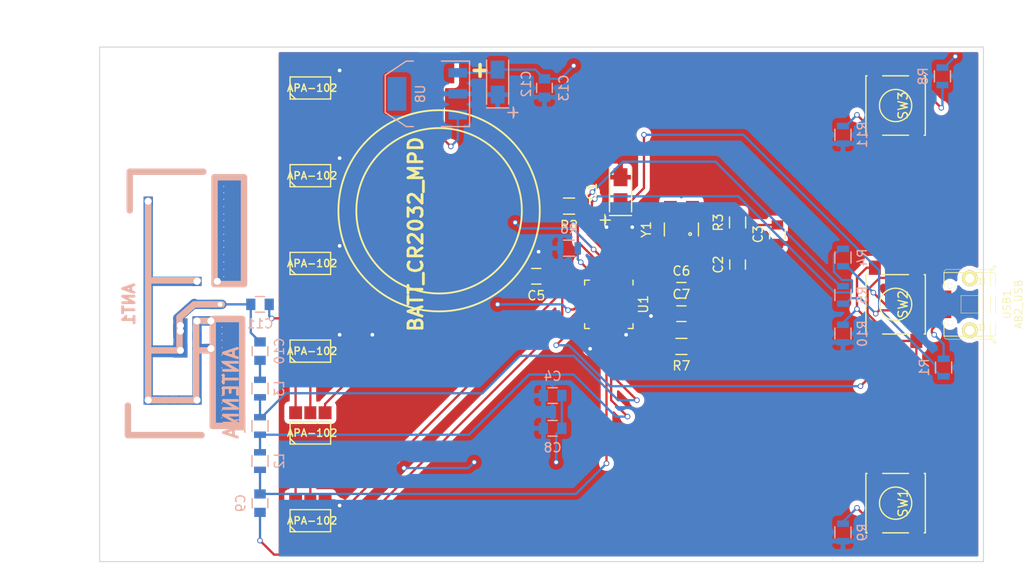
<source format=kicad_pcb>
(kicad_pcb (version 4) (host pcbnew "(2015-05-23 BZR 5679)-product")

  (general
    (links 104)
    (no_connects 0)
    (area 119.000001 89.225 232.778729 149.910001)
    (thickness 1.6)
    (drawings 6)
    (tracks 305)
    (zones 0)
    (modules 42)
    (nets 44)
  )

  (page A4)
  (layers
    (0 F.Cu signal)
    (31 B.Cu signal)
    (32 B.Adhes user)
    (33 F.Adhes user)
    (34 B.Paste user)
    (35 F.Paste user)
    (36 B.SilkS user)
    (37 F.SilkS user)
    (38 B.Mask user)
    (39 F.Mask user)
    (40 Dwgs.User user)
    (41 Cmts.User user)
    (42 Eco1.User user)
    (43 Eco2.User user)
    (44 Edge.Cuts user)
    (45 Margin user)
    (46 B.CrtYd user)
    (47 F.CrtYd user)
    (48 B.Fab user)
    (49 F.Fab user)
  )

  (setup
    (last_trace_width 0.25)
    (trace_clearance 0.2)
    (zone_clearance 0.508)
    (zone_45_only no)
    (trace_min 0.2)
    (segment_width 0.2)
    (edge_width 0.1)
    (via_size 0.6)
    (via_drill 0.4)
    (via_min_size 0.4)
    (via_min_drill 0.3)
    (uvia_size 0.3)
    (uvia_drill 0.1)
    (uvias_allowed no)
    (uvia_min_size 0.2)
    (uvia_min_drill 0.1)
    (pcb_text_width 0.3)
    (pcb_text_size 1.5 1.5)
    (mod_edge_width 0.15)
    (mod_text_size 1 1)
    (mod_text_width 0.15)
    (pad_size 3.29 3.29)
    (pad_drill 0)
    (pad_to_mask_clearance 0)
    (aux_axis_origin 0 0)
    (visible_elements FFFFFF7F)
    (pcbplotparams
      (layerselection 0x00030_80000001)
      (usegerberextensions false)
      (excludeedgelayer true)
      (linewidth 0.100000)
      (plotframeref false)
      (viasonmask false)
      (mode 1)
      (useauxorigin false)
      (hpglpennumber 1)
      (hpglpenspeed 20)
      (hpglpendiameter 15)
      (hpglpenoverlay 2)
      (psnegative false)
      (psa4output false)
      (plotreference true)
      (plotvalue true)
      (plotinvisibletext false)
      (padsonsilk false)
      (subtractmaskfromsilk false)
      (outputformat 1)
      (mirror false)
      (drillshape 1)
      (scaleselection 1)
      (outputdirectory ""))
  )

  (net 0 "")
  (net 1 GND)
  (net 2 "Net-(C1-Pad1)")
  (net 3 "Net-(C2-Pad2)")
  (net 4 "Net-(C3-Pad2)")
  (net 5 VCC)
  (net 6 "Net-(C6-Pad1)")
  (net 7 "Net-(C7-Pad1)")
  (net 8 "Net-(C9-Pad1)")
  (net 9 "Net-(C10-Pad1)")
  (net 10 "Net-(L1-Pad1)")
  (net 11 "Net-(L1-Pad2)")
  (net 12 "Net-(R1-Pad1)")
  (net 13 "Net-(R2-Pad1)")
  (net 14 "Net-(R4-Pad1)")
  (net 15 "Net-(R4-Pad2)")
  (net 16 "Net-(R5-Pad1)")
  (net 17 "Net-(R5-Pad2)")
  (net 18 "Net-(R6-Pad1)")
  (net 19 "Net-(R7-Pad2)")
  (net 20 "Net-(U1-Pad10)")
  (net 21 "Net-(U1-Pad11)")
  (net 22 "Net-(U1-Pad14)")
  (net 23 "Net-(U1-Pad15)")
  (net 24 "Net-(U1-Pad16)")
  (net 25 "Net-(U2-Pad5)")
  (net 26 "Net-(U2-Pad6)")
  (net 27 "Net-(U3-Pad5)")
  (net 28 "Net-(U3-Pad2)")
  (net 29 "Net-(U3-Pad1)")
  (net 30 "Net-(U3-Pad6)")
  (net 31 "Net-(U4-Pad5)")
  (net 32 "Net-(U4-Pad6)")
  (net 33 "Net-(U5-Pad5)")
  (net 34 "Net-(U5-Pad6)")
  (net 35 "Net-(U7-Pad5)")
  (net 36 "Net-(U7-Pad6)")
  (net 37 +BATT)
  (net 38 "Net-(USB1-Pad4)")
  (net 39 "Net-(ANT1-Pad1)")
  (net 40 "Net-(R8-Pad2)")
  (net 41 "Net-(R9-Pad2)")
  (net 42 "Net-(R10-Pad2)")
  (net 43 "Net-(R11-Pad2)")

  (net_class Default "This is the default net class."
    (clearance 0.2)
    (trace_width 0.25)
    (via_dia 0.6)
    (via_drill 0.4)
    (uvia_dia 0.3)
    (uvia_drill 0.1)
    (add_net +BATT)
    (add_net GND)
    (add_net "Net-(ANT1-Pad1)")
    (add_net "Net-(C1-Pad1)")
    (add_net "Net-(C10-Pad1)")
    (add_net "Net-(C2-Pad2)")
    (add_net "Net-(C3-Pad2)")
    (add_net "Net-(C6-Pad1)")
    (add_net "Net-(C7-Pad1)")
    (add_net "Net-(C9-Pad1)")
    (add_net "Net-(L1-Pad1)")
    (add_net "Net-(L1-Pad2)")
    (add_net "Net-(R1-Pad1)")
    (add_net "Net-(R10-Pad2)")
    (add_net "Net-(R11-Pad2)")
    (add_net "Net-(R2-Pad1)")
    (add_net "Net-(R4-Pad1)")
    (add_net "Net-(R4-Pad2)")
    (add_net "Net-(R5-Pad1)")
    (add_net "Net-(R5-Pad2)")
    (add_net "Net-(R6-Pad1)")
    (add_net "Net-(R7-Pad2)")
    (add_net "Net-(R8-Pad2)")
    (add_net "Net-(R9-Pad2)")
    (add_net "Net-(U1-Pad10)")
    (add_net "Net-(U1-Pad11)")
    (add_net "Net-(U1-Pad14)")
    (add_net "Net-(U1-Pad15)")
    (add_net "Net-(U1-Pad16)")
    (add_net "Net-(U2-Pad5)")
    (add_net "Net-(U2-Pad6)")
    (add_net "Net-(U3-Pad1)")
    (add_net "Net-(U3-Pad2)")
    (add_net "Net-(U3-Pad5)")
    (add_net "Net-(U3-Pad6)")
    (add_net "Net-(U4-Pad5)")
    (add_net "Net-(U4-Pad6)")
    (add_net "Net-(U5-Pad5)")
    (add_net "Net-(U5-Pad6)")
    (add_net "Net-(U7-Pad5)")
    (add_net "Net-(U7-Pad6)")
    (add_net "Net-(USB1-Pad4)")
    (add_net VCC)
  )

  (module antennes:Ant_Microchip_2_4G (layer B.Cu) (tedit 50A9F784) (tstamp 556B65E3)
    (at 142.24 121.92 270)
    (path /55668E03)
    (fp_text reference ANT1 (at 0 8.89 270) (layer B.SilkS)
      (effects (font (size 1.23952 1.23952) (thickness 0.3048)) (justify mirror))
    )
    (fp_text value ANTENNA (at 9.6012 -2.19964 270) (layer B.SilkS)
      (effects (font (thickness 0.3048)) (justify mirror))
    )
    (fp_line (start 5.00126 0) (end 5.00126 1.39954) (layer B.SilkS) (width 0.6985))
    (fp_line (start 0 -1.19888) (end 0 1.80086) (layer B.SilkS) (width 0.6985))
    (fp_line (start 0 1.80086) (end 1.39954 3.40106) (layer B.SilkS) (width 0.6985))
    (fp_line (start 1.39954 3.40106) (end 5.00126 3.40106) (layer B.SilkS) (width 0.6985))
    (fp_line (start 5.00126 3.40106) (end 5.00126 6.59892) (layer B.SilkS) (width 0.6985))
    (fp_line (start -2.60096 1.39954) (end -2.60096 6.59892) (layer B.SilkS) (width 0.6985))
    (fp_line (start 1.80086 -0.20066) (end 1.80086 1.39954) (layer B.SilkS) (width 0.6985))
    (fp_line (start 1.80086 1.39954) (end 1.80086 1.6002) (layer B.SilkS) (width 0.6985))
    (fp_line (start 1.80086 1.6002) (end 10.39876 1.6002) (layer B.SilkS) (width 0.6985))
    (fp_line (start 10.39876 1.6002) (end 10.39876 6.79958) (layer B.SilkS) (width 0.6985))
    (fp_line (start 10.39876 6.79958) (end -11.19886 6.79958) (layer B.SilkS) (width 0.6985))
    (fp_line (start 11.00074 8.99922) (end 13.59916 8.99922) (layer B.SilkS) (width 0.6985))
    (fp_line (start 13.59916 8.99922) (end 14.20114 8.99922) (layer B.SilkS) (width 0.6985))
    (fp_line (start 14.20114 8.99922) (end 14.20114 1.00076) (layer B.SilkS) (width 0.6985))
    (fp_line (start -14.39926 0.8001) (end -14.39926 8.8011) (layer B.SilkS) (width 0.6985))
    (fp_line (start -14.39926 8.8011) (end -10.20064 8.8011) (layer B.SilkS) (width 0.6985))
    (fp_line (start -2.19964 -3.59918) (end -2.19964 -0.39878) (layer B.SilkS) (width 0.6985))
    (fp_line (start -2.19964 -0.39878) (end -13.79982 -0.39878) (layer B.SilkS) (width 0.6985))
    (fp_line (start -13.79982 -0.39878) (end -13.79982 -3.59918) (layer B.SilkS) (width 0.6985))
    (fp_line (start -13.79982 -3.59918) (end -2.19964 -3.59918) (layer B.SilkS) (width 0.6985))
    (fp_line (start 1.6002 -3.40106) (end 13.20038 -3.40106) (layer B.SilkS) (width 0.6985))
    (fp_line (start 13.20038 -3.40106) (end 13.20038 -0.20066) (layer B.SilkS) (width 0.6985))
    (fp_line (start 13.20038 -0.20066) (end 1.6002 -0.20066) (layer B.SilkS) (width 0.6985))
    (fp_line (start 1.6002 -0.20066) (end 1.6002 -3.40106) (layer B.SilkS) (width 0.6985))
    (fp_line (start -13.53312 -0.65532) (end -2.61112 -0.65532) (layer B.Cu) (width 1.016))
    (fp_line (start -13.53312 -0.75692) (end -13.53312 -3.04292) (layer F.Cu) (width 1.016))
    (fp_line (start -13.53312 -0.65786) (end -2.61112 -0.65786) (layer F.Cu) (width 1.016))
    (fp_line (start -13.53058 -3.16992) (end -13.53058 -0.75692) (layer B.Cu) (width 1.016))
    (fp_line (start -13.43406 -3.14452) (end -2.51206 -3.14452) (layer B.Cu) (width 1.016))
    (fp_line (start -13.43406 -2.14376) (end -2.51206 -2.14376) (layer B.Cu) (width 1.016))
    (fp_line (start -13.335 -2.12598) (end -2.413 -2.12598) (layer F.Cu) (width 1.016))
    (fp_line (start -13.43152 -3.10642) (end -2.50952 -3.10642) (layer F.Cu) (width 1.016))
    (fp_line (start -2.41046 -3.06832) (end -2.41046 -0.65532) (layer F.Cu) (width 1.016))
    (fp_line (start -2.41046 -0.65532) (end -2.41046 -2.94132) (layer B.Cu) (width 1.016))
    (fp_line (start -11.19886 6.79958) (end 10.20064 6.79958) (layer B.Cu) (width 1.016))
    (fp_line (start -0.09906 1.79832) (end 1.50114 3.59918) (layer B.Cu) (width 1.016))
    (fp_line (start 4.8006 3.29946) (end 3.79984 3.29946) (layer B.Cu) (width 1.524))
    (fp_line (start 4.8006 0.50038) (end 4.8006 0) (layer B.Cu) (width 1.016))
    (fp_line (start 1.79832 0.50038) (end 1.79832 0) (layer B.Cu) (width 1.016))
    (fp_line (start -2.49936 6.79958) (end -2.49936 1.79832) (layer B.Cu) (width 1.016))
    (fp_line (start 9.29894 1.50114) (end 9.79932 1.50114) (layer B.Cu) (width 1.016))
    (fp_line (start 5.10032 4.0005) (end 5.10032 6.49986) (layer B.Cu) (width 1.2954))
    (fp_line (start 10.4013 5.79882) (end 10.4013 6.79958) (layer B.Cu) (width 1.016))
    (fp_line (start 10.39876 5.4991) (end 10.39876 6.49986) (layer B.Cu) (width 1.016))
    (fp_line (start 10.39876 4.50088) (end 10.39876 5.4991) (layer B.Cu) (width 1.016))
    (fp_line (start 10.39876 1.50114) (end 10.39876 3.50012) (layer B.Cu) (width 1.016))
    (fp_line (start 10.4013 3.50012) (end 10.4013 4.50088) (layer B.Cu) (width 1.016))
    (fp_line (start 3.0988 1.50114) (end 9.09828 1.50114) (layer B.Cu) (width 1.016))
    (fp_line (start 1.80086 0.50292) (end 1.80086 1.50368) (layer B.Cu) (width 1.016))
    (fp_line (start 1.80086 1.50114) (end 3.79984 1.50114) (layer B.Cu) (width 1.016))
    (fp_line (start 4.79806 1.50368) (end 4.79806 0.50292) (layer B.Cu) (width 1.016))
    (fp_line (start 0 -1.00076) (end 0 0) (layer B.Cu) (width 1.016))
    (fp_line (start 0 -1.20142) (end 0 1.79832) (layer B.Cu) (width 1.016))
    (fp_line (start 12.8905 -0.45466) (end 12.8905 -2.74066) (layer B.Cu) (width 1.016))
    (fp_line (start 12.8905 -2.86766) (end 12.8905 -0.45466) (layer F.Cu) (width 1.016))
    (fp_line (start 1.86944 -2.90576) (end 12.79144 -2.90576) (layer F.Cu) (width 1.016))
    (fp_line (start 1.96596 -1.92532) (end 12.88796 -1.92532) (layer F.Cu) (width 1.016))
    (fp_line (start 1.8669 -1.9431) (end 12.7889 -1.9431) (layer B.Cu) (width 1.016))
    (fp_line (start 1.8669 -2.94386) (end 12.7889 -2.94386) (layer B.Cu) (width 1.016))
    (fp_line (start 1.77038 -2.96926) (end 1.77038 -0.55626) (layer B.Cu) (width 1.016))
    (fp_line (start 1.76784 -0.4572) (end 12.68984 -0.4572) (layer F.Cu) (width 1.016))
    (fp_line (start 1.76784 -0.55626) (end 1.76784 -2.84226) (layer F.Cu) (width 1.016))
    (fp_line (start 1.76784 -0.45466) (end 12.68984 -0.45466) (layer B.Cu) (width 1.016))
    (pad "" thru_hole rect (at -12.8016 -1.39954 270) (size 0.79502 0.51054) (drill 0.09906) (layers *.Cu))
    (pad "" thru_hole rect (at -12.10056 -1.39954 270) (size 0.79502 0.51054) (drill 0.09906) (layers *.Cu))
    (pad "" thru_hole rect (at -9.80186 -1.39954 270) (size 0.79502 0.51054) (drill 0.09906) (layers *.Cu))
    (pad "" thru_hole rect (at -11.40206 -1.39954 270) (size 0.79502 0.51054) (drill 0.09906) (layers *.Cu))
    (pad "" thru_hole rect (at -10.60196 -1.39954 270) (size 0.79502 0.51054) (drill 0.09906) (layers *.Cu))
    (pad "" thru_hole rect (at -6.90118 -1.39954 270) (size 0.79502 0.51054) (drill 0.09906) (layers *.Cu))
    (pad "" thru_hole rect (at -6.20014 -1.39954 270) (size 0.79502 0.51054) (drill 0.09906) (layers *.Cu))
    (pad "" thru_hole rect (at -5.40004 -1.39954 270) (size 0.79502 0.51054) (drill 0.09906) (layers *.Cu))
    (pad "" thru_hole rect (at -7.60222 -1.39954 270) (size 0.79502 0.51054) (drill 0.09906) (layers *.Cu))
    (pad "" thru_hole rect (at -8.39978 -1.39954 270) (size 0.79502 0.51054) (drill 0.09906) (layers *.Cu))
    (pad "" thru_hole rect (at -9.10082 -1.39954 270) (size 0.79502 0.51054) (drill 0.09906) (layers *.Cu))
    (pad "" thru_hole rect (at -2.99974 -1.39954 270) (size 0.79502 0.51054) (drill 0.09906) (layers *.Cu))
    (pad "" thru_hole rect (at -3.79984 -1.39954 270) (size 0.79502 0.51054) (drill 0.09906) (layers *.Cu))
    (pad "" thru_hole rect (at -4.59994 -1.39954 270) (size 0.79502 0.51054) (drill 0.09906) (layers *.Cu))
    (pad "" thru_hole rect (at -11.19886 6.79958 270) (size 1.00076 1.00076) (drill 0.762) (layers B.Cu))
    (pad "" thru_hole rect (at 2.2987 3.29946 270) (size 1.53924 1.54178) (drill 0.762) (layers B.Cu))
    (pad "" thru_hole rect (at 2.90322 3.30454 270) (size 1.53924 1.54178) (drill 0.762) (layers B.Cu))
    (pad "" thru_hole rect (at 10.39876 6.79958 270) (size 1.00076 1.00076) (drill 0.762) (layers B.Cu))
    (pad "" thru_hole rect (at -2.49936 -0.70104 270) (size 1.00076 1.00076) (drill 0.762) (layers B.Cu))
    (pad "" thru_hole rect (at 10.39876 1.50114 270) (size 1.00076 1.00076) (drill 0.762) (layers B.Cu))
    (pad "" thru_hole rect (at 1.80086 1.4986 270) (size 1.00076 1.00076) (drill 0.762) (layers B.Cu))
    (pad "" thru_hole rect (at 1.80086 0 270) (size 1.00076 1.00076) (drill 0.762) (layers B.Cu))
    (pad "" thru_hole rect (at 4.8006 0 270) (size 1.00076 1.00076) (drill 0.762) (layers B.Cu))
    (pad "" thru_hole rect (at -2.49936 1.50114 270) (size 1.00076 1.00076) (drill 0.762) (layers B.Cu))
    (pad "" thru_hole rect (at 5.00126 3.29946 270) (size 1.53924 1.54178) (drill 0.762) (layers B.Cu))
    (pad "" thru_hole rect (at 10.70102 -1.19888 270) (size 0.79502 0.51054) (drill 0.09906) (layers *.Cu))
    (pad "" thru_hole rect (at 11.50112 -1.19888 270) (size 0.79502 0.51054) (drill 0.09906) (layers *.Cu))
    (pad "" thru_hole rect (at 12.30122 -1.19888 270) (size 0.79502 0.51054) (drill 0.09906) (layers *.Cu))
    (pad "" thru_hole rect (at 6.20014 -1.19888 270) (size 0.79502 0.51054) (drill 0.09906) (layers *.Cu))
    (pad "" thru_hole rect (at 6.90118 -1.19888 270) (size 0.79502 0.51054) (drill 0.09906) (layers *.Cu))
    (pad "" thru_hole rect (at 7.69874 -1.19888 270) (size 0.79502 0.51054) (drill 0.09906) (layers *.Cu))
    (pad "" thru_hole rect (at 9.90092 -1.19888 270) (size 0.79502 0.51054) (drill 0.09906) (layers *.Cu))
    (pad "" thru_hole rect (at 9.10082 -1.19888 270) (size 0.79502 0.51054) (drill 0.09906) (layers *.Cu))
    (pad "" thru_hole rect (at 8.39978 -1.19888 270) (size 0.79502 0.51054) (drill 0.09906) (layers *.Cu))
    (pad "" thru_hole rect (at 4.699 -1.19888 270) (size 0.79502 0.51054) (drill 0.09906) (layers *.Cu))
    (pad "" thru_hole rect (at 3.8989 -1.19888 270) (size 0.79502 0.51054) (drill 0.09906) (layers *.Cu))
    (pad "" thru_hole rect (at 5.4991 -1.19888 270) (size 0.79502 0.51054) (drill 0.09906) (layers *.Cu))
    (pad "" thru_hole rect (at 3.2004 -1.19888 270) (size 0.79502 0.51054) (drill 0.09906) (layers *.Cu))
    (pad 1 thru_hole rect (at 0 -1.00076 270) (size 0.51054 0.51054) (drill 0.762) (layers B.Cu)
      (net 39 "Net-(ANT1-Pad1)"))
    (pad "" thru_hole rect (at 2.49936 -1.19888 270) (size 0.79502 0.51054) (drill 0.09906) (layers *.Cu))
  )

  (module Capacitors_Tantalum_SMD:TantalC_SizeA_EIA-3216_Reflow placed (layer F.Cu) (tedit 0) (tstamp 556B65E9)
    (at 186.69 109.474 90)
    (descr "Tantal Cap. , Size A, EIA-3216, Reflow,")
    (tags "Tantal Cap. , Size A, EIA-3216, reflow,")
    (path /55664013)
    (attr smd)
    (fp_text reference C1 (at -0.20066 -3.0988 90) (layer F.SilkS)
      (effects (font (size 1 1) (thickness 0.15)))
    )
    (fp_text value 10uF (at -0.09906 3.0988 90) (layer F.Fab)
      (effects (font (size 1 1) (thickness 0.15)))
    )
    (fp_text user + (at -3.29946 -1.69926 90) (layer F.SilkS)
      (effects (font (size 1 1) (thickness 0.15)))
    )
    (fp_line (start 1.6002 -1.19888) (end 2.4003 -1.19888) (layer F.SilkS) (width 0.15))
    (fp_line (start -1.6002 -1.19888) (end -2.4003 -1.19888) (layer F.SilkS) (width 0.15))
    (fp_line (start -1.6002 1.19888) (end -2.4003 1.19888) (layer F.SilkS) (width 0.15))
    (fp_line (start 1.6002 1.19888) (end 2.4003 1.19888) (layer F.SilkS) (width 0.15))
    (fp_line (start -3.29946 -2.19964) (end -3.29946 -1.09982) (layer F.SilkS) (width 0.15))
    (fp_line (start -3.8989 -1.69926) (end -2.70002 -1.69926) (layer F.SilkS) (width 0.15))
    (fp_line (start -2.79908 -1.19888) (end -2.79908 1.19888) (layer F.SilkS) (width 0.15))
    (fp_line (start 1.6002 -1.19888) (end -1.6002 -1.19888) (layer F.SilkS) (width 0.15))
    (fp_line (start 1.6002 1.19888) (end -1.6002 1.19888) (layer F.SilkS) (width 0.15))
    (pad 2 smd rect (at 1.3589 0 90) (size 1.95072 1.50114) (layers F.Cu F.Paste F.Mask)
      (net 1 GND))
    (pad 1 smd rect (at -1.3589 0 90) (size 1.95072 1.50114) (layers F.Cu F.Paste F.Mask)
      (net 2 "Net-(C1-Pad1)"))
    (model Capacitors_Tantalum_SMD.3dshapes/TantalC_SizeA_EIA-3216_Reflow.wrl
      (at (xyz 0 0 0))
      (scale (xyz 1 1 1))
      (rotate (xyz 0 0 180))
    )
  )

  (module Capacitors_SMD:C_0805 placed (layer F.Cu) (tedit 5415D6EA) (tstamp 556B65EF)
    (at 199.39 117.602 90)
    (descr "Capacitor SMD 0805, reflow soldering, AVX (see smccp.pdf)")
    (tags "capacitor 0805")
    (path /55665A51)
    (attr smd)
    (fp_text reference C2 (at 0 -2.1 90) (layer F.SilkS)
      (effects (font (size 1 1) (thickness 0.15)))
    )
    (fp_text value 15pf (at 0 2.1 90) (layer F.Fab)
      (effects (font (size 1 1) (thickness 0.15)))
    )
    (fp_line (start -1.8 -1) (end 1.8 -1) (layer F.CrtYd) (width 0.05))
    (fp_line (start -1.8 1) (end 1.8 1) (layer F.CrtYd) (width 0.05))
    (fp_line (start -1.8 -1) (end -1.8 1) (layer F.CrtYd) (width 0.05))
    (fp_line (start 1.8 -1) (end 1.8 1) (layer F.CrtYd) (width 0.05))
    (fp_line (start 0.5 -0.85) (end -0.5 -0.85) (layer F.SilkS) (width 0.15))
    (fp_line (start -0.5 0.85) (end 0.5 0.85) (layer F.SilkS) (width 0.15))
    (pad 1 smd rect (at -1 0 90) (size 1 1.25) (layers F.Cu F.Paste F.Mask)
      (net 1 GND))
    (pad 2 smd rect (at 1 0 90) (size 1 1.25) (layers F.Cu F.Paste F.Mask)
      (net 3 "Net-(C2-Pad2)"))
    (model Capacitors_SMD.3dshapes/C_0805.wrl
      (at (xyz 0 0 0))
      (scale (xyz 1 1 1))
      (rotate (xyz 0 0 0))
    )
  )

  (module Capacitors_SMD:C_0805 placed (layer F.Cu) (tedit 5415D6EA) (tstamp 556B65F5)
    (at 203.708 114.3 90)
    (descr "Capacitor SMD 0805, reflow soldering, AVX (see smccp.pdf)")
    (tags "capacitor 0805")
    (path /55665B3D)
    (attr smd)
    (fp_text reference C3 (at 0 -2.1 90) (layer F.SilkS)
      (effects (font (size 1 1) (thickness 0.15)))
    )
    (fp_text value 15pf (at 0 2.1 90) (layer F.Fab)
      (effects (font (size 1 1) (thickness 0.15)))
    )
    (fp_line (start -1.8 -1) (end 1.8 -1) (layer F.CrtYd) (width 0.05))
    (fp_line (start -1.8 1) (end 1.8 1) (layer F.CrtYd) (width 0.05))
    (fp_line (start -1.8 -1) (end -1.8 1) (layer F.CrtYd) (width 0.05))
    (fp_line (start 1.8 -1) (end 1.8 1) (layer F.CrtYd) (width 0.05))
    (fp_line (start 0.5 -0.85) (end -0.5 -0.85) (layer F.SilkS) (width 0.15))
    (fp_line (start -0.5 0.85) (end 0.5 0.85) (layer F.SilkS) (width 0.15))
    (pad 1 smd rect (at -1 0 90) (size 1 1.25) (layers F.Cu F.Paste F.Mask)
      (net 1 GND))
    (pad 2 smd rect (at 1 0 90) (size 1 1.25) (layers F.Cu F.Paste F.Mask)
      (net 4 "Net-(C3-Pad2)"))
    (model Capacitors_SMD.3dshapes/C_0805.wrl
      (at (xyz 0 0 0))
      (scale (xyz 1 1 1))
      (rotate (xyz 0 0 0))
    )
  )

  (module Capacitors_SMD:C_0805 placed (layer B.Cu) (tedit 5415D6EA) (tstamp 556B65FB)
    (at 179.324 131.826 180)
    (descr "Capacitor SMD 0805, reflow soldering, AVX (see smccp.pdf)")
    (tags "capacitor 0805")
    (path /55663B1A)
    (attr smd)
    (fp_text reference C4 (at 0 2.1 180) (layer B.SilkS)
      (effects (font (size 1 1) (thickness 0.15)) (justify mirror))
    )
    (fp_text value 10n (at 0 -2.1 180) (layer B.Fab)
      (effects (font (size 1 1) (thickness 0.15)) (justify mirror))
    )
    (fp_line (start -1.8 1) (end 1.8 1) (layer B.CrtYd) (width 0.05))
    (fp_line (start -1.8 -1) (end 1.8 -1) (layer B.CrtYd) (width 0.05))
    (fp_line (start -1.8 1) (end -1.8 -1) (layer B.CrtYd) (width 0.05))
    (fp_line (start 1.8 1) (end 1.8 -1) (layer B.CrtYd) (width 0.05))
    (fp_line (start 0.5 0.85) (end -0.5 0.85) (layer B.SilkS) (width 0.15))
    (fp_line (start -0.5 -0.85) (end 0.5 -0.85) (layer B.SilkS) (width 0.15))
    (pad 1 smd rect (at -1 0 180) (size 1 1.25) (layers B.Cu B.Paste B.Mask)
      (net 1 GND))
    (pad 2 smd rect (at 1 0 180) (size 1 1.25) (layers B.Cu B.Paste B.Mask)
      (net 5 VCC))
    (model Capacitors_SMD.3dshapes/C_0805.wrl
      (at (xyz 0 0 0))
      (scale (xyz 1 1 1))
      (rotate (xyz 0 0 0))
    )
  )

  (module Capacitors_SMD:C_0805 placed (layer F.Cu) (tedit 5415D6EA) (tstamp 556B6601)
    (at 177.546 118.872 180)
    (descr "Capacitor SMD 0805, reflow soldering, AVX (see smccp.pdf)")
    (tags "capacitor 0805")
    (path /55665365)
    (attr smd)
    (fp_text reference C5 (at 0 -2.1 180) (layer F.SilkS)
      (effects (font (size 1 1) (thickness 0.15)))
    )
    (fp_text value 10n (at 0 2.1 180) (layer F.Fab)
      (effects (font (size 1 1) (thickness 0.15)))
    )
    (fp_line (start -1.8 -1) (end 1.8 -1) (layer F.CrtYd) (width 0.05))
    (fp_line (start -1.8 1) (end 1.8 1) (layer F.CrtYd) (width 0.05))
    (fp_line (start -1.8 -1) (end -1.8 1) (layer F.CrtYd) (width 0.05))
    (fp_line (start 1.8 -1) (end 1.8 1) (layer F.CrtYd) (width 0.05))
    (fp_line (start 0.5 -0.85) (end -0.5 -0.85) (layer F.SilkS) (width 0.15))
    (fp_line (start -0.5 0.85) (end 0.5 0.85) (layer F.SilkS) (width 0.15))
    (pad 1 smd rect (at -1 0 180) (size 1 1.25) (layers F.Cu F.Paste F.Mask)
      (net 5 VCC))
    (pad 2 smd rect (at 1 0 180) (size 1 1.25) (layers F.Cu F.Paste F.Mask)
      (net 1 GND))
    (model Capacitors_SMD.3dshapes/C_0805.wrl
      (at (xyz 0 0 0))
      (scale (xyz 1 1 1))
      (rotate (xyz 0 0 0))
    )
  )

  (module Capacitors_SMD:C_0805 placed (layer F.Cu) (tedit 5415D6EA) (tstamp 556B6607)
    (at 193.294 120.396)
    (descr "Capacitor SMD 0805, reflow soldering, AVX (see smccp.pdf)")
    (tags "capacitor 0805")
    (path /556663F3)
    (attr smd)
    (fp_text reference C6 (at 0 -2.1) (layer F.SilkS)
      (effects (font (size 1 1) (thickness 0.15)))
    )
    (fp_text value 33nf (at 0 2.1) (layer F.Fab)
      (effects (font (size 1 1) (thickness 0.15)))
    )
    (fp_line (start -1.8 -1) (end 1.8 -1) (layer F.CrtYd) (width 0.05))
    (fp_line (start -1.8 1) (end 1.8 1) (layer F.CrtYd) (width 0.05))
    (fp_line (start -1.8 -1) (end -1.8 1) (layer F.CrtYd) (width 0.05))
    (fp_line (start 1.8 -1) (end 1.8 1) (layer F.CrtYd) (width 0.05))
    (fp_line (start 0.5 -0.85) (end -0.5 -0.85) (layer F.SilkS) (width 0.15))
    (fp_line (start -0.5 0.85) (end 0.5 0.85) (layer F.SilkS) (width 0.15))
    (pad 1 smd rect (at -1 0) (size 1 1.25) (layers F.Cu F.Paste F.Mask)
      (net 6 "Net-(C6-Pad1)"))
    (pad 2 smd rect (at 1 0) (size 1 1.25) (layers F.Cu F.Paste F.Mask)
      (net 1 GND))
    (model Capacitors_SMD.3dshapes/C_0805.wrl
      (at (xyz 0 0 0))
      (scale (xyz 1 1 1))
      (rotate (xyz 0 0 0))
    )
  )

  (module Capacitors_SMD:C_0805 placed (layer F.Cu) (tedit 5415D6EA) (tstamp 556B660D)
    (at 193.294 122.936)
    (descr "Capacitor SMD 0805, reflow soldering, AVX (see smccp.pdf)")
    (tags "capacitor 0805")
    (path /5566646E)
    (attr smd)
    (fp_text reference C7 (at 0 -2.1) (layer F.SilkS)
      (effects (font (size 1 1) (thickness 0.15)))
    )
    (fp_text value 33nf (at 0 2.1) (layer F.Fab)
      (effects (font (size 1 1) (thickness 0.15)))
    )
    (fp_line (start -1.8 -1) (end 1.8 -1) (layer F.CrtYd) (width 0.05))
    (fp_line (start -1.8 1) (end 1.8 1) (layer F.CrtYd) (width 0.05))
    (fp_line (start -1.8 -1) (end -1.8 1) (layer F.CrtYd) (width 0.05))
    (fp_line (start 1.8 -1) (end 1.8 1) (layer F.CrtYd) (width 0.05))
    (fp_line (start 0.5 -0.85) (end -0.5 -0.85) (layer F.SilkS) (width 0.15))
    (fp_line (start -0.5 0.85) (end 0.5 0.85) (layer F.SilkS) (width 0.15))
    (pad 1 smd rect (at -1 0) (size 1 1.25) (layers F.Cu F.Paste F.Mask)
      (net 7 "Net-(C7-Pad1)"))
    (pad 2 smd rect (at 1 0) (size 1 1.25) (layers F.Cu F.Paste F.Mask)
      (net 1 GND))
    (model Capacitors_SMD.3dshapes/C_0805.wrl
      (at (xyz 0 0 0))
      (scale (xyz 1 1 1))
      (rotate (xyz 0 0 0))
    )
  )

  (module Capacitors_SMD:C_0805 placed (layer B.Cu) (tedit 5415D6EA) (tstamp 556B6613)
    (at 179.324 135.382)
    (descr "Capacitor SMD 0805, reflow soldering, AVX (see smccp.pdf)")
    (tags "capacitor 0805")
    (path /55666DE5)
    (attr smd)
    (fp_text reference C8 (at 0 2.1) (layer B.SilkS)
      (effects (font (size 1 1) (thickness 0.15)) (justify mirror))
    )
    (fp_text value 100nf (at 0 -2.1) (layer B.Fab)
      (effects (font (size 1 1) (thickness 0.15)) (justify mirror))
    )
    (fp_line (start -1.8 1) (end 1.8 1) (layer B.CrtYd) (width 0.05))
    (fp_line (start -1.8 -1) (end 1.8 -1) (layer B.CrtYd) (width 0.05))
    (fp_line (start -1.8 1) (end -1.8 -1) (layer B.CrtYd) (width 0.05))
    (fp_line (start 1.8 1) (end 1.8 -1) (layer B.CrtYd) (width 0.05))
    (fp_line (start 0.5 0.85) (end -0.5 0.85) (layer B.SilkS) (width 0.15))
    (fp_line (start -0.5 -0.85) (end 0.5 -0.85) (layer B.SilkS) (width 0.15))
    (pad 1 smd rect (at -1 0) (size 1 1.25) (layers B.Cu B.Paste B.Mask)
      (net 5 VCC))
    (pad 2 smd rect (at 1 0) (size 1 1.25) (layers B.Cu B.Paste B.Mask)
      (net 1 GND))
    (model Capacitors_SMD.3dshapes/C_0805.wrl
      (at (xyz 0 0 0))
      (scale (xyz 1 1 1))
      (rotate (xyz 0 0 0))
    )
  )

  (module Capacitors_SMD:C_0805 placed (layer B.Cu) (tedit 5415D6EA) (tstamp 556B6619)
    (at 147.574 143.51 270)
    (descr "Capacitor SMD 0805, reflow soldering, AVX (see smccp.pdf)")
    (tags "capacitor 0805")
    (path /55666E2C)
    (attr smd)
    (fp_text reference C9 (at 0 2.1 270) (layer B.SilkS)
      (effects (font (size 1 1) (thickness 0.15)) (justify mirror))
    )
    (fp_text value 2.2nf (at 0 -2.1 270) (layer B.Fab)
      (effects (font (size 1 1) (thickness 0.15)) (justify mirror))
    )
    (fp_line (start -1.8 1) (end 1.8 1) (layer B.CrtYd) (width 0.05))
    (fp_line (start -1.8 -1) (end 1.8 -1) (layer B.CrtYd) (width 0.05))
    (fp_line (start -1.8 1) (end -1.8 -1) (layer B.CrtYd) (width 0.05))
    (fp_line (start 1.8 1) (end 1.8 -1) (layer B.CrtYd) (width 0.05))
    (fp_line (start 0.5 0.85) (end -0.5 0.85) (layer B.SilkS) (width 0.15))
    (fp_line (start -0.5 -0.85) (end 0.5 -0.85) (layer B.SilkS) (width 0.15))
    (pad 1 smd rect (at -1 0 270) (size 1 1.25) (layers B.Cu B.Paste B.Mask)
      (net 8 "Net-(C9-Pad1)"))
    (pad 2 smd rect (at 1 0 270) (size 1 1.25) (layers B.Cu B.Paste B.Mask)
      (net 1 GND))
    (model Capacitors_SMD.3dshapes/C_0805.wrl
      (at (xyz 0 0 0))
      (scale (xyz 1 1 1))
      (rotate (xyz 0 0 0))
    )
  )

  (module Capacitors_SMD:C_0805 placed (layer B.Cu) (tedit 5415D6EA) (tstamp 556B661F)
    (at 147.574 127 90)
    (descr "Capacitor SMD 0805, reflow soldering, AVX (see smccp.pdf)")
    (tags "capacitor 0805")
    (path /5566866C)
    (attr smd)
    (fp_text reference C10 (at 0 2.1 90) (layer B.SilkS)
      (effects (font (size 1 1) (thickness 0.15)) (justify mirror))
    )
    (fp_text value 1.2pf (at 0 -2.1 90) (layer B.Fab)
      (effects (font (size 1 1) (thickness 0.15)) (justify mirror))
    )
    (fp_line (start -1.8 1) (end 1.8 1) (layer B.CrtYd) (width 0.05))
    (fp_line (start -1.8 -1) (end 1.8 -1) (layer B.CrtYd) (width 0.05))
    (fp_line (start -1.8 1) (end -1.8 -1) (layer B.CrtYd) (width 0.05))
    (fp_line (start 1.8 1) (end 1.8 -1) (layer B.CrtYd) (width 0.05))
    (fp_line (start 0.5 0.85) (end -0.5 0.85) (layer B.SilkS) (width 0.15))
    (fp_line (start -0.5 -0.85) (end 0.5 -0.85) (layer B.SilkS) (width 0.15))
    (pad 1 smd rect (at -1 0 90) (size 1 1.25) (layers B.Cu B.Paste B.Mask)
      (net 9 "Net-(C10-Pad1)"))
    (pad 2 smd rect (at 1 0 90) (size 1 1.25) (layers B.Cu B.Paste B.Mask)
      (net 39 "Net-(ANT1-Pad1)"))
    (model Capacitors_SMD.3dshapes/C_0805.wrl
      (at (xyz 0 0 0))
      (scale (xyz 1 1 1))
      (rotate (xyz 0 0 0))
    )
  )

  (module Capacitors_SMD:C_0805 placed (layer B.Cu) (tedit 5415D6EA) (tstamp 556B6625)
    (at 147.574 121.92)
    (descr "Capacitor SMD 0805, reflow soldering, AVX (see smccp.pdf)")
    (tags "capacitor 0805")
    (path /556687D9)
    (attr smd)
    (fp_text reference C11 (at 0 2.1) (layer B.SilkS)
      (effects (font (size 1 1) (thickness 0.15)) (justify mirror))
    )
    (fp_text value 1.0pf (at 0 -2.1) (layer B.Fab)
      (effects (font (size 1 1) (thickness 0.15)) (justify mirror))
    )
    (fp_line (start -1.8 1) (end 1.8 1) (layer B.CrtYd) (width 0.05))
    (fp_line (start -1.8 -1) (end 1.8 -1) (layer B.CrtYd) (width 0.05))
    (fp_line (start -1.8 1) (end -1.8 -1) (layer B.CrtYd) (width 0.05))
    (fp_line (start 1.8 1) (end 1.8 -1) (layer B.CrtYd) (width 0.05))
    (fp_line (start 0.5 0.85) (end -0.5 0.85) (layer B.SilkS) (width 0.15))
    (fp_line (start -0.5 -0.85) (end 0.5 -0.85) (layer B.SilkS) (width 0.15))
    (pad 1 smd rect (at -1 0) (size 1 1.25) (layers B.Cu B.Paste B.Mask)
      (net 39 "Net-(ANT1-Pad1)"))
    (pad 2 smd rect (at 1 0) (size 1 1.25) (layers B.Cu B.Paste B.Mask)
      (net 1 GND))
    (model Capacitors_SMD.3dshapes/C_0805.wrl
      (at (xyz 0 0 0))
      (scale (xyz 1 1 1))
      (rotate (xyz 0 0 0))
    )
  )

  (module Capacitors_Tantalum_SMD:TantalC_SizeA_EIA-3216_Reflow placed (layer B.Cu) (tedit 0) (tstamp 556B662B)
    (at 173.355 97.79 90)
    (descr "Tantal Cap. , Size A, EIA-3216, Reflow,")
    (tags "Tantal Cap. , Size A, EIA-3216, reflow,")
    (path /556A2189)
    (attr smd)
    (fp_text reference C12 (at -0.20066 3.0988 90) (layer B.SilkS)
      (effects (font (size 1 1) (thickness 0.15)) (justify mirror))
    )
    (fp_text value 10uF (at -0.09906 -3.0988 90) (layer B.Fab)
      (effects (font (size 1 1) (thickness 0.15)) (justify mirror))
    )
    (fp_text user + (at -3.29946 1.69926 90) (layer B.SilkS)
      (effects (font (size 1 1) (thickness 0.15)) (justify mirror))
    )
    (fp_line (start 1.6002 1.19888) (end 2.4003 1.19888) (layer B.SilkS) (width 0.15))
    (fp_line (start -1.6002 1.19888) (end -2.4003 1.19888) (layer B.SilkS) (width 0.15))
    (fp_line (start -1.6002 -1.19888) (end -2.4003 -1.19888) (layer B.SilkS) (width 0.15))
    (fp_line (start 1.6002 -1.19888) (end 2.4003 -1.19888) (layer B.SilkS) (width 0.15))
    (fp_line (start -3.29946 2.19964) (end -3.29946 1.09982) (layer B.SilkS) (width 0.15))
    (fp_line (start -3.8989 1.69926) (end -2.70002 1.69926) (layer B.SilkS) (width 0.15))
    (fp_line (start -2.79908 1.19888) (end -2.79908 -1.19888) (layer B.SilkS) (width 0.15))
    (fp_line (start 1.6002 1.19888) (end -1.6002 1.19888) (layer B.SilkS) (width 0.15))
    (fp_line (start 1.6002 -1.19888) (end -1.6002 -1.19888) (layer B.SilkS) (width 0.15))
    (pad 2 smd rect (at 1.3589 0 90) (size 1.95072 1.50114) (layers B.Cu B.Paste B.Mask)
      (net 1 GND))
    (pad 1 smd rect (at -1.3589 0 90) (size 1.95072 1.50114) (layers B.Cu B.Paste B.Mask)
      (net 5 VCC))
    (model Capacitors_Tantalum_SMD.3dshapes/TantalC_SizeA_EIA-3216_Reflow.wrl
      (at (xyz 0 0 0))
      (scale (xyz 1 1 1))
      (rotate (xyz 0 0 180))
    )
  )

  (module Capacitors_SMD:C_0805 placed (layer B.Cu) (tedit 5415D6EA) (tstamp 556B6631)
    (at 178.435 98.425 90)
    (descr "Capacitor SMD 0805, reflow soldering, AVX (see smccp.pdf)")
    (tags "capacitor 0805")
    (path /556A21FA)
    (attr smd)
    (fp_text reference C13 (at 0 2.1 90) (layer B.SilkS)
      (effects (font (size 1 1) (thickness 0.15)) (justify mirror))
    )
    (fp_text value 0.1uF (at 0 -2.1 90) (layer B.Fab)
      (effects (font (size 1 1) (thickness 0.15)) (justify mirror))
    )
    (fp_line (start -1.8 1) (end 1.8 1) (layer B.CrtYd) (width 0.05))
    (fp_line (start -1.8 -1) (end 1.8 -1) (layer B.CrtYd) (width 0.05))
    (fp_line (start -1.8 1) (end -1.8 -1) (layer B.CrtYd) (width 0.05))
    (fp_line (start 1.8 1) (end 1.8 -1) (layer B.CrtYd) (width 0.05))
    (fp_line (start 0.5 0.85) (end -0.5 0.85) (layer B.SilkS) (width 0.15))
    (fp_line (start -0.5 -0.85) (end 0.5 -0.85) (layer B.SilkS) (width 0.15))
    (pad 1 smd rect (at -1 0 90) (size 1 1.25) (layers B.Cu B.Paste B.Mask)
      (net 5 VCC))
    (pad 2 smd rect (at 1 0 90) (size 1 1.25) (layers B.Cu B.Paste B.Mask)
      (net 1 GND))
    (model Capacitors_SMD.3dshapes/C_0805.wrl
      (at (xyz 0 0 0))
      (scale (xyz 1 1 1))
      (rotate (xyz 0 0 0))
    )
  )

  (module Resistors_SMD:R_0805 placed (layer B.Cu) (tedit 5415CDEB) (tstamp 556B6637)
    (at 147.574 135.128 270)
    (descr "Resistor SMD 0805, reflow soldering, Vishay (see dcrcw.pdf)")
    (tags "resistor 0805")
    (path /55666FA9)
    (attr smd)
    (fp_text reference L1 (at 0 2.1 270) (layer B.SilkS)
      (effects (font (size 1 1) (thickness 0.15)) (justify mirror))
    )
    (fp_text value 6.8nh (at 0 -2.1 270) (layer B.Fab)
      (effects (font (size 1 1) (thickness 0.15)) (justify mirror))
    )
    (fp_line (start -1.6 1) (end 1.6 1) (layer B.CrtYd) (width 0.05))
    (fp_line (start -1.6 -1) (end 1.6 -1) (layer B.CrtYd) (width 0.05))
    (fp_line (start -1.6 1) (end -1.6 -1) (layer B.CrtYd) (width 0.05))
    (fp_line (start 1.6 1) (end 1.6 -1) (layer B.CrtYd) (width 0.05))
    (fp_line (start 0.6 -0.875) (end -0.6 -0.875) (layer B.SilkS) (width 0.15))
    (fp_line (start -0.6 0.875) (end 0.6 0.875) (layer B.SilkS) (width 0.15))
    (pad 1 smd rect (at -0.95 0 270) (size 0.7 1.3) (layers B.Cu B.Paste B.Mask)
      (net 10 "Net-(L1-Pad1)"))
    (pad 2 smd rect (at 0.95 0 270) (size 0.7 1.3) (layers B.Cu B.Paste B.Mask)
      (net 11 "Net-(L1-Pad2)"))
    (model Resistors_SMD.3dshapes/R_0805.wrl
      (at (xyz 0 0 0))
      (scale (xyz 1 1 1))
      (rotate (xyz 0 0 0))
    )
  )

  (module Resistors_SMD:R_0805 placed (layer B.Cu) (tedit 5415CDEB) (tstamp 556B663D)
    (at 147.574 138.938 90)
    (descr "Resistor SMD 0805, reflow soldering, Vishay (see dcrcw.pdf)")
    (tags "resistor 0805")
    (path /55667016)
    (attr smd)
    (fp_text reference L2 (at 0 2.1 90) (layer B.SilkS)
      (effects (font (size 1 1) (thickness 0.15)) (justify mirror))
    )
    (fp_text value 6.8nh (at 0 -2.1 90) (layer B.Fab)
      (effects (font (size 1 1) (thickness 0.15)) (justify mirror))
    )
    (fp_line (start -1.6 1) (end 1.6 1) (layer B.CrtYd) (width 0.05))
    (fp_line (start -1.6 -1) (end 1.6 -1) (layer B.CrtYd) (width 0.05))
    (fp_line (start -1.6 1) (end -1.6 -1) (layer B.CrtYd) (width 0.05))
    (fp_line (start 1.6 1) (end 1.6 -1) (layer B.CrtYd) (width 0.05))
    (fp_line (start 0.6 -0.875) (end -0.6 -0.875) (layer B.SilkS) (width 0.15))
    (fp_line (start -0.6 0.875) (end 0.6 0.875) (layer B.SilkS) (width 0.15))
    (pad 1 smd rect (at -0.95 0 90) (size 0.7 1.3) (layers B.Cu B.Paste B.Mask)
      (net 8 "Net-(C9-Pad1)"))
    (pad 2 smd rect (at 0.95 0 90) (size 0.7 1.3) (layers B.Cu B.Paste B.Mask)
      (net 11 "Net-(L1-Pad2)"))
    (model Resistors_SMD.3dshapes/R_0805.wrl
      (at (xyz 0 0 0))
      (scale (xyz 1 1 1))
      (rotate (xyz 0 0 0))
    )
  )

  (module Resistors_SMD:R_0805 placed (layer B.Cu) (tedit 5415CDEB) (tstamp 556B6643)
    (at 147.574 131.064 90)
    (descr "Resistor SMD 0805, reflow soldering, Vishay (see dcrcw.pdf)")
    (tags "resistor 0805")
    (path /55667065)
    (attr smd)
    (fp_text reference L3 (at 0 2.1 90) (layer B.SilkS)
      (effects (font (size 1 1) (thickness 0.15)) (justify mirror))
    )
    (fp_text value 4.7nh (at 0 -2.1 90) (layer B.Fab)
      (effects (font (size 1 1) (thickness 0.15)) (justify mirror))
    )
    (fp_line (start -1.6 1) (end 1.6 1) (layer B.CrtYd) (width 0.05))
    (fp_line (start -1.6 -1) (end 1.6 -1) (layer B.CrtYd) (width 0.05))
    (fp_line (start -1.6 1) (end -1.6 -1) (layer B.CrtYd) (width 0.05))
    (fp_line (start 1.6 1) (end 1.6 -1) (layer B.CrtYd) (width 0.05))
    (fp_line (start 0.6 -0.875) (end -0.6 -0.875) (layer B.SilkS) (width 0.15))
    (fp_line (start -0.6 0.875) (end 0.6 0.875) (layer B.SilkS) (width 0.15))
    (pad 1 smd rect (at -0.95 0 90) (size 0.7 1.3) (layers B.Cu B.Paste B.Mask)
      (net 10 "Net-(L1-Pad1)"))
    (pad 2 smd rect (at 0.95 0 90) (size 0.7 1.3) (layers B.Cu B.Paste B.Mask)
      (net 9 "Net-(C10-Pad1)"))
    (model Resistors_SMD.3dshapes/R_0805.wrl
      (at (xyz 0 0 0))
      (scale (xyz 1 1 1))
      (rotate (xyz 0 0 0))
    )
  )

  (module Resistors_SMD:R_0805 placed (layer B.Cu) (tedit 5415CDEB) (tstamp 556B6649)
    (at 221.742 128.778 270)
    (descr "Resistor SMD 0805, reflow soldering, Vishay (see dcrcw.pdf)")
    (tags "resistor 0805")
    (path /55663C26)
    (attr smd)
    (fp_text reference R1 (at 0 2.1 270) (layer B.SilkS)
      (effects (font (size 1 1) (thickness 0.15)) (justify mirror))
    )
    (fp_text value 10 (at 0 -2.1 270) (layer B.Fab)
      (effects (font (size 1 1) (thickness 0.15)) (justify mirror))
    )
    (fp_line (start -1.6 1) (end 1.6 1) (layer B.CrtYd) (width 0.05))
    (fp_line (start -1.6 -1) (end 1.6 -1) (layer B.CrtYd) (width 0.05))
    (fp_line (start -1.6 1) (end -1.6 -1) (layer B.CrtYd) (width 0.05))
    (fp_line (start 1.6 1) (end 1.6 -1) (layer B.CrtYd) (width 0.05))
    (fp_line (start 0.6 -0.875) (end -0.6 -0.875) (layer B.SilkS) (width 0.15))
    (fp_line (start -0.6 0.875) (end 0.6 0.875) (layer B.SilkS) (width 0.15))
    (pad 1 smd rect (at -0.95 0 270) (size 0.7 1.3) (layers B.Cu B.Paste B.Mask)
      (net 12 "Net-(R1-Pad1)"))
    (pad 2 smd rect (at 0.95 0 270) (size 0.7 1.3) (layers B.Cu B.Paste B.Mask)
      (net 2 "Net-(C1-Pad1)"))
    (model Resistors_SMD.3dshapes/R_0805.wrl
      (at (xyz 0 0 0))
      (scale (xyz 1 1 1))
      (rotate (xyz 0 0 0))
    )
  )

  (module Resistors_SMD:R_0805 placed (layer F.Cu) (tedit 5415CDEB) (tstamp 556B664F)
    (at 181.102 111.252 180)
    (descr "Resistor SMD 0805, reflow soldering, Vishay (see dcrcw.pdf)")
    (tags "resistor 0805")
    (path /556641F5)
    (attr smd)
    (fp_text reference R2 (at 0 -2.1 180) (layer F.SilkS)
      (effects (font (size 1 1) (thickness 0.15)))
    )
    (fp_text value 10k (at 0 2.1 180) (layer F.Fab)
      (effects (font (size 1 1) (thickness 0.15)))
    )
    (fp_line (start -1.6 -1) (end 1.6 -1) (layer F.CrtYd) (width 0.05))
    (fp_line (start -1.6 1) (end 1.6 1) (layer F.CrtYd) (width 0.05))
    (fp_line (start -1.6 -1) (end -1.6 1) (layer F.CrtYd) (width 0.05))
    (fp_line (start 1.6 -1) (end 1.6 1) (layer F.CrtYd) (width 0.05))
    (fp_line (start 0.6 0.875) (end -0.6 0.875) (layer F.SilkS) (width 0.15))
    (fp_line (start -0.6 -0.875) (end 0.6 -0.875) (layer F.SilkS) (width 0.15))
    (pad 1 smd rect (at -0.95 0 180) (size 0.7 1.3) (layers F.Cu F.Paste F.Mask)
      (net 13 "Net-(R2-Pad1)"))
    (pad 2 smd rect (at 0.95 0 180) (size 0.7 1.3) (layers F.Cu F.Paste F.Mask)
      (net 1 GND))
    (model Resistors_SMD.3dshapes/R_0805.wrl
      (at (xyz 0 0 0))
      (scale (xyz 1 1 1))
      (rotate (xyz 0 0 0))
    )
  )

  (module Resistors_SMD:R_0805 placed (layer F.Cu) (tedit 5415CDEB) (tstamp 556B6655)
    (at 199.39 113.03 90)
    (descr "Resistor SMD 0805, reflow soldering, Vishay (see dcrcw.pdf)")
    (tags "resistor 0805")
    (path /556658CC)
    (attr smd)
    (fp_text reference R3 (at 0 -2.1 90) (layer F.SilkS)
      (effects (font (size 1 1) (thickness 0.15)))
    )
    (fp_text value 1M (at 0 2.1 90) (layer F.Fab)
      (effects (font (size 1 1) (thickness 0.15)))
    )
    (fp_line (start -1.6 -1) (end 1.6 -1) (layer F.CrtYd) (width 0.05))
    (fp_line (start -1.6 1) (end 1.6 1) (layer F.CrtYd) (width 0.05))
    (fp_line (start -1.6 -1) (end -1.6 1) (layer F.CrtYd) (width 0.05))
    (fp_line (start 1.6 -1) (end 1.6 1) (layer F.CrtYd) (width 0.05))
    (fp_line (start 0.6 0.875) (end -0.6 0.875) (layer F.SilkS) (width 0.15))
    (fp_line (start -0.6 -0.875) (end 0.6 -0.875) (layer F.SilkS) (width 0.15))
    (pad 1 smd rect (at -0.95 0 90) (size 0.7 1.3) (layers F.Cu F.Paste F.Mask)
      (net 3 "Net-(C2-Pad2)"))
    (pad 2 smd rect (at 0.95 0 90) (size 0.7 1.3) (layers F.Cu F.Paste F.Mask)
      (net 4 "Net-(C3-Pad2)"))
    (model Resistors_SMD.3dshapes/R_0805.wrl
      (at (xyz 0 0 0))
      (scale (xyz 1 1 1))
      (rotate (xyz 0 0 0))
    )
  )

  (module Resistors_SMD:R_0805 placed (layer B.Cu) (tedit 5415CDEB) (tstamp 556B665B)
    (at 210.82 116.84 90)
    (descr "Resistor SMD 0805, reflow soldering, Vishay (see dcrcw.pdf)")
    (tags "resistor 0805")
    (path /55663D20)
    (attr smd)
    (fp_text reference R4 (at 0 2.1 90) (layer B.SilkS)
      (effects (font (size 1 1) (thickness 0.15)) (justify mirror))
    )
    (fp_text value 22 (at 0 -2.1 90) (layer B.Fab)
      (effects (font (size 1 1) (thickness 0.15)) (justify mirror))
    )
    (fp_line (start -1.6 1) (end 1.6 1) (layer B.CrtYd) (width 0.05))
    (fp_line (start -1.6 -1) (end 1.6 -1) (layer B.CrtYd) (width 0.05))
    (fp_line (start -1.6 1) (end -1.6 -1) (layer B.CrtYd) (width 0.05))
    (fp_line (start 1.6 1) (end 1.6 -1) (layer B.CrtYd) (width 0.05))
    (fp_line (start 0.6 -0.875) (end -0.6 -0.875) (layer B.SilkS) (width 0.15))
    (fp_line (start -0.6 0.875) (end 0.6 0.875) (layer B.SilkS) (width 0.15))
    (pad 1 smd rect (at -0.95 0 90) (size 0.7 1.3) (layers B.Cu B.Paste B.Mask)
      (net 14 "Net-(R4-Pad1)"))
    (pad 2 smd rect (at 0.95 0 90) (size 0.7 1.3) (layers B.Cu B.Paste B.Mask)
      (net 15 "Net-(R4-Pad2)"))
    (model Resistors_SMD.3dshapes/R_0805.wrl
      (at (xyz 0 0 0))
      (scale (xyz 1 1 1))
      (rotate (xyz 0 0 0))
    )
  )

  (module Resistors_SMD:R_0805 placed (layer B.Cu) (tedit 5415CDEB) (tstamp 556B6661)
    (at 210.82 120.904 90)
    (descr "Resistor SMD 0805, reflow soldering, Vishay (see dcrcw.pdf)")
    (tags "resistor 0805")
    (path /55663D6A)
    (attr smd)
    (fp_text reference R5 (at 0 2.1 90) (layer B.SilkS)
      (effects (font (size 1 1) (thickness 0.15)) (justify mirror))
    )
    (fp_text value 22 (at 0 -2.1 90) (layer B.Fab)
      (effects (font (size 1 1) (thickness 0.15)) (justify mirror))
    )
    (fp_line (start -1.6 1) (end 1.6 1) (layer B.CrtYd) (width 0.05))
    (fp_line (start -1.6 -1) (end 1.6 -1) (layer B.CrtYd) (width 0.05))
    (fp_line (start -1.6 1) (end -1.6 -1) (layer B.CrtYd) (width 0.05))
    (fp_line (start 1.6 1) (end 1.6 -1) (layer B.CrtYd) (width 0.05))
    (fp_line (start 0.6 -0.875) (end -0.6 -0.875) (layer B.SilkS) (width 0.15))
    (fp_line (start -0.6 0.875) (end 0.6 0.875) (layer B.SilkS) (width 0.15))
    (pad 1 smd rect (at -0.95 0 90) (size 0.7 1.3) (layers B.Cu B.Paste B.Mask)
      (net 16 "Net-(R5-Pad1)"))
    (pad 2 smd rect (at 0.95 0 90) (size 0.7 1.3) (layers B.Cu B.Paste B.Mask)
      (net 17 "Net-(R5-Pad2)"))
    (model Resistors_SMD.3dshapes/R_0805.wrl
      (at (xyz 0 0 0))
      (scale (xyz 1 1 1))
      (rotate (xyz 0 0 0))
    )
  )

  (module Resistors_SMD:R_0805 placed (layer B.Cu) (tedit 5415CDEB) (tstamp 556B6667)
    (at 181.102 115.824 180)
    (descr "Resistor SMD 0805, reflow soldering, Vishay (see dcrcw.pdf)")
    (tags "resistor 0805")
    (path /556652D6)
    (attr smd)
    (fp_text reference R6 (at 0 2.1 180) (layer B.SilkS)
      (effects (font (size 1 1) (thickness 0.15)) (justify mirror))
    )
    (fp_text value 10k (at 0 -2.1 180) (layer B.Fab)
      (effects (font (size 1 1) (thickness 0.15)) (justify mirror))
    )
    (fp_line (start -1.6 1) (end 1.6 1) (layer B.CrtYd) (width 0.05))
    (fp_line (start -1.6 -1) (end 1.6 -1) (layer B.CrtYd) (width 0.05))
    (fp_line (start -1.6 1) (end -1.6 -1) (layer B.CrtYd) (width 0.05))
    (fp_line (start 1.6 1) (end 1.6 -1) (layer B.CrtYd) (width 0.05))
    (fp_line (start 0.6 -0.875) (end -0.6 -0.875) (layer B.SilkS) (width 0.15))
    (fp_line (start -0.6 0.875) (end 0.6 0.875) (layer B.SilkS) (width 0.15))
    (pad 1 smd rect (at -0.95 0 180) (size 0.7 1.3) (layers B.Cu B.Paste B.Mask)
      (net 18 "Net-(R6-Pad1)"))
    (pad 2 smd rect (at 0.95 0 180) (size 0.7 1.3) (layers B.Cu B.Paste B.Mask)
      (net 5 VCC))
    (model Resistors_SMD.3dshapes/R_0805.wrl
      (at (xyz 0 0 0))
      (scale (xyz 1 1 1))
      (rotate (xyz 0 0 0))
    )
  )

  (module Resistors_SMD:R_0805 placed (layer F.Cu) (tedit 5415CDEB) (tstamp 556B666D)
    (at 193.294 126.492 180)
    (descr "Resistor SMD 0805, reflow soldering, Vishay (see dcrcw.pdf)")
    (tags "resistor 0805")
    (path /5566649C)
    (attr smd)
    (fp_text reference R7 (at 0 -2.1 180) (layer F.SilkS)
      (effects (font (size 1 1) (thickness 0.15)))
    )
    (fp_text value 22k (at 0 2.1 180) (layer F.Fab)
      (effects (font (size 1 1) (thickness 0.15)))
    )
    (fp_line (start -1.6 -1) (end 1.6 -1) (layer F.CrtYd) (width 0.05))
    (fp_line (start -1.6 1) (end 1.6 1) (layer F.CrtYd) (width 0.05))
    (fp_line (start -1.6 -1) (end -1.6 1) (layer F.CrtYd) (width 0.05))
    (fp_line (start 1.6 -1) (end 1.6 1) (layer F.CrtYd) (width 0.05))
    (fp_line (start 0.6 0.875) (end -0.6 0.875) (layer F.SilkS) (width 0.15))
    (fp_line (start -0.6 -0.875) (end 0.6 -0.875) (layer F.SilkS) (width 0.15))
    (pad 1 smd rect (at -0.95 0 180) (size 0.7 1.3) (layers F.Cu F.Paste F.Mask)
      (net 1 GND))
    (pad 2 smd rect (at 0.95 0 180) (size 0.7 1.3) (layers F.Cu F.Paste F.Mask)
      (net 19 "Net-(R7-Pad2)"))
    (model Resistors_SMD.3dshapes/R_0805.wrl
      (at (xyz 0 0 0))
      (scale (xyz 1 1 1))
      (rotate (xyz 0 0 0))
    )
  )

  (module Resistors_SMD:R_0805 placed (layer B.Cu) (tedit 5415CDEB) (tstamp 556B6673)
    (at 221.615 97.155 270)
    (descr "Resistor SMD 0805, reflow soldering, Vishay (see dcrcw.pdf)")
    (tags "resistor 0805")
    (path /556B6527)
    (attr smd)
    (fp_text reference R8 (at 0 2.1 270) (layer B.SilkS)
      (effects (font (size 1 1) (thickness 0.15)) (justify mirror))
    )
    (fp_text value 100k (at 0 -2.1 270) (layer B.Fab)
      (effects (font (size 1 1) (thickness 0.15)) (justify mirror))
    )
    (fp_line (start -1.6 1) (end 1.6 1) (layer B.CrtYd) (width 0.05))
    (fp_line (start -1.6 -1) (end 1.6 -1) (layer B.CrtYd) (width 0.05))
    (fp_line (start -1.6 1) (end -1.6 -1) (layer B.CrtYd) (width 0.05))
    (fp_line (start 1.6 1) (end 1.6 -1) (layer B.CrtYd) (width 0.05))
    (fp_line (start 0.6 -0.875) (end -0.6 -0.875) (layer B.SilkS) (width 0.15))
    (fp_line (start -0.6 0.875) (end 0.6 0.875) (layer B.SilkS) (width 0.15))
    (pad 1 smd rect (at -0.95 0 270) (size 0.7 1.3) (layers B.Cu B.Paste B.Mask)
      (net 1 GND))
    (pad 2 smd rect (at 0.95 0 270) (size 0.7 1.3) (layers B.Cu B.Paste B.Mask)
      (net 40 "Net-(R8-Pad2)"))
    (model Resistors_SMD.3dshapes/R_0805.wrl
      (at (xyz 0 0 0))
      (scale (xyz 1 1 1))
      (rotate (xyz 0 0 0))
    )
  )

  (module Resistors_SMD:R_0805 placed (layer B.Cu) (tedit 5415CDEB) (tstamp 556B6679)
    (at 210.82 146.685 90)
    (descr "Resistor SMD 0805, reflow soldering, Vishay (see dcrcw.pdf)")
    (tags "resistor 0805")
    (path /556B63E4)
    (attr smd)
    (fp_text reference R9 (at 0 2.1 90) (layer B.SilkS)
      (effects (font (size 1 1) (thickness 0.15)) (justify mirror))
    )
    (fp_text value 10k (at 0 -2.1 90) (layer B.Fab)
      (effects (font (size 1 1) (thickness 0.15)) (justify mirror))
    )
    (fp_line (start -1.6 1) (end 1.6 1) (layer B.CrtYd) (width 0.05))
    (fp_line (start -1.6 -1) (end 1.6 -1) (layer B.CrtYd) (width 0.05))
    (fp_line (start -1.6 1) (end -1.6 -1) (layer B.CrtYd) (width 0.05))
    (fp_line (start 1.6 1) (end 1.6 -1) (layer B.CrtYd) (width 0.05))
    (fp_line (start 0.6 -0.875) (end -0.6 -0.875) (layer B.SilkS) (width 0.15))
    (fp_line (start -0.6 0.875) (end 0.6 0.875) (layer B.SilkS) (width 0.15))
    (pad 1 smd rect (at -0.95 0 90) (size 0.7 1.3) (layers B.Cu B.Paste B.Mask)
      (net 5 VCC))
    (pad 2 smd rect (at 0.95 0 90) (size 0.7 1.3) (layers B.Cu B.Paste B.Mask)
      (net 41 "Net-(R9-Pad2)"))
    (model Resistors_SMD.3dshapes/R_0805.wrl
      (at (xyz 0 0 0))
      (scale (xyz 1 1 1))
      (rotate (xyz 0 0 0))
    )
  )

  (module Resistors_SMD:R_0805 placed (layer B.Cu) (tedit 5415CDEB) (tstamp 556B667F)
    (at 210.82 125.095 90)
    (descr "Resistor SMD 0805, reflow soldering, Vishay (see dcrcw.pdf)")
    (tags "resistor 0805")
    (path /556B6441)
    (attr smd)
    (fp_text reference R10 (at 0 2.1 90) (layer B.SilkS)
      (effects (font (size 1 1) (thickness 0.15)) (justify mirror))
    )
    (fp_text value 22k (at 0 -2.1 90) (layer B.Fab)
      (effects (font (size 1 1) (thickness 0.15)) (justify mirror))
    )
    (fp_line (start -1.6 1) (end 1.6 1) (layer B.CrtYd) (width 0.05))
    (fp_line (start -1.6 -1) (end 1.6 -1) (layer B.CrtYd) (width 0.05))
    (fp_line (start -1.6 1) (end -1.6 -1) (layer B.CrtYd) (width 0.05))
    (fp_line (start 1.6 1) (end 1.6 -1) (layer B.CrtYd) (width 0.05))
    (fp_line (start 0.6 -0.875) (end -0.6 -0.875) (layer B.SilkS) (width 0.15))
    (fp_line (start -0.6 0.875) (end 0.6 0.875) (layer B.SilkS) (width 0.15))
    (pad 1 smd rect (at -0.95 0 90) (size 0.7 1.3) (layers B.Cu B.Paste B.Mask)
      (net 5 VCC))
    (pad 2 smd rect (at 0.95 0 90) (size 0.7 1.3) (layers B.Cu B.Paste B.Mask)
      (net 42 "Net-(R10-Pad2)"))
    (model Resistors_SMD.3dshapes/R_0805.wrl
      (at (xyz 0 0 0))
      (scale (xyz 1 1 1))
      (rotate (xyz 0 0 0))
    )
  )

  (module Resistors_SMD:R_0805 placed (layer B.Cu) (tedit 5415CDEB) (tstamp 556B6685)
    (at 210.82 103.505 90)
    (descr "Resistor SMD 0805, reflow soldering, Vishay (see dcrcw.pdf)")
    (tags "resistor 0805")
    (path /556B64C2)
    (attr smd)
    (fp_text reference R11 (at 0 2.1 90) (layer B.SilkS)
      (effects (font (size 1 1) (thickness 0.15)) (justify mirror))
    )
    (fp_text value 47k (at 0 -2.1 90) (layer B.Fab)
      (effects (font (size 1 1) (thickness 0.15)) (justify mirror))
    )
    (fp_line (start -1.6 1) (end 1.6 1) (layer B.CrtYd) (width 0.05))
    (fp_line (start -1.6 -1) (end 1.6 -1) (layer B.CrtYd) (width 0.05))
    (fp_line (start -1.6 1) (end -1.6 -1) (layer B.CrtYd) (width 0.05))
    (fp_line (start 1.6 1) (end 1.6 -1) (layer B.CrtYd) (width 0.05))
    (fp_line (start 0.6 -0.875) (end -0.6 -0.875) (layer B.SilkS) (width 0.15))
    (fp_line (start -0.6 0.875) (end 0.6 0.875) (layer B.SilkS) (width 0.15))
    (pad 1 smd rect (at -0.95 0 90) (size 0.7 1.3) (layers B.Cu B.Paste B.Mask)
      (net 5 VCC))
    (pad 2 smd rect (at 0.95 0 90) (size 0.7 1.3) (layers B.Cu B.Paste B.Mask)
      (net 43 "Net-(R11-Pad2)"))
    (model Resistors_SMD.3dshapes/R_0805.wrl
      (at (xyz 0 0 0))
      (scale (xyz 1 1 1))
      (rotate (xyz 0 0 0))
    )
  )

  (module Buttons_Switches_SMD:SW_SPST_PTS645 locked (layer F.Cu) (tedit 54EA6920) (tstamp 556B668D)
    (at 216.535 143.51 270)
    (descr "C&K Components SPST SMD PTS645 Series 6mm Tact Switch")
    (tags "SPST Button Switch")
    (path /556B6890)
    (fp_text reference SW1 (at 0 -0.8 270) (layer F.SilkS)
      (effects (font (size 1 1) (thickness 0.15)))
    )
    (fp_text value SPST (at 0.05 0.8 270) (layer F.Fab)
      (effects (font (size 1 1) (thickness 0.15)))
    )
    (fp_circle (center 0 0) (end 1.75 -0.05) (layer F.SilkS) (width 0.15))
    (fp_line (start 5.05 3.4) (end 5.05 -3.4) (layer F.CrtYd) (width 0.05))
    (fp_line (start -5.05 -3.4) (end -5.05 3.4) (layer F.CrtYd) (width 0.05))
    (fp_line (start -5.05 3.4) (end 5.05 3.4) (layer F.CrtYd) (width 0.05))
    (fp_line (start -5.05 -3.4) (end 5.05 -3.4) (layer F.CrtYd) (width 0.05))
    (fp_line (start 3.225 -3.225) (end 3.225 -3.1) (layer F.SilkS) (width 0.15))
    (fp_line (start 3.225 3.225) (end 3.225 3.1) (layer F.SilkS) (width 0.15))
    (fp_line (start -3.225 3.225) (end -3.225 3.1) (layer F.SilkS) (width 0.15))
    (fp_line (start -3.225 -3.1) (end -3.225 -3.225) (layer F.SilkS) (width 0.15))
    (fp_line (start 3.225 -1.4) (end 3.225 1.4) (layer F.SilkS) (width 0.15))
    (fp_line (start -3.225 -3.225) (end 3.225 -3.225) (layer F.SilkS) (width 0.15))
    (fp_line (start -3.225 -1.4) (end -3.225 1.4) (layer F.SilkS) (width 0.15))
    (fp_line (start -3.225 3.225) (end 3.225 3.225) (layer F.SilkS) (width 0.15))
    (pad 2 smd rect (at -3.975 2.25 270) (size 1.55 1.3) (layers F.Cu F.Paste F.Mask)
      (net 41 "Net-(R9-Pad2)"))
    (pad 1 smd rect (at -3.975 -2.25 270) (size 1.55 1.3) (layers F.Cu F.Paste F.Mask)
      (net 40 "Net-(R8-Pad2)"))
    (pad 1 smd rect (at 3.975 -2.25 270) (size 1.55 1.3) (layers F.Cu F.Paste F.Mask)
      (net 40 "Net-(R8-Pad2)"))
    (pad 2 smd rect (at 3.975 2.25 270) (size 1.55 1.3) (layers F.Cu F.Paste F.Mask)
      (net 41 "Net-(R9-Pad2)"))
  )

  (module Buttons_Switches_SMD:SW_SPST_PTS645 locked (layer F.Cu) (tedit 54EA6920) (tstamp 556B6695)
    (at 216.535 121.92 270)
    (descr "C&K Components SPST SMD PTS645 Series 6mm Tact Switch")
    (tags "SPST Button Switch")
    (path /556B718F)
    (fp_text reference SW2 (at 0 -0.8 270) (layer F.SilkS)
      (effects (font (size 1 1) (thickness 0.15)))
    )
    (fp_text value SPST (at 0.05 0.8 270) (layer F.Fab)
      (effects (font (size 1 1) (thickness 0.15)))
    )
    (fp_circle (center 0 0) (end 1.75 -0.05) (layer F.SilkS) (width 0.15))
    (fp_line (start 5.05 3.4) (end 5.05 -3.4) (layer F.CrtYd) (width 0.05))
    (fp_line (start -5.05 -3.4) (end -5.05 3.4) (layer F.CrtYd) (width 0.05))
    (fp_line (start -5.05 3.4) (end 5.05 3.4) (layer F.CrtYd) (width 0.05))
    (fp_line (start -5.05 -3.4) (end 5.05 -3.4) (layer F.CrtYd) (width 0.05))
    (fp_line (start 3.225 -3.225) (end 3.225 -3.1) (layer F.SilkS) (width 0.15))
    (fp_line (start 3.225 3.225) (end 3.225 3.1) (layer F.SilkS) (width 0.15))
    (fp_line (start -3.225 3.225) (end -3.225 3.1) (layer F.SilkS) (width 0.15))
    (fp_line (start -3.225 -3.1) (end -3.225 -3.225) (layer F.SilkS) (width 0.15))
    (fp_line (start 3.225 -1.4) (end 3.225 1.4) (layer F.SilkS) (width 0.15))
    (fp_line (start -3.225 -3.225) (end 3.225 -3.225) (layer F.SilkS) (width 0.15))
    (fp_line (start -3.225 -1.4) (end -3.225 1.4) (layer F.SilkS) (width 0.15))
    (fp_line (start -3.225 3.225) (end 3.225 3.225) (layer F.SilkS) (width 0.15))
    (pad 2 smd rect (at -3.975 2.25 270) (size 1.55 1.3) (layers F.Cu F.Paste F.Mask)
      (net 42 "Net-(R10-Pad2)"))
    (pad 1 smd rect (at -3.975 -2.25 270) (size 1.55 1.3) (layers F.Cu F.Paste F.Mask)
      (net 40 "Net-(R8-Pad2)"))
    (pad 1 smd rect (at 3.975 -2.25 270) (size 1.55 1.3) (layers F.Cu F.Paste F.Mask)
      (net 40 "Net-(R8-Pad2)"))
    (pad 2 smd rect (at 3.975 2.25 270) (size 1.55 1.3) (layers F.Cu F.Paste F.Mask)
      (net 42 "Net-(R10-Pad2)"))
  )

  (module Buttons_Switches_SMD:SW_SPST_PTS645 locked (layer F.Cu) (tedit 54EA6920) (tstamp 556B669D)
    (at 216.535 100.33 270)
    (descr "C&K Components SPST SMD PTS645 Series 6mm Tact Switch")
    (tags "SPST Button Switch")
    (path /556B7227)
    (fp_text reference SW3 (at 0 -0.8 270) (layer F.SilkS)
      (effects (font (size 1 1) (thickness 0.15)))
    )
    (fp_text value SPST (at 0.05 0.8 270) (layer F.Fab)
      (effects (font (size 1 1) (thickness 0.15)))
    )
    (fp_circle (center 0 0) (end 1.75 -0.05) (layer F.SilkS) (width 0.15))
    (fp_line (start 5.05 3.4) (end 5.05 -3.4) (layer F.CrtYd) (width 0.05))
    (fp_line (start -5.05 -3.4) (end -5.05 3.4) (layer F.CrtYd) (width 0.05))
    (fp_line (start -5.05 3.4) (end 5.05 3.4) (layer F.CrtYd) (width 0.05))
    (fp_line (start -5.05 -3.4) (end 5.05 -3.4) (layer F.CrtYd) (width 0.05))
    (fp_line (start 3.225 -3.225) (end 3.225 -3.1) (layer F.SilkS) (width 0.15))
    (fp_line (start 3.225 3.225) (end 3.225 3.1) (layer F.SilkS) (width 0.15))
    (fp_line (start -3.225 3.225) (end -3.225 3.1) (layer F.SilkS) (width 0.15))
    (fp_line (start -3.225 -3.1) (end -3.225 -3.225) (layer F.SilkS) (width 0.15))
    (fp_line (start 3.225 -1.4) (end 3.225 1.4) (layer F.SilkS) (width 0.15))
    (fp_line (start -3.225 -3.225) (end 3.225 -3.225) (layer F.SilkS) (width 0.15))
    (fp_line (start -3.225 -1.4) (end -3.225 1.4) (layer F.SilkS) (width 0.15))
    (fp_line (start -3.225 3.225) (end 3.225 3.225) (layer F.SilkS) (width 0.15))
    (pad 2 smd rect (at -3.975 2.25 270) (size 1.55 1.3) (layers F.Cu F.Paste F.Mask)
      (net 43 "Net-(R11-Pad2)"))
    (pad 1 smd rect (at -3.975 -2.25 270) (size 1.55 1.3) (layers F.Cu F.Paste F.Mask)
      (net 40 "Net-(R8-Pad2)"))
    (pad 1 smd rect (at 3.975 -2.25 270) (size 1.55 1.3) (layers F.Cu F.Paste F.Mask)
      (net 40 "Net-(R8-Pad2)"))
    (pad 2 smd rect (at 3.975 2.25 270) (size 1.55 1.3) (layers F.Cu F.Paste F.Mask)
      (net 43 "Net-(R11-Pad2)"))
  )

  (module Housings_DFN_QFN:QFN-32-1EP_5x5mm_Pitch0.5mm locked (layer F.Cu) (tedit 54130A77) (tstamp 556B66C5)
    (at 185.42 121.92 270)
    (descr "UH Package; 32-Lead Plastic QFN (5mm x 5mm); (see Linear Technology QFN_32_05-08-1693.pdf)")
    (tags "QFN 0.5")
    (path /55663363)
    (attr smd)
    (fp_text reference U1 (at 0 -3.75 270) (layer F.SilkS)
      (effects (font (size 1 1) (thickness 0.15)))
    )
    (fp_text value nRF24LU1P (at 0 3.75 270) (layer F.Fab)
      (effects (font (size 1 1) (thickness 0.15)))
    )
    (fp_line (start -3 -3) (end -3 3) (layer F.CrtYd) (width 0.05))
    (fp_line (start 3 -3) (end 3 3) (layer F.CrtYd) (width 0.05))
    (fp_line (start -3 -3) (end 3 -3) (layer F.CrtYd) (width 0.05))
    (fp_line (start -3 3) (end 3 3) (layer F.CrtYd) (width 0.05))
    (fp_line (start 2.625 -2.625) (end 2.625 -2.1) (layer F.SilkS) (width 0.15))
    (fp_line (start -2.625 2.625) (end -2.625 2.1) (layer F.SilkS) (width 0.15))
    (fp_line (start 2.625 2.625) (end 2.625 2.1) (layer F.SilkS) (width 0.15))
    (fp_line (start -2.625 -2.625) (end -2.1 -2.625) (layer F.SilkS) (width 0.15))
    (fp_line (start -2.625 2.625) (end -2.1 2.625) (layer F.SilkS) (width 0.15))
    (fp_line (start 2.625 2.625) (end 2.1 2.625) (layer F.SilkS) (width 0.15))
    (fp_line (start 2.625 -2.625) (end 2.1 -2.625) (layer F.SilkS) (width 0.15))
    (pad 1 smd rect (at -2.4 -1.75 270) (size 0.7 0.25) (layers F.Cu F.Paste F.Mask)
      (net 5 VCC))
    (pad 2 smd rect (at -2.4 -1.25 270) (size 0.7 0.25) (layers F.Cu F.Paste F.Mask)
      (net 2 "Net-(C1-Pad1)"))
    (pad 3 smd rect (at -2.4 -0.75 270) (size 0.7 0.25) (layers F.Cu F.Paste F.Mask)
      (net 5 VCC))
    (pad 4 smd rect (at -2.4 -0.25 270) (size 0.7 0.25) (layers F.Cu F.Paste F.Mask)
      (net 15 "Net-(R4-Pad2)"))
    (pad 5 smd rect (at -2.4 0.25 270) (size 0.7 0.25) (layers F.Cu F.Paste F.Mask)
      (net 17 "Net-(R5-Pad2)"))
    (pad 6 smd rect (at -2.4 0.75 270) (size 0.7 0.25) (layers F.Cu F.Paste F.Mask)
      (net 1 GND))
    (pad 7 smd rect (at -2.4 1.25 270) (size 0.7 0.25) (layers F.Cu F.Paste F.Mask)
      (net 13 "Net-(R2-Pad1)"))
    (pad 8 smd rect (at -2.4 1.75 270) (size 0.7 0.25) (layers F.Cu F.Paste F.Mask)
      (net 18 "Net-(R6-Pad1)"))
    (pad 9 smd rect (at -1.75 2.4) (size 0.7 0.25) (layers F.Cu F.Paste F.Mask)
      (net 5 VCC))
    (pad 10 smd rect (at -1.25 2.4) (size 0.7 0.25) (layers F.Cu F.Paste F.Mask)
      (net 20 "Net-(U1-Pad10)"))
    (pad 11 smd rect (at -0.75 2.4) (size 0.7 0.25) (layers F.Cu F.Paste F.Mask)
      (net 21 "Net-(U1-Pad11)"))
    (pad 12 smd rect (at -0.25 2.4) (size 0.7 0.25) (layers F.Cu F.Paste F.Mask)
      (net 1 GND))
    (pad 13 smd rect (at 0.25 2.4) (size 0.7 0.25) (layers F.Cu F.Paste F.Mask)
      (net 40 "Net-(R8-Pad2)"))
    (pad 14 smd rect (at 0.75 2.4) (size 0.7 0.25) (layers F.Cu F.Paste F.Mask)
      (net 22 "Net-(U1-Pad14)"))
    (pad 15 smd rect (at 1.25 2.4) (size 0.7 0.25) (layers F.Cu F.Paste F.Mask)
      (net 23 "Net-(U1-Pad15)"))
    (pad 16 smd rect (at 1.75 2.4) (size 0.7 0.25) (layers F.Cu F.Paste F.Mask)
      (net 24 "Net-(U1-Pad16)"))
    (pad 17 smd rect (at 2.4 1.75 270) (size 0.7 0.25) (layers F.Cu F.Paste F.Mask)
      (net 1 GND))
    (pad 18 smd rect (at 2.4 1.25 270) (size 0.7 0.25) (layers F.Cu F.Paste F.Mask)
      (net 1 GND))
    (pad 19 smd rect (at 2.4 0.75 270) (size 0.7 0.25) (layers F.Cu F.Paste F.Mask)
      (net 5 VCC))
    (pad 20 smd rect (at 2.4 0.25 270) (size 0.7 0.25) (layers F.Cu F.Paste F.Mask)
      (net 8 "Net-(C9-Pad1)"))
    (pad 21 smd rect (at 2.4 -0.25 270) (size 0.7 0.25) (layers F.Cu F.Paste F.Mask)
      (net 11 "Net-(L1-Pad2)"))
    (pad 22 smd rect (at 2.4 -0.75 270) (size 0.7 0.25) (layers F.Cu F.Paste F.Mask)
      (net 10 "Net-(L1-Pad1)"))
    (pad 23 smd rect (at 2.4 -1.25 270) (size 0.7 0.25) (layers F.Cu F.Paste F.Mask)
      (net 1 GND))
    (pad 24 smd rect (at 2.4 -1.75 270) (size 0.7 0.25) (layers F.Cu F.Paste F.Mask)
      (net 5 VCC))
    (pad 25 smd rect (at 1.75 -2.4) (size 0.7 0.25) (layers F.Cu F.Paste F.Mask)
      (net 19 "Net-(R7-Pad2)"))
    (pad 26 smd rect (at 1.25 -2.4) (size 0.7 0.25) (layers F.Cu F.Paste F.Mask)
      (net 1 GND))
    (pad 27 smd rect (at 0.75 -2.4) (size 0.7 0.25) (layers F.Cu F.Paste F.Mask)
      (net 5 VCC))
    (pad 28 smd rect (at 0.25 -2.4) (size 0.7 0.25) (layers F.Cu F.Paste F.Mask)
      (net 7 "Net-(C7-Pad1)"))
    (pad 29 smd rect (at -0.25 -2.4) (size 0.7 0.25) (layers F.Cu F.Paste F.Mask)
      (net 6 "Net-(C6-Pad1)"))
    (pad 30 smd rect (at -0.75 -2.4) (size 0.7 0.25) (layers F.Cu F.Paste F.Mask)
      (net 1 GND))
    (pad 31 smd rect (at -1.25 -2.4) (size 0.7 0.25) (layers F.Cu F.Paste F.Mask)
      (net 3 "Net-(C2-Pad2)"))
    (pad 32 smd rect (at -1.75 -2.4) (size 0.7 0.25) (layers F.Cu F.Paste F.Mask)
      (net 4 "Net-(C3-Pad2)"))
    (pad 33 smd rect (at 0.8625 0.8625 270) (size 1.725 1.725) (layers F.Cu F.Paste F.Mask)
      (solder_paste_margin_ratio -0.2))
    (pad 33 smd rect (at 0.8625 -0.8625 270) (size 1.725 1.725) (layers F.Cu F.Paste F.Mask)
      (solder_paste_margin_ratio -0.2))
    (pad 33 smd rect (at -0.8625 0.8625 270) (size 1.725 1.725) (layers F.Cu F.Paste F.Mask)
      (solder_paste_margin_ratio -0.2))
    (pad 33 smd rect (at -0.8625 -0.8625 270) (size 1.725 1.725) (layers F.Cu F.Paste F.Mask)
      (solder_paste_margin_ratio -0.2))
    (model Housings_DFN_QFN.3dshapes/QFN-32-1EP_5x5mm_Pitch0.5mm.wrl
      (at (xyz 0 0 0))
      (scale (xyz 1 1 1))
      (rotate (xyz 0 0 0))
    )
  )

  (module CrumpPrints:APA102 locked (layer F.Cu) (tedit 54BDEC7B) (tstamp 556B66CF)
    (at 153.035 145.415)
    (path /55664642)
    (fp_text reference U2 (at 0.2 -4) (layer F.SilkS) hide
      (effects (font (size 1.5 1.5) (thickness 0.15)))
    )
    (fp_text value APA-102 (at 0.2 0) (layer F.SilkS)
      (effects (font (size 0.8 0.8) (thickness 0.15)))
    )
    (fp_line (start -2.2 0.6) (end -1.6 1.2) (layer F.SilkS) (width 0.15))
    (fp_line (start 2.2 1.2) (end -1.8 1.2) (layer F.SilkS) (width 0.15))
    (fp_line (start -2.2 -1.2) (end 2.2 -1.2) (layer F.SilkS) (width 0.15))
    (fp_line (start -1.8 1.2) (end -2.2 1.2) (layer F.SilkS) (width 0.15))
    (fp_line (start 2.2 -1.2) (end 2.2 1.2) (layer F.SilkS) (width 0.15))
    (fp_line (start -2.2 -1.2) (end -2.2 1.2) (layer F.SilkS) (width 0.15))
    (pad 3 smd rect (at 1.6 2.2 90) (size 1.4 1.4) (layers F.Cu F.Paste F.Mask)
      (net 1 GND))
    (pad 4 smd rect (at 1.6 -2.2 90) (size 1.4 1.4) (layers F.Cu F.Paste F.Mask)
      (net 5 VCC))
    (pad 5 smd rect (at 0 -2.2 90) (size 1.4 1.3) (layers F.Cu F.Paste F.Mask)
      (net 25 "Net-(U2-Pad5)"))
    (pad 2 smd rect (at 0 2.2 90) (size 1.4 1.3) (layers F.Cu F.Paste F.Mask)
      (net 20 "Net-(U1-Pad10)"))
    (pad 1 smd rect (at -1.6 2.2 90) (size 1.4 1.4) (layers F.Cu F.Paste F.Mask)
      (net 21 "Net-(U1-Pad11)"))
    (pad 6 smd rect (at -1.6 -2.2 90) (size 1.4 1.4) (layers F.Cu F.Paste F.Mask)
      (net 26 "Net-(U2-Pad6)"))
  )

  (module CrumpPrints:APA102 locked (layer F.Cu) (tedit 54BDEC7B) (tstamp 556B66D9)
    (at 153.035 117.475)
    (path /55664718)
    (fp_text reference U3 (at 0.2 -4) (layer F.SilkS) hide
      (effects (font (size 1.5 1.5) (thickness 0.15)))
    )
    (fp_text value APA-102 (at 0.2 0) (layer F.SilkS)
      (effects (font (size 0.8 0.8) (thickness 0.15)))
    )
    (fp_line (start -2.2 0.6) (end -1.6 1.2) (layer F.SilkS) (width 0.15))
    (fp_line (start 2.2 1.2) (end -1.8 1.2) (layer F.SilkS) (width 0.15))
    (fp_line (start -2.2 -1.2) (end 2.2 -1.2) (layer F.SilkS) (width 0.15))
    (fp_line (start -1.8 1.2) (end -2.2 1.2) (layer F.SilkS) (width 0.15))
    (fp_line (start 2.2 -1.2) (end 2.2 1.2) (layer F.SilkS) (width 0.15))
    (fp_line (start -2.2 -1.2) (end -2.2 1.2) (layer F.SilkS) (width 0.15))
    (pad 3 smd rect (at 1.6 2.2 90) (size 1.4 1.4) (layers F.Cu F.Paste F.Mask)
      (net 1 GND))
    (pad 4 smd rect (at 1.6 -2.2 90) (size 1.4 1.4) (layers F.Cu F.Paste F.Mask)
      (net 5 VCC))
    (pad 5 smd rect (at 0 -2.2 90) (size 1.4 1.3) (layers F.Cu F.Paste F.Mask)
      (net 27 "Net-(U3-Pad5)"))
    (pad 2 smd rect (at 0 2.2 90) (size 1.4 1.3) (layers F.Cu F.Paste F.Mask)
      (net 28 "Net-(U3-Pad2)"))
    (pad 1 smd rect (at -1.6 2.2 90) (size 1.4 1.4) (layers F.Cu F.Paste F.Mask)
      (net 29 "Net-(U3-Pad1)"))
    (pad 6 smd rect (at -1.6 -2.2 90) (size 1.4 1.4) (layers F.Cu F.Paste F.Mask)
      (net 30 "Net-(U3-Pad6)"))
  )

  (module CrumpPrints:APA102 locked (layer F.Cu) (tedit 54BDEC7B) (tstamp 556B66E3)
    (at 153.035 135.89)
    (path /556646B2)
    (fp_text reference U4 (at 0.2 -4) (layer F.SilkS) hide
      (effects (font (size 1.5 1.5) (thickness 0.15)))
    )
    (fp_text value APA-102 (at 0.2 0) (layer F.SilkS)
      (effects (font (size 0.8 0.8) (thickness 0.15)))
    )
    (fp_line (start -2.2 0.6) (end -1.6 1.2) (layer F.SilkS) (width 0.15))
    (fp_line (start 2.2 1.2) (end -1.8 1.2) (layer F.SilkS) (width 0.15))
    (fp_line (start -2.2 -1.2) (end 2.2 -1.2) (layer F.SilkS) (width 0.15))
    (fp_line (start -1.8 1.2) (end -2.2 1.2) (layer F.SilkS) (width 0.15))
    (fp_line (start 2.2 -1.2) (end 2.2 1.2) (layer F.SilkS) (width 0.15))
    (fp_line (start -2.2 -1.2) (end -2.2 1.2) (layer F.SilkS) (width 0.15))
    (pad 3 smd rect (at 1.6 2.2 90) (size 1.4 1.4) (layers F.Cu F.Paste F.Mask)
      (net 1 GND))
    (pad 4 smd rect (at 1.6 -2.2 90) (size 1.4 1.4) (layers F.Cu F.Paste F.Mask)
      (net 5 VCC))
    (pad 5 smd rect (at 0 -2.2 90) (size 1.4 1.3) (layers F.Cu F.Paste F.Mask)
      (net 31 "Net-(U4-Pad5)"))
    (pad 2 smd rect (at 0 2.2 90) (size 1.4 1.3) (layers F.Cu F.Paste F.Mask)
      (net 25 "Net-(U2-Pad5)"))
    (pad 1 smd rect (at -1.6 2.2 90) (size 1.4 1.4) (layers F.Cu F.Paste F.Mask)
      (net 26 "Net-(U2-Pad6)"))
    (pad 6 smd rect (at -1.6 -2.2 90) (size 1.4 1.4) (layers F.Cu F.Paste F.Mask)
      (net 32 "Net-(U4-Pad6)"))
  )

  (module CrumpPrints:APA102 locked (layer F.Cu) (tedit 54BDEC7B) (tstamp 556B66ED)
    (at 153.035 107.95)
    (path /5566474E)
    (fp_text reference U5 (at 0.2 -4) (layer F.SilkS) hide
      (effects (font (size 1.5 1.5) (thickness 0.15)))
    )
    (fp_text value APA-102 (at 0.2 0) (layer F.SilkS)
      (effects (font (size 0.8 0.8) (thickness 0.15)))
    )
    (fp_line (start -2.2 0.6) (end -1.6 1.2) (layer F.SilkS) (width 0.15))
    (fp_line (start 2.2 1.2) (end -1.8 1.2) (layer F.SilkS) (width 0.15))
    (fp_line (start -2.2 -1.2) (end 2.2 -1.2) (layer F.SilkS) (width 0.15))
    (fp_line (start -1.8 1.2) (end -2.2 1.2) (layer F.SilkS) (width 0.15))
    (fp_line (start 2.2 -1.2) (end 2.2 1.2) (layer F.SilkS) (width 0.15))
    (fp_line (start -2.2 -1.2) (end -2.2 1.2) (layer F.SilkS) (width 0.15))
    (pad 3 smd rect (at 1.6 2.2 90) (size 1.4 1.4) (layers F.Cu F.Paste F.Mask)
      (net 1 GND))
    (pad 4 smd rect (at 1.6 -2.2 90) (size 1.4 1.4) (layers F.Cu F.Paste F.Mask)
      (net 5 VCC))
    (pad 5 smd rect (at 0 -2.2 90) (size 1.4 1.3) (layers F.Cu F.Paste F.Mask)
      (net 33 "Net-(U5-Pad5)"))
    (pad 2 smd rect (at 0 2.2 90) (size 1.4 1.3) (layers F.Cu F.Paste F.Mask)
      (net 27 "Net-(U3-Pad5)"))
    (pad 1 smd rect (at -1.6 2.2 90) (size 1.4 1.4) (layers F.Cu F.Paste F.Mask)
      (net 30 "Net-(U3-Pad6)"))
    (pad 6 smd rect (at -1.6 -2.2 90) (size 1.4 1.4) (layers F.Cu F.Paste F.Mask)
      (net 34 "Net-(U5-Pad6)"))
  )

  (module CrumpPrints:APA102 locked (layer F.Cu) (tedit 54BDEC7B) (tstamp 556B66F7)
    (at 153.035 127)
    (path /556646E9)
    (fp_text reference U6 (at 0.2 -4) (layer F.SilkS) hide
      (effects (font (size 1.5 1.5) (thickness 0.15)))
    )
    (fp_text value APA-102 (at 0.2 0) (layer F.SilkS)
      (effects (font (size 0.8 0.8) (thickness 0.15)))
    )
    (fp_line (start -2.2 0.6) (end -1.6 1.2) (layer F.SilkS) (width 0.15))
    (fp_line (start 2.2 1.2) (end -1.8 1.2) (layer F.SilkS) (width 0.15))
    (fp_line (start -2.2 -1.2) (end 2.2 -1.2) (layer F.SilkS) (width 0.15))
    (fp_line (start -1.8 1.2) (end -2.2 1.2) (layer F.SilkS) (width 0.15))
    (fp_line (start 2.2 -1.2) (end 2.2 1.2) (layer F.SilkS) (width 0.15))
    (fp_line (start -2.2 -1.2) (end -2.2 1.2) (layer F.SilkS) (width 0.15))
    (pad 3 smd rect (at 1.6 2.2 90) (size 1.4 1.4) (layers F.Cu F.Paste F.Mask)
      (net 1 GND))
    (pad 4 smd rect (at 1.6 -2.2 90) (size 1.4 1.4) (layers F.Cu F.Paste F.Mask)
      (net 5 VCC))
    (pad 5 smd rect (at 0 -2.2 90) (size 1.4 1.3) (layers F.Cu F.Paste F.Mask)
      (net 28 "Net-(U3-Pad2)"))
    (pad 2 smd rect (at 0 2.2 90) (size 1.4 1.3) (layers F.Cu F.Paste F.Mask)
      (net 31 "Net-(U4-Pad5)"))
    (pad 1 smd rect (at -1.6 2.2 90) (size 1.4 1.4) (layers F.Cu F.Paste F.Mask)
      (net 32 "Net-(U4-Pad6)"))
    (pad 6 smd rect (at -1.6 -2.2 90) (size 1.4 1.4) (layers F.Cu F.Paste F.Mask)
      (net 29 "Net-(U3-Pad1)"))
  )

  (module CrumpPrints:APA102 locked (layer F.Cu) (tedit 54BDEC7B) (tstamp 556B6701)
    (at 153.035 98.425)
    (path /55664782)
    (fp_text reference U7 (at 0.2 -4) (layer F.SilkS) hide
      (effects (font (size 1.5 1.5) (thickness 0.15)))
    )
    (fp_text value APA-102 (at 0.2 0) (layer F.SilkS)
      (effects (font (size 0.8 0.8) (thickness 0.15)))
    )
    (fp_line (start -2.2 0.6) (end -1.6 1.2) (layer F.SilkS) (width 0.15))
    (fp_line (start 2.2 1.2) (end -1.8 1.2) (layer F.SilkS) (width 0.15))
    (fp_line (start -2.2 -1.2) (end 2.2 -1.2) (layer F.SilkS) (width 0.15))
    (fp_line (start -1.8 1.2) (end -2.2 1.2) (layer F.SilkS) (width 0.15))
    (fp_line (start 2.2 -1.2) (end 2.2 1.2) (layer F.SilkS) (width 0.15))
    (fp_line (start -2.2 -1.2) (end -2.2 1.2) (layer F.SilkS) (width 0.15))
    (pad 3 smd rect (at 1.6 2.2 90) (size 1.4 1.4) (layers F.Cu F.Paste F.Mask)
      (net 1 GND))
    (pad 4 smd rect (at 1.6 -2.2 90) (size 1.4 1.4) (layers F.Cu F.Paste F.Mask)
      (net 5 VCC))
    (pad 5 smd rect (at 0 -2.2 90) (size 1.4 1.3) (layers F.Cu F.Paste F.Mask)
      (net 35 "Net-(U7-Pad5)"))
    (pad 2 smd rect (at 0 2.2 90) (size 1.4 1.3) (layers F.Cu F.Paste F.Mask)
      (net 33 "Net-(U5-Pad5)"))
    (pad 1 smd rect (at -1.6 2.2 90) (size 1.4 1.4) (layers F.Cu F.Paste F.Mask)
      (net 34 "Net-(U5-Pad6)"))
    (pad 6 smd rect (at -1.6 -2.2 90) (size 1.4 1.4) (layers F.Cu F.Paste F.Mask)
      (net 36 "Net-(U7-Pad6)"))
  )

  (module SMD_Packages:SOT-223 (layer B.Cu) (tedit 0) (tstamp 556B6709)
    (at 165.735 99.06 270)
    (descr "module CMS SOT223 4 pins")
    (tags "CMS SOT")
    (path /556A1D7E)
    (attr smd)
    (fp_text reference U8 (at 0 0.762 270) (layer B.SilkS)
      (effects (font (size 1 1) (thickness 0.15)) (justify mirror))
    )
    (fp_text value LD1117S33TR (at 0 -0.762 270) (layer B.Fab)
      (effects (font (size 1 1) (thickness 0.15)) (justify mirror))
    )
    (fp_line (start -3.556 -1.524) (end -3.556 -4.572) (layer B.SilkS) (width 0.15))
    (fp_line (start -3.556 -4.572) (end 3.556 -4.572) (layer B.SilkS) (width 0.15))
    (fp_line (start 3.556 -4.572) (end 3.556 -1.524) (layer B.SilkS) (width 0.15))
    (fp_line (start -3.556 1.524) (end -3.556 2.286) (layer B.SilkS) (width 0.15))
    (fp_line (start -3.556 2.286) (end -2.032 4.572) (layer B.SilkS) (width 0.15))
    (fp_line (start -2.032 4.572) (end 2.032 4.572) (layer B.SilkS) (width 0.15))
    (fp_line (start 2.032 4.572) (end 3.556 2.286) (layer B.SilkS) (width 0.15))
    (fp_line (start 3.556 2.286) (end 3.556 1.524) (layer B.SilkS) (width 0.15))
    (pad 4 smd rect (at 0 3.302 270) (size 3.6576 2.032) (layers B.Cu B.Paste B.Mask))
    (pad 2 smd rect (at 0 -3.302 270) (size 1.016 2.032) (layers B.Cu B.Paste B.Mask)
      (net 5 VCC))
    (pad 3 smd rect (at 2.286 -3.302 270) (size 1.016 2.032) (layers B.Cu B.Paste B.Mask)
      (net 37 +BATT))
    (pad 1 smd rect (at -2.286 -3.302 270) (size 1.016 2.032) (layers B.Cu B.Paste B.Mask)
      (net 1 GND))
    (model SMD_Packages.3dshapes/SOT-223.wrl
      (at (xyz 0 0 0))
      (scale (xyz 0.4 0.4 0.4))
      (rotate (xyz 0 0 0))
    )
  )

  (module ab2_usb:AB2_USB_MICRO_SMD locked (layer F.Cu) (tedit 52AB6414) (tstamp 556B6716)
    (at 227.33 121.92 90)
    (path /55663A24)
    (fp_text reference USB1 (at 0 1.27 90) (layer F.SilkS)
      (effects (font (size 0.8128 0.8128) (thickness 0.0762)))
    )
    (fp_text value AB2_USB (at 0 2.54 90) (layer F.SilkS)
      (effects (font (size 0.8128 0.8128) (thickness 0.0762)))
    )
    (fp_arc (start 2.49936 -2.19882) (end 2.49936 -2.50108) (angle 90) (layer F.SilkS) (width 0.0508))
    (fp_arc (start 2.49936 -2.19882) (end 2.19964 -2.19882) (angle 90) (layer F.SilkS) (width 0.0508))
    (fp_arc (start -2.49936 -2.19882) (end -2.49936 -2.50108) (angle 90) (layer F.SilkS) (width 0.0508))
    (fp_arc (start -2.49936 -2.19882) (end -2.79908 -2.19882) (angle 90) (layer F.SilkS) (width 0.0508))
    (fp_line (start 2.79908 -1.1498) (end 2.79908 -2.19882) (layer F.SilkS) (width 0.0508))
    (fp_line (start 2.19964 -1.1498) (end 2.19964 -2.19882) (layer F.SilkS) (width 0.0508))
    (fp_line (start -2.19964 -1.1498) (end -2.19964 -2.19882) (layer F.SilkS) (width 0.0508))
    (fp_line (start -2.79908 -1.1498) (end -2.79908 -2.19882) (layer F.SilkS) (width 0.0508))
    (fp_line (start 2.19964 -1.65018) (end 2.79908 -1.65018) (layer F.SilkS) (width 0.0508))
    (fp_line (start -2.79908 -1.65018) (end -2.19964 -1.65018) (layer F.SilkS) (width 0.0508))
    (fp_line (start 2.19964 -1.55112) (end 2.79908 -1.55112) (layer F.SilkS) (width 0.0508))
    (fp_line (start -2.79908 -1.55112) (end -2.19964 -1.55112) (layer F.SilkS) (width 0.0508))
    (fp_line (start 2.19964 -1.1498) (end 2.79908 -1.1498) (layer F.SilkS) (width 0.0508))
    (fp_line (start -2.79908 -1.1498) (end -2.19964 -1.1498) (layer F.SilkS) (width 0.0508))
    (fp_line (start 4.09956 0.09988) (end 4.24942 -0.04998) (layer F.SilkS) (width 0.0508))
    (fp_line (start 4.09956 0.09988) (end 3.64998 -0.3497) (layer F.SilkS) (width 0.0508))
    (fp_line (start 3.64998 -0.3497) (end 3.64998 -0.49956) (layer F.SilkS) (width 0.0508))
    (fp_line (start -4.24942 -0.04998) (end -4.09956 0.09988) (layer F.SilkS) (width 0.0508))
    (fp_line (start -4.09956 0.09988) (end -3.64998 -0.3497) (layer F.SilkS) (width 0.0508))
    (fp_line (start -3.64998 -0.3497) (end -3.64998 -0.49956) (layer F.SilkS) (width 0.0508))
    (fp_line (start 3.79984 -0.49956) (end 4.24942 -0.04998) (layer F.SilkS) (width 0.0508))
    (fp_line (start -3.79984 -0.49956) (end -4.24942 -0.04998) (layer F.SilkS) (width 0.0508))
    (fp_line (start 1.99898 -0.49956) (end 3.79984 -0.49956) (layer F.SilkS) (width 0.0508))
    (fp_line (start -1.00076 -0.49956) (end 1.00076 -0.49956) (layer F.SilkS) (width 0.0508))
    (fp_line (start -3.79984 -0.49956) (end -1.99898 -0.49956) (layer F.SilkS) (width 0.0508))
    (fp_arc (start -3.2004 -0.19984) (end -3.2004 0.04908) (angle 90) (layer F.SilkS) (width 0.0508))
    (fp_arc (start 3.2004 -0.19984) (end 3.44932 -0.19984) (angle 90) (layer F.SilkS) (width 0.0508))
    (fp_line (start 1.99898 0.04908) (end 3.2004 0.04908) (layer F.SilkS) (width 0.0508))
    (fp_line (start -1.00076 0.04908) (end 1.00076 0.04908) (layer F.SilkS) (width 0.0508))
    (fp_line (start -3.2004 0.04908) (end -1.99898 0.04908) (layer F.SilkS) (width 0.0508))
    (fp_line (start 3.44932 -1.29966) (end 3.44932 -0.19984) (layer F.SilkS) (width 0.0508))
    (fp_line (start -3.44932 -1.29966) (end -3.44932 -0.19984) (layer F.SilkS) (width 0.0508))
    (fp_line (start -3.79984 -5.2011) (end -3.79984 -0.49956) (layer F.SilkS) (width 0.0508))
    (fp_line (start 3.79984 -5.2011) (end 3.79984 -0.49956) (layer F.SilkS) (width 0.0508))
    (fp_arc (start -3.44932 -5.2011) (end -3.79984 -5.2011) (angle 90) (layer F.SilkS) (width 0.0508))
    (fp_arc (start 3.44932 -5.2011) (end 3.44932 -5.54908) (angle 90) (layer F.SilkS) (width 0.0508))
    (fp_line (start -3.44932 -5.54908) (end -1.89992 -5.54908) (layer F.SilkS) (width 0.09906))
    (fp_line (start 3.44932 -5.54908) (end 1.89992 -5.54908) (layer F.SilkS) (width 0.09906))
    (fp_line (start -3.44932 -1.29966) (end -3.44932 -5.54908) (layer F.SilkS) (width 0.09906))
    (fp_line (start 3.44932 -1.29966) (end 3.44932 -5.54908) (layer F.SilkS) (width 0.09906))
    (fp_line (start -3.44932 -1.29966) (end 3.44932 -1.29966) (layer F.SilkS) (width 0.09906))
    (fp_line (start -0.94996 -3.69996) (end 0.94996 -3.69996) (layer F.SilkS) (width 0.0508))
    (fp_line (start 0.94996 -3.69996) (end 0.94996 -1.80004) (layer F.SilkS) (width 0.0508))
    (fp_line (start 0.94996 -1.80004) (end -0.94996 -1.80004) (layer F.SilkS) (width 0.0508))
    (fp_line (start -0.94996 -1.80004) (end -0.94996 -3.69996) (layer F.SilkS) (width 0.0508))
    (pad 1 smd rect (at -1.3 -5.425 90) (size 0.4 1.35) (layers F.Cu F.Paste F.Mask)
      (net 12 "Net-(R1-Pad1)"))
    (pad 2 smd rect (at -0.65 -5.425 90) (size 0.4 1.35) (layers F.Cu F.Paste F.Mask)
      (net 16 "Net-(R5-Pad1)"))
    (pad 3 smd rect (at 0 -5.425 90) (size 0.4 1.35) (layers F.Cu F.Paste F.Mask)
      (net 14 "Net-(R4-Pad1)"))
    (pad 4 smd rect (at 0.65 -5.425 90) (size 0.4 1.35) (layers F.Cu F.Paste F.Mask)
      (net 38 "Net-(USB1-Pad4)"))
    (pad 5 smd rect (at 1.3 -5.425 90) (size 0.4 1.35) (layers F.Cu F.Paste F.Mask)
      (net 1 GND))
    (pad 6 thru_hole circle (at -2.825 -2.75 90) (size 1.7 1.7) (drill 1) (layers *.Cu *.Mask F.SilkS))
    (pad 6 thru_hole circle (at 2.825 -2.75 90) (size 1.7 1.7) (drill 1) (layers *.Cu *.Mask F.SilkS))
    (pad "" thru_hole circle (at -2 -4.9 90) (size 0.55 0.55) (drill 0.55) (layers *.Cu *.Mask F.SilkS))
    (pad "" thru_hole circle (at 1.99898 -4.9 90) (size 0.55 0.55) (drill 0.55) (layers *.Cu *.Mask F.SilkS))
    (model ab2_usb/AB2_USB_MICRO_SMD.x3d
      (at (xyz 0 0 0))
      (scale (xyz 0.3937 0.3937 0.3937))
      (rotate (xyz 0 0 0))
    )
  )

  (module Crystals:Crystal_SMD_0603_4Pads (layer F.Cu) (tedit 0) (tstamp 556B671E)
    (at 193.294 113.792 90)
    (descr "Crystal, Quarz, SMD, 0603, 4 Pads,")
    (tags "Crystal, Quarz, SMD, 0603, 4 Pads,")
    (path /55665881)
    (attr smd)
    (fp_text reference Y1 (at 0 -3.81 90) (layer F.SilkS)
      (effects (font (size 1 1) (thickness 0.15)))
    )
    (fp_text value Crystal (at 0 3.81 90) (layer F.Fab)
      (effects (font (size 1 1) (thickness 0.15)))
    )
    (fp_circle (center 0 0) (end 0.50038 0) (layer F.Adhes) (width 0.381))
    (fp_circle (center 0 0) (end 0.14986 0) (layer F.Adhes) (width 0.381))
    (fp_circle (center -0.50038 0.94996) (end -0.39878 1.04902) (layer F.SilkS) (width 0.15))
    (fp_line (start 0.70104 1.84912) (end -0.70104 1.84912) (layer F.SilkS) (width 0.15))
    (fp_line (start -0.70104 -1.84912) (end 0.70104 -1.84912) (layer F.SilkS) (width 0.15))
    (pad 1 smd rect (at -2.19964 1.19888 90) (size 1.80086 1.39954) (layers F.Cu F.Paste F.Mask)
      (net 3 "Net-(C2-Pad2)"))
    (pad 2 smd rect (at 2.19964 1.19888 90) (size 1.80086 1.39954) (layers F.Cu F.Paste F.Mask)
      (net 4 "Net-(C3-Pad2)"))
    (pad 3 smd rect (at 2.19964 -1.19888 90) (size 1.80086 1.39954) (layers F.Cu F.Paste F.Mask))
    (pad 4 smd rect (at -2.19964 -1.19888 90) (size 1.80086 1.39954) (layers F.Cu F.Paste F.Mask))
  )

  (module imciner2_Footprints:BATT_CR2032_MPD (layer F.Cu) (tedit 556D4297) (tstamp 556D5257)
    (at 167.005 111.76 90)
    (fp_text reference BATT_CR2032_MPD (at -2.54 -2.54 90) (layer F.SilkS)
      (effects (font (thickness 0.3048)))
    )
    (fp_text value VAL** (at 0 -12.2 90) (layer F.SilkS) hide
      (effects (font (thickness 0.3048)))
    )
    (fp_line (start 15.24 3.81) (end 15.24 5.08) (layer F.SilkS) (width 0.381))
    (fp_line (start 14.605 4.445) (end 15.875 4.445) (layer F.SilkS) (width 0.381))
    (fp_circle (center 0 0) (end -1.27 -8.89) (layer F.SilkS) (width 0.20066))
    (fp_circle (center 0 0) (end 6.35 8.89) (layer F.SilkS) (width 0.20066))
    (pad 1 smd rect (at 15.485 0 90) (size 3.29 3.29) (layers F.Cu F.Paste F.Mask)
      (net 37 +BATT))
    (pad 2 smd rect (at -15.485 0 90) (size 3.29 3.29) (layers F.Cu F.Paste F.Mask)
      (net 1 GND))
    (model 3D/MPD_CR2032.wrl
      (at (xyz 0 0 0))
      (scale (xyz 0.3937 0.3937 0.3937))
      (rotate (xyz 0 0 0))
    )
  )

  (dimension 55.88 (width 0.3) (layer Dwgs.User)
    (gr_text "55.880 mm" (at 125.65 121.92 270) (layer Dwgs.User)
      (effects (font (size 1.5 1.5) (thickness 0.3)))
    )
    (feature1 (pts (xy 130.175 149.86) (xy 124.3 149.86)))
    (feature2 (pts (xy 130.175 93.98) (xy 124.3 93.98)))
    (crossbar (pts (xy 127 93.98) (xy 127 149.86)))
    (arrow1a (pts (xy 127 149.86) (xy 126.413579 148.733496)))
    (arrow1b (pts (xy 127 149.86) (xy 127.586421 148.733496)))
    (arrow2a (pts (xy 127 93.98) (xy 126.413579 95.106504)))
    (arrow2b (pts (xy 127 93.98) (xy 127.586421 95.106504)))
  )
  (dimension 95.885 (width 0.3) (layer Dwgs.User)
    (gr_text "95.885 mm" (at 178.1175 90.725) (layer Dwgs.User)
      (effects (font (size 1.5 1.5) (thickness 0.3)))
    )
    (feature1 (pts (xy 226.06 93.98) (xy 226.06 89.375)))
    (feature2 (pts (xy 130.175 93.98) (xy 130.175 89.375)))
    (crossbar (pts (xy 130.175 92.075) (xy 226.06 92.075)))
    (arrow1a (pts (xy 226.06 92.075) (xy 224.933496 92.661421)))
    (arrow1b (pts (xy 226.06 92.075) (xy 224.933496 91.488579)))
    (arrow2a (pts (xy 130.175 92.075) (xy 131.301504 92.661421)))
    (arrow2b (pts (xy 130.175 92.075) (xy 131.301504 91.488579)))
  )
  (gr_line (start 226.06 149.86) (end 226.06 93.98) (angle 90) (layer Edge.Cuts) (width 0.1))
  (gr_line (start 130.175 93.98) (end 226.06 93.98) (angle 90) (layer Edge.Cuts) (width 0.1))
  (gr_line (start 130.175 149.86) (end 130.175 93.98) (angle 90) (layer Edge.Cuts) (width 0.1))
  (gr_line (start 226.06 149.86) (end 130.175 149.86) (angle 90) (layer Edge.Cuts) (width 0.1))

  (segment (start 173.355 121.92) (end 172.72 121.285) (width 0.25) (layer F.Cu) (net 1))
  (segment (start 173.99 121.92) (end 173.355 121.92) (width 0.25) (layer B.Cu) (net 1))
  (via (at 173.355 121.92) (size 0.6) (drill 0.4) (layers F.Cu B.Cu) (net 1))
  (segment (start 180.355422 121.92) (end 180.990422 122.555) (width 0.25) (layer B.Cu) (net 1))
  (segment (start 180.355422 121.92) (end 173.99 121.92) (width 0.25) (layer B.Cu) (net 1))
  (segment (start 181.61 122.48) (end 181.065422 122.48) (width 0.25) (layer F.Cu) (net 1))
  (segment (start 181.065422 122.48) (end 180.990422 122.555) (width 0.25) (layer F.Cu) (net 1))
  (via (at 180.990422 122.555) (size 0.6) (drill 0.4) (layers F.Cu B.Cu) (net 1))
  (segment (start 180.324 131.826) (end 180.324 135.382) (width 0.25) (layer B.Cu) (net 1))
  (segment (start 180.324 135.382) (end 179.705 136.001) (width 0.25) (layer B.Cu) (net 1) (tstamp 556D03D8))
  (segment (start 179.705 136.001) (end 179.705 139.065) (width 0.25) (layer B.Cu) (net 1) (tstamp 556D03DA))
  (via (at 179.705 139.065) (size 0.6) (layers F.Cu B.Cu) (net 1))
  (segment (start 179.705 139.065) (end 179.705 140.335) (width 0.25) (layer F.Cu) (net 1) (tstamp 556D03DD))
  (segment (start 186.67 124.32) (end 186.67 125.71) (width 0.25) (layer F.Cu) (net 1))
  (segment (start 186.67 125.71) (end 188.595 127.635) (width 0.25) (layer F.Cu) (net 1) (tstamp 556D008E))
  (segment (start 173.99 113.03) (end 175.26 113.03) (width 0.25) (layer F.Cu) (net 1))
  (via (at 183.765744 115.954256) (size 0.6) (drill 0.4) (layers F.Cu B.Cu) (net 1))
  (segment (start 184.67 116.858512) (end 183.765744 115.954256) (width 0.25) (layer F.Cu) (net 1))
  (segment (start 184.67 116.858512) (end 184.67 119.52) (width 0.25) (layer F.Cu) (net 1))
  (segment (start 183.465745 115.652743) (end 181.478002 113.665) (width 0.25) (layer B.Cu) (net 1))
  (segment (start 183.465745 115.654257) (end 183.465745 115.652743) (width 0.25) (layer B.Cu) (net 1))
  (segment (start 183.765744 115.954256) (end 183.465745 115.654257) (width 0.25) (layer B.Cu) (net 1))
  (via (at 175.26 113.03) (size 0.6) (drill 0.4) (layers F.Cu B.Cu) (net 1))
  (segment (start 175.895 113.665) (end 175.26 113.03) (width 0.25) (layer B.Cu) (net 1))
  (segment (start 181.478002 113.665) (end 175.895 113.665) (width 0.25) (layer B.Cu) (net 1))
  (segment (start 183.02 121.67) (end 182.42 121.67) (width 0.25) (layer F.Cu) (net 1))
  (segment (start 182.42 121.67) (end 181.61 122.48) (width 0.25) (layer F.Cu) (net 1))
  (segment (start 183.67 124.32) (end 183.655 124.32) (width 0.25) (layer F.Cu) (net 1))
  (segment (start 183.655 124.32) (end 182.245 125.73) (width 0.25) (layer F.Cu) (net 1) (tstamp 556CFEF4))
  (segment (start 184.17 124.32) (end 183.67 124.32) (width 0.25) (layer F.Cu) (net 1))
  (segment (start 168.275 139.7) (end 170.18 139.7) (width 0.25) (layer B.Cu) (net 1))
  (segment (start 170.18 139.7) (end 170.815 139.065) (width 0.25) (layer B.Cu) (net 1))
  (via (at 170.815 139.065) (size 0.6) (drill 0.4) (layers F.Cu B.Cu) (net 1))
  (segment (start 163.195 139.7) (end 168.275 139.7) (width 0.25) (layer B.Cu) (net 1))
  (segment (start 154.635 147.615) (end 155.585 147.615) (width 0.25) (layer F.Cu) (net 1))
  (segment (start 155.585 147.615) (end 163.195 140.005) (width 0.25) (layer F.Cu) (net 1))
  (segment (start 163.195 140.005) (end 163.195 139.7) (width 0.25) (layer F.Cu) (net 1))
  (via (at 163.195 139.7) (size 0.6) (drill 0.4) (layers F.Cu B.Cu) (net 1))
  (segment (start 221.615 96.205) (end 221.803 96.205) (width 0.25) (layer B.Cu) (net 1))
  (segment (start 221.803 96.205) (end 223.012 94.996) (width 0.25) (layer B.Cu) (net 1) (tstamp 556CA00D))
  (via (at 223.012 94.996) (size 0.6) (layers F.Cu B.Cu) (net 1))
  (segment (start 178.435 97.425) (end 180.197 97.425) (width 0.25) (layer B.Cu) (net 1))
  (via (at 181.61 96.012) (size 0.6) (layers F.Cu B.Cu) (net 1))
  (segment (start 180.197 97.425) (end 181.61 96.012) (width 0.25) (layer B.Cu) (net 1) (tstamp 556C9C75))
  (segment (start 173.355 96.4311) (end 177.4411 96.4311) (width 0.25) (layer B.Cu) (net 1))
  (segment (start 177.4411 96.4311) (end 178.435 97.425) (width 0.25) (layer B.Cu) (net 1) (tstamp 556C9C72))
  (segment (start 169.037 96.774) (end 173.0121 96.774) (width 0.25) (layer B.Cu) (net 1))
  (segment (start 173.0121 96.774) (end 173.355 96.4311) (width 0.25) (layer B.Cu) (net 1) (tstamp 556C9C6F))
  (segment (start 150.368 123.444) (end 148.844 123.444) (width 0.25) (layer F.Cu) (net 1))
  (segment (start 148.574 123.174) (end 148.574 121.92) (width 0.25) (layer B.Cu) (net 1) (tstamp 556C9BB2))
  (segment (start 148.844 123.444) (end 148.574 123.174) (width 0.25) (layer B.Cu) (net 1) (tstamp 556C9BB1))
  (via (at 148.844 123.444) (size 0.6) (layers F.Cu B.Cu) (net 1))
  (segment (start 150.368 149.098) (end 149.098 149.098) (width 0.25) (layer F.Cu) (net 1))
  (segment (start 147.574 147.574) (end 147.574 144.51) (width 0.25) (layer B.Cu) (net 1) (tstamp 556C9B91))
  (via (at 147.574 147.574) (size 0.6) (layers F.Cu B.Cu) (net 1))
  (segment (start 149.098 149.098) (end 147.574 147.574) (width 0.25) (layer F.Cu) (net 1) (tstamp 556C9B8A))
  (segment (start 220.248 120.62) (end 220.218 120.65) (width 0.25) (layer F.Cu) (net 1) (tstamp 556CA614))
  (segment (start 221.905 120.62) (end 220.248 120.62) (width 0.25) (layer F.Cu) (net 1))
  (segment (start 188.964 121.17) (end 189.738 120.396) (width 0.25) (layer F.Cu) (net 1) (tstamp 556CD923))
  (segment (start 187.82 121.17) (end 188.964 121.17) (width 0.25) (layer F.Cu) (net 1))
  (segment (start 188.448 123.17) (end 189.484 124.206) (width 0.25) (layer F.Cu) (net 1) (tstamp 556CD927))
  (segment (start 187.82 123.17) (end 188.448 123.17) (width 0.25) (layer F.Cu) (net 1))
  (segment (start 189.23 103.505) (end 189.23 109.29347) (width 0.25) (layer F.Cu) (net 2))
  (segment (start 189.23 109.29347) (end 187.69057 110.8329) (width 0.25) (layer F.Cu) (net 2))
  (segment (start 187.69057 110.8329) (end 186.69 110.8329) (width 0.25) (layer F.Cu) (net 2))
  (segment (start 221.742 129.728) (end 221.442 129.728) (width 0.25) (layer B.Cu) (net 2))
  (segment (start 221.442 129.728) (end 220.842 129.128) (width 0.25) (layer B.Cu) (net 2))
  (segment (start 220.842 129.128) (end 220.842 128.513002) (width 0.25) (layer B.Cu) (net 2))
  (segment (start 220.842 128.513002) (end 214.747001 122.418003) (width 0.25) (layer B.Cu) (net 2))
  (segment (start 214.747001 122.418003) (end 214.747001 118.231999) (width 0.25) (layer B.Cu) (net 2))
  (segment (start 214.747001 118.231999) (end 200.020002 103.505) (width 0.25) (layer B.Cu) (net 2))
  (segment (start 200.020002 103.505) (end 189.23 103.505) (width 0.25) (layer B.Cu) (net 2))
  (via (at 189.23 103.505) (size 0.6) (drill 0.4) (layers F.Cu B.Cu) (net 2))
  (segment (start 186.67 110.8529) (end 186.69 110.8329) (width 0.25) (layer F.Cu) (net 2) (tstamp 556CAD3E) (status 30))
  (segment (start 186.67 119.52) (end 186.67 110.8529) (width 0.25) (layer F.Cu) (net 2) (status 20))
  (segment (start 196.50452 113.98) (end 194.49288 115.99164) (width 0.25) (layer F.Cu) (net 3) (tstamp 556CBFD6))
  (segment (start 199.39 113.98) (end 196.50452 113.98) (width 0.25) (layer F.Cu) (net 3))
  (segment (start 199.39 113.98) (end 199.39 116.602) (width 0.25) (layer F.Cu) (net 3))
  (segment (start 188.448 120.67) (end 188.532199 120.585801) (width 0.25) (layer F.Cu) (net 3) (tstamp 556CC28A))
  (segment (start 188.532199 120.585801) (end 188.532199 117.029801) (width 0.25) (layer F.Cu) (net 3) (tstamp 556CC28C))
  (segment (start 188.532199 117.029801) (end 191.516 114.046) (width 0.25) (layer F.Cu) (net 3) (tstamp 556CC292))
  (segment (start 191.516 114.046) (end 192.54724 114.046) (width 0.25) (layer F.Cu) (net 3) (tstamp 556CC296))
  (segment (start 192.54724 114.046) (end 194.49288 115.99164) (width 0.25) (layer F.Cu) (net 3) (tstamp 556CC298))
  (segment (start 187.82 120.67) (end 188.448 120.67) (width 0.25) (layer F.Cu) (net 3))
  (segment (start 194.98052 112.08) (end 194.49288 111.59236) (width 0.25) (layer F.Cu) (net 4) (tstamp 556CBFD3))
  (segment (start 199.39 112.08) (end 194.98052 112.08) (width 0.25) (layer F.Cu) (net 4))
  (segment (start 200.61 113.3) (end 199.39 112.08) (width 0.25) (layer F.Cu) (net 4) (tstamp 556CBFDC))
  (segment (start 203.708 113.3) (end 200.61 113.3) (width 0.25) (layer F.Cu) (net 4))
  (segment (start 194.49288 111.59236) (end 194.49288 111.79302) (width 0.25) (layer F.Cu) (net 4))
  (segment (start 187.82 116.726) (end 191.262 113.284) (width 0.25) (layer F.Cu) (net 4) (tstamp 556CC27B))
  (segment (start 191.262 113.284) (end 192.80124 113.284) (width 0.25) (layer F.Cu) (net 4) (tstamp 556CC283))
  (segment (start 192.80124 113.284) (end 194.49288 111.59236) (width 0.25) (layer F.Cu) (net 4) (tstamp 556CC286))
  (segment (start 187.82 120.17) (end 187.82 116.726) (width 0.25) (layer F.Cu) (net 4))
  (segment (start 178.546 118.872) (end 178.546 116.951) (width 0.25) (layer F.Cu) (net 5))
  (segment (start 178.546 116.951) (end 177.8 116.205) (width 0.25) (layer F.Cu) (net 5))
  (via (at 177.8 116.205) (size 0.6) (drill 0.4) (layers F.Cu B.Cu) (net 5))
  (segment (start 154.635 143.215) (end 155.661 143.215) (width 0.25) (layer F.Cu) (net 5))
  (via (at 156.21 143.764) (size 0.6) (layers F.Cu B.Cu) (net 5))
  (segment (start 155.661 143.215) (end 156.21 143.764) (width 0.25) (layer F.Cu) (net 5) (tstamp 556C95ED))
  (segment (start 154.635 124.8) (end 155.788 124.8) (width 0.25) (layer F.Cu) (net 5))
  (via (at 156.21 125.222) (size 0.6) (layers F.Cu B.Cu) (net 5))
  (segment (start 155.788 124.8) (end 156.21 125.222) (width 0.25) (layer F.Cu) (net 5) (tstamp 556C95DA))
  (segment (start 154.635 115.275) (end 155.915 115.275) (width 0.25) (layer F.Cu) (net 5))
  (via (at 156.21 115.57) (size 0.6) (layers F.Cu B.Cu) (net 5))
  (segment (start 155.915 115.275) (end 156.21 115.57) (width 0.25) (layer F.Cu) (net 5) (tstamp 556C95C3))
  (segment (start 155.915 96.225) (end 156.21 96.52) (width 0.25) (layer F.Cu) (net 5) (tstamp 556C8B49))
  (via (at 156.21 96.52) (size 0.6) (layers F.Cu B.Cu) (net 5))
  (segment (start 154.635 96.225) (end 155.915 96.225) (width 0.25) (layer F.Cu) (net 5))
  (segment (start 155.915 105.75) (end 156.21 106.045) (width 0.25) (layer F.Cu) (net 5) (tstamp 556C8B59))
  (via (at 156.21 106.045) (size 0.6) (layers F.Cu B.Cu) (net 5))
  (segment (start 154.635 105.75) (end 155.915 105.75) (width 0.25) (layer F.Cu) (net 5))
  (via (at 187.29501 125.222) (size 0.6) (drill 0.4) (layers F.Cu B.Cu) (net 5))
  (segment (start 187.17 125.09699) (end 187.29501 125.222) (width 0.25) (layer F.Cu) (net 5))
  (segment (start 187.17 124.32) (end 187.17 125.09699) (width 0.25) (layer F.Cu) (net 5))
  (segment (start 183.51641 126.746) (end 183.388 126.746) (width 0.25) (layer F.Cu) (net 5))
  (segment (start 184.67 125.59241) (end 183.51641 126.746) (width 0.25) (layer F.Cu) (net 5))
  (via (at 183.388 126.746) (size 0.6) (drill 0.4) (layers F.Cu B.Cu) (net 5))
  (segment (start 184.67 124.32) (end 184.67 125.59241) (width 0.25) (layer F.Cu) (net 5))
  (segment (start 179.844 120.17) (end 178.546 118.872) (width 0.25) (layer F.Cu) (net 5) (tstamp 556CD7D9))
  (segment (start 183.02 120.17) (end 179.844 120.17) (width 0.25) (layer F.Cu) (net 5))
  (segment (start 186.17 114.542) (end 185.166 113.538) (width 0.25) (layer F.Cu) (net 5) (tstamp 556CD886))
  (via (at 185.166 113.538) (size 0.6) (layers F.Cu B.Cu) (net 5))
  (segment (start 186.17 119.52) (end 186.17 114.542) (width 0.25) (layer F.Cu) (net 5))
  (segment (start 187.17 114.328) (end 187.96 113.538) (width 0.25) (layer F.Cu) (net 5) (tstamp 556CD88E))
  (via (at 187.96 113.538) (size 0.6) (layers F.Cu B.Cu) (net 5))
  (segment (start 187.17 119.52) (end 187.17 114.328) (width 0.25) (layer F.Cu) (net 5))
  (segment (start 189.472 122.67) (end 189.992 123.19) (width 0.25) (layer F.Cu) (net 5) (tstamp 556CD912))
  (via (at 189.992 123.19) (size 0.6) (layers F.Cu B.Cu) (net 5))
  (segment (start 187.82 122.67) (end 189.472 122.67) (width 0.25) (layer F.Cu) (net 5))
  (via (at 159.766 125.222) (size 0.6) (drill 0.4) (layers F.Cu B.Cu) (net 5))
  (segment (start 159.766 127.609) (end 159.766 125.222) (width 0.25) (layer F.Cu) (net 5))
  (segment (start 154.635 132.74) (end 159.766 127.609) (width 0.25) (layer F.Cu) (net 5))
  (segment (start 154.635 133.69) (end 154.635 132.74) (width 0.25) (layer F.Cu) (net 5))
  (segment (start 191.258 121.67) (end 187.82 121.67) (width 0.25) (layer F.Cu) (net 6) (tstamp 556CBF4E))
  (segment (start 192.294 120.634) (end 191.258 121.67) (width 0.25) (layer F.Cu) (net 6) (tstamp 556CBF4D))
  (segment (start 192.294 120.396) (end 192.294 120.634) (width 0.25) (layer F.Cu) (net 6))
  (segment (start 191.258 122.17) (end 187.82 122.17) (width 0.25) (layer F.Cu) (net 7) (tstamp 556CBF4A))
  (segment (start 192.024 122.936) (end 191.258 122.17) (width 0.25) (layer F.Cu) (net 7) (tstamp 556CBF49))
  (segment (start 192.294 122.936) (end 192.024 122.936) (width 0.25) (layer F.Cu) (net 7))
  (segment (start 147.574 139.888) (end 147.574 142.51) (width 0.25) (layer B.Cu) (net 8))
  (via (at 185.166 139.192) (size 0.6) (drill 0.4) (layers F.Cu B.Cu) (net 8))
  (segment (start 181.848 142.51) (end 185.166 139.192) (width 0.25) (layer B.Cu) (net 8))
  (segment (start 147.574 142.51) (end 181.848 142.51) (width 0.25) (layer B.Cu) (net 8))
  (segment (start 185.166 124.324) (end 185.17 124.32) (width 0.25) (layer F.Cu) (net 8))
  (segment (start 185.166 139.192) (end 185.166 124.324) (width 0.25) (layer F.Cu) (net 8))
  (segment (start 147.574 128) (end 147.574 130.114) (width 0.25) (layer B.Cu) (net 9))
  (segment (start 147.574 132.014) (end 147.574 134.178) (width 0.25) (layer B.Cu) (net 10))
  (segment (start 186.182 124.332) (end 186.17 124.32) (width 0.25) (layer F.Cu) (net 10))
  (segment (start 186.219998 124.46) (end 186.17 124.32) (width 0.25) (layer F.Cu) (net 10) (tstamp 556CE3D7))
  (segment (start 150.368 131.572) (end 171.704 131.572) (width 0.25) (layer B.Cu) (net 10) (tstamp 556CE3C5))
  (segment (start 171.704 131.572) (end 175.768 127.508) (width 0.25) (layer B.Cu) (net 10) (tstamp 556CE3C8))
  (segment (start 175.768 127.508) (end 181.61 127.508) (width 0.25) (layer B.Cu) (net 10) (tstamp 556CE3CB))
  (segment (start 181.61 127.508) (end 186.436 132.334) (width 0.25) (layer B.Cu) (net 10) (tstamp 556CE3CC))
  (segment (start 186.436 132.334) (end 188.468 132.334) (width 0.25) (layer B.Cu) (net 10) (tstamp 556CE3CD))
  (via (at 188.468 132.334) (size 0.6) (layers F.Cu B.Cu) (net 10))
  (segment (start 188.468 132.334) (end 186.219998 130.085998) (width 0.25) (layer F.Cu) (net 10) (tstamp 556CE3D3))
  (segment (start 186.219998 130.085998) (end 186.219998 124.46) (width 0.25) (layer F.Cu) (net 10) (tstamp 556CE3D4))
  (segment (start 147.762 134.178) (end 150.368 131.572) (width 0.25) (layer B.Cu) (net 10) (tstamp 556CE3BC))
  (segment (start 147.574 134.178) (end 147.762 134.178) (width 0.25) (layer B.Cu) (net 10))
  (segment (start 147.574 136.078) (end 147.574 137.988) (width 0.25) (layer B.Cu) (net 11))
  (segment (start 170.246 136.078) (end 176.784 129.54) (width 0.25) (layer B.Cu) (net 11) (tstamp 556CE38D))
  (segment (start 176.784 129.54) (end 181.61 129.54) (width 0.25) (layer B.Cu) (net 11) (tstamp 556CE39B))
  (segment (start 181.61 129.54) (end 186.182 134.112) (width 0.25) (layer B.Cu) (net 11) (tstamp 556CE39F))
  (segment (start 186.182 134.112) (end 187.452 134.112) (width 0.25) (layer B.Cu) (net 11) (tstamp 556CE3A2))
  (via (at 187.452 134.112) (size 0.6) (layers F.Cu B.Cu) (net 11))
  (segment (start 187.452 134.112) (end 185.67 132.33) (width 0.25) (layer F.Cu) (net 11) (tstamp 556CE3AB))
  (segment (start 185.67 132.33) (end 185.67 124.32) (width 0.25) (layer F.Cu) (net 11) (tstamp 556CE3AC))
  (segment (start 147.574 136.078) (end 170.246 136.078) (width 0.25) (layer B.Cu) (net 11))
  (segment (start 221.742 126.238) (end 220.726 125.222) (width 0.25) (layer B.Cu) (net 12) (tstamp 556CA5D0))
  (via (at 220.726 125.222) (size 0.6) (layers F.Cu B.Cu) (net 12))
  (segment (start 220.726 125.222) (end 220.472 124.968) (width 0.25) (layer F.Cu) (net 12) (tstamp 556CA5D4))
  (segment (start 220.472 124.968) (end 220.472 124.653) (width 0.25) (layer F.Cu) (net 12) (tstamp 556CA5D5))
  (segment (start 220.472 124.653) (end 221.905 123.22) (width 0.25) (layer F.Cu) (net 12) (tstamp 556CA5D7))
  (segment (start 221.742 127.828) (end 221.742 126.238) (width 0.25) (layer B.Cu) (net 12))
  (segment (start 182.052 111.252) (end 182.052 115.12441) (width 0.25) (layer F.Cu) (net 13))
  (segment (start 182.052 115.12441) (end 184.17 117.24241) (width 0.25) (layer F.Cu) (net 13))
  (segment (start 184.17 117.24241) (end 184.17 119.36) (width 0.25) (layer F.Cu) (net 13))
  (segment (start 184.17 119.36) (end 184.17 119.52) (width 0.25) (layer F.Cu) (net 13))
  (via (at 214.122 120.65) (size 0.6) (drill 0.4) (layers F.Cu B.Cu) (net 14))
  (segment (start 215.392 121.92) (end 214.122 120.65) (width 0.25) (layer F.Cu) (net 14))
  (segment (start 221.905 121.92) (end 215.392 121.92) (width 0.25) (layer F.Cu) (net 14))
  (segment (start 211.262 117.79) (end 210.82 117.79) (width 0.25) (layer B.Cu) (net 14))
  (segment (start 214.122 120.65) (end 211.262 117.79) (width 0.25) (layer B.Cu) (net 14))
  (segment (start 185.674 119.516) (end 185.67 119.52) (width 0.25) (layer F.Cu) (net 15))
  (segment (start 185.62001 118.87001) (end 185.62001 116.02401) (width 0.25) (layer F.Cu) (net 15))
  (segment (start 185.67 118.92) (end 185.62001 118.87001) (width 0.25) (layer F.Cu) (net 15))
  (segment (start 185.67 119.52) (end 185.67 118.92) (width 0.25) (layer F.Cu) (net 15))
  (segment (start 185.62001 116.02401) (end 183.58401 113.98801) (width 0.25) (layer F.Cu) (net 15))
  (via (at 183.896 110.49) (size 0.6) (drill 0.4) (layers F.Cu B.Cu) (net 15))
  (segment (start 183.58401 110.80199) (end 183.896 110.49) (width 0.25) (layer F.Cu) (net 15))
  (segment (start 183.58401 113.98801) (end 183.58401 110.80199) (width 0.25) (layer F.Cu) (net 15))
  (segment (start 210.52 115.89) (end 210.82 115.89) (width 0.25) (layer B.Cu) (net 15))
  (segment (start 209.844999 116.565001) (end 210.52 115.89) (width 0.25) (layer B.Cu) (net 15))
  (segment (start 209.844999 118.400001) (end 209.844999 116.565001) (width 0.25) (layer B.Cu) (net 15))
  (segment (start 211.730001 119.278999) (end 210.723997 119.278999) (width 0.25) (layer B.Cu) (net 15))
  (segment (start 210.723997 119.278999) (end 209.844999 118.400001) (width 0.25) (layer B.Cu) (net 15))
  (segment (start 211.795001 119.343999) (end 211.730001 119.278999) (width 0.25) (layer B.Cu) (net 15))
  (segment (start 211.795001 120.564001) (end 211.795001 119.343999) (width 0.25) (layer B.Cu) (net 15))
  (segment (start 211.730001 120.629001) (end 211.795001 120.564001) (width 0.25) (layer B.Cu) (net 15))
  (segment (start 209.909999 120.629001) (end 211.730001 120.629001) (width 0.25) (layer B.Cu) (net 15))
  (segment (start 199.470999 110.190001) (end 209.909999 120.629001) (width 0.25) (layer B.Cu) (net 15))
  (segment (start 184.195999 110.190001) (end 199.470999 110.190001) (width 0.25) (layer B.Cu) (net 15))
  (segment (start 183.896 110.49) (end 184.195999 110.190001) (width 0.25) (layer B.Cu) (net 15))
  (via (at 214.376 122.936) (size 0.6) (drill 0.4) (layers F.Cu B.Cu) (net 16))
  (segment (start 212.694 121.254) (end 214.376 122.936) (width 0.25) (layer B.Cu) (net 16))
  (segment (start 211.72 121.254) (end 212.694 121.254) (width 0.25) (layer B.Cu) (net 16))
  (segment (start 211.12 121.854) (end 211.72 121.254) (width 0.25) (layer B.Cu) (net 16))
  (segment (start 210.82 121.854) (end 211.12 121.854) (width 0.25) (layer B.Cu) (net 16))
  (segment (start 214.742 122.57) (end 221.905 122.57) (width 0.25) (layer F.Cu) (net 16))
  (segment (start 214.376 122.936) (end 214.742 122.57) (width 0.25) (layer F.Cu) (net 16))
  (segment (start 210.52 119.954) (end 196.992 106.426) (width 0.25) (layer B.Cu) (net 17))
  (segment (start 210.82 119.954) (end 210.52 119.954) (width 0.25) (layer B.Cu) (net 17))
  (via (at 183.642 109.728) (size 0.6) (drill 0.4) (layers F.Cu B.Cu) (net 17))
  (segment (start 186.944 106.426) (end 183.642 109.728) (width 0.25) (layer B.Cu) (net 17))
  (segment (start 196.992 106.426) (end 186.944 106.426) (width 0.25) (layer B.Cu) (net 17))
  (segment (start 183.642 109.728) (end 183.134 110.236) (width 0.25) (layer F.Cu) (net 17))
  (segment (start 183.134 110.236) (end 183.134 114.3) (width 0.25) (layer F.Cu) (net 17))
  (segment (start 185.17 116.336) (end 185.17 119.52) (width 0.25) (layer F.Cu) (net 17))
  (segment (start 183.134 114.3) (end 185.17 116.336) (width 0.25) (layer F.Cu) (net 17))
  (segment (start 182.052 117.028) (end 182.372 117.348) (width 0.25) (layer B.Cu) (net 18) (tstamp 556CBA3B))
  (via (at 182.372 117.348) (size 0.6) (layers F.Cu B.Cu) (net 18))
  (segment (start 182.372 117.348) (end 183.67 118.646) (width 0.25) (layer F.Cu) (net 18) (tstamp 556CBA43))
  (segment (start 183.67 118.646) (end 183.67 119.52) (width 0.25) (layer F.Cu) (net 18) (tstamp 556CBA44))
  (segment (start 182.052 115.824) (end 182.052 117.028) (width 0.25) (layer B.Cu) (net 18))
  (segment (start 187.82 124.045) (end 187.82 123.67) (width 0.25) (layer F.Cu) (net 19))
  (segment (start 190.267 126.492) (end 187.82 124.045) (width 0.25) (layer F.Cu) (net 19))
  (segment (start 192.344 126.492) (end 190.267 126.492) (width 0.25) (layer F.Cu) (net 19))
  (segment (start 183.02 120.67) (end 180.229002 120.67) (width 0.25) (layer F.Cu) (net 20))
  (segment (start 180.229002 120.67) (end 154.309003 146.589999) (width 0.25) (layer F.Cu) (net 20))
  (segment (start 154.309003 146.589999) (end 153.110001 146.589999) (width 0.25) (layer F.Cu) (net 20))
  (segment (start 153.110001 146.589999) (end 153.035 146.665) (width 0.25) (layer F.Cu) (net 20))
  (segment (start 153.035 146.665) (end 153.035 147.615) (width 0.25) (layer F.Cu) (net 20))
  (segment (start 151.435 147.615) (end 151.435 147.950002) (width 0.25) (layer F.Cu) (net 21))
  (segment (start 151.435 147.950002) (end 152.124999 148.640001) (width 0.25) (layer F.Cu) (net 21))
  (segment (start 152.124999 148.640001) (end 155.595001 148.640001) (width 0.25) (layer F.Cu) (net 21))
  (segment (start 155.595001 148.640001) (end 180.365412 123.86959) (width 0.25) (layer F.Cu) (net 21))
  (segment (start 180.365412 123.86959) (end 180.365412 121.17) (width 0.25) (layer F.Cu) (net 21))
  (segment (start 180.365412 121.17) (end 183.02 121.17) (width 0.25) (layer F.Cu) (net 21))
  (segment (start 153.035 143.215) (end 153.035 138.09) (width 0.25) (layer F.Cu) (net 25))
  (segment (start 151.435 143.215) (end 151.435 138.09) (width 0.25) (layer F.Cu) (net 26))
  (segment (start 153.035 115.275) (end 153.035 110.15) (width 0.25) (layer F.Cu) (net 27))
  (segment (start 153.035 124.8) (end 153.035 119.675) (width 0.25) (layer F.Cu) (net 28))
  (segment (start 151.435 124.8) (end 151.435 119.675) (width 0.25) (layer F.Cu) (net 29))
  (segment (start 151.435 115.275) (end 151.435 110.15) (width 0.25) (layer F.Cu) (net 30))
  (segment (start 153.035 133.69) (end 153.035 129.2) (width 0.25) (layer F.Cu) (net 31))
  (segment (start 151.435 133.69) (end 151.435 129.2) (width 0.25) (layer F.Cu) (net 32))
  (segment (start 153.035 105.75) (end 153.035 100.625) (width 0.25) (layer F.Cu) (net 33))
  (segment (start 151.435 105.75) (end 151.435 100.625) (width 0.25) (layer F.Cu) (net 34))
  (segment (start 167.005 96.275) (end 167.005 103.505) (width 0.25) (layer F.Cu) (net 37))
  (segment (start 169.037 104.013) (end 169.037 101.346) (width 0.25) (layer B.Cu) (net 37) (tstamp 556D5273))
  (segment (start 168.275 104.775) (end 169.037 104.013) (width 0.25) (layer B.Cu) (net 37) (tstamp 556D5272))
  (via (at 168.275 104.775) (size 0.6) (layers F.Cu B.Cu) (net 37))
  (segment (start 167.005 103.505) (end 168.275 104.775) (width 0.25) (layer F.Cu) (net 37) (tstamp 556D526F))
  (segment (start 146.574 121.92) (end 146.574 125) (width 0.25) (layer B.Cu) (net 39))
  (segment (start 146.574 125) (end 147.574 126) (width 0.25) (layer B.Cu) (net 39) (tstamp 556C9AE5))
  (segment (start 143.24076 121.92) (end 146.574 121.92) (width 0.25) (layer B.Cu) (net 39))
  (segment (start 216.44741 125.895) (end 216.190609 125.638199) (width 0.25) (layer F.Cu) (net 40))
  (segment (start 216.190609 125.638199) (end 213.496999 122.944589) (width 0.25) (layer F.Cu) (net 40))
  (segment (start 212.725 130.81) (end 216.190609 127.344391) (width 0.25) (layer F.Cu) (net 40))
  (segment (start 216.190609 127.344391) (end 216.190609 125.638199) (width 0.25) (layer F.Cu) (net 40))
  (segment (start 179.705 126.365) (end 181.10341 126.365) (width 0.25) (layer B.Cu) (net 40))
  (segment (start 181.10341 126.365) (end 185.54841 130.81) (width 0.25) (layer B.Cu) (net 40))
  (segment (start 185.54841 130.81) (end 212.725 130.81) (width 0.25) (layer B.Cu) (net 40))
  (via (at 212.725 130.81) (size 0.6) (drill 0.4) (layers F.Cu B.Cu) (net 40))
  (segment (start 183.02 122.17) (end 182.970001 122.219999) (width 0.25) (layer F.Cu) (net 40))
  (segment (start 182.970001 122.219999) (end 182.506411 122.219999) (width 0.25) (layer F.Cu) (net 40))
  (segment (start 182.506411 122.219999) (end 180.815421 123.910989) (width 0.25) (layer F.Cu) (net 40))
  (segment (start 180.815421 123.910989) (end 180.815421 125.254579) (width 0.25) (layer F.Cu) (net 40))
  (segment (start 180.815421 125.254579) (end 179.705 126.365) (width 0.25) (layer F.Cu) (net 40))
  (via (at 179.705 126.365) (size 0.6) (drill 0.4) (layers F.Cu B.Cu) (net 40))
  (segment (start 218.785 125.895) (end 216.44741 125.895) (width 0.25) (layer F.Cu) (net 40))
  (segment (start 213.496999 122.944589) (end 213.496999 120.349999) (width 0.25) (layer F.Cu) (net 40))
  (segment (start 213.496999 120.349999) (end 214.801997 119.045001) (width 0.25) (layer F.Cu) (net 40))
  (segment (start 214.801997 119.045001) (end 216.784999 119.045001) (width 0.25) (layer F.Cu) (net 40))
  (segment (start 216.784999 119.045001) (end 217.885 117.945) (width 0.25) (layer F.Cu) (net 40))
  (segment (start 217.885 117.945) (end 218.785 117.945) (width 0.25) (layer F.Cu) (net 40))
  (segment (start 218.785 147.485) (end 218.785 139.535) (width 0.25) (layer F.Cu) (net 40))
  (segment (start 218.785 96.355) (end 218.785 104.305) (width 0.25) (layer F.Cu) (net 40))
  (segment (start 218.785 125.895) (end 218.785 139.535) (width 0.25) (layer F.Cu) (net 40))
  (segment (start 218.785 104.305) (end 218.785 117.945) (width 0.25) (layer F.Cu) (net 40))
  (segment (start 218.785 96.355) (end 218.785 97.881) (width 0.25) (layer F.Cu) (net 40))
  (segment (start 221.615 100.457) (end 221.615 98.105) (width 0.25) (layer B.Cu) (net 40) (tstamp 556CA037))
  (segment (start 221.488 100.584) (end 221.615 100.457) (width 0.25) (layer B.Cu) (net 40) (tstamp 556CA036))
  (via (at 221.488 100.584) (size 0.6) (layers F.Cu B.Cu) (net 40))
  (segment (start 218.785 97.881) (end 221.488 100.584) (width 0.25) (layer F.Cu) (net 40) (tstamp 556CA02B))
  (segment (start 214.285 147.485) (end 214.285 139.535) (width 0.25) (layer F.Cu) (net 41))
  (segment (start 210.82 145.735) (end 210.82 145.542) (width 0.25) (layer B.Cu) (net 41))
  (segment (start 210.82 145.542) (end 212.344 144.018) (width 0.25) (layer B.Cu) (net 41) (tstamp 556CA0A8))
  (via (at 212.344 144.018) (size 0.6) (layers F.Cu B.Cu) (net 41))
  (segment (start 212.344 144.018) (end 214.285 145.959) (width 0.25) (layer F.Cu) (net 41) (tstamp 556CA0AC))
  (segment (start 214.285 145.959) (end 214.285 147.485) (width 0.25) (layer F.Cu) (net 41) (tstamp 556CA0AD))
  (segment (start 212.344 122.428) (end 212.344 118.986) (width 0.25) (layer F.Cu) (net 42))
  (segment (start 212.344 118.986) (end 213.385 117.945) (width 0.25) (layer F.Cu) (net 42))
  (segment (start 213.385 117.945) (end 214.285 117.945) (width 0.25) (layer F.Cu) (net 42))
  (segment (start 210.82 124.145) (end 210.82 123.952) (width 0.25) (layer B.Cu) (net 42))
  (segment (start 210.82 123.952) (end 212.344 122.428) (width 0.25) (layer B.Cu) (net 42) (tstamp 556CA099))
  (via (at 212.344 122.428) (size 0.6) (layers F.Cu B.Cu) (net 42))
  (segment (start 212.344 122.428) (end 214.285 124.369) (width 0.25) (layer F.Cu) (net 42) (tstamp 556CA09D))
  (segment (start 214.285 124.369) (end 214.285 125.895) (width 0.25) (layer F.Cu) (net 42) (tstamp 556CA09E))
  (segment (start 214.285 96.355) (end 214.285 104.305) (width 0.25) (layer F.Cu) (net 43))
  (segment (start 210.82 102.555) (end 211.135 102.555) (width 0.25) (layer B.Cu) (net 43))
  (segment (start 211.135 102.555) (end 212.344 101.346) (width 0.25) (layer B.Cu) (net 43) (tstamp 556CA048))
  (via (at 212.344 101.346) (size 0.6) (layers F.Cu B.Cu) (net 43))
  (segment (start 212.344 101.346) (end 214.285 103.287) (width 0.25) (layer F.Cu) (net 43) (tstamp 556CA04F))
  (segment (start 214.285 103.287) (end 214.285 104.305) (width 0.25) (layer F.Cu) (net 43) (tstamp 556CA050))

  (zone (net 1) (net_name GND) (layer F.Cu) (tstamp 556C990E) (hatch edge 0.508)
    (connect_pads (clearance 0.508))
    (min_thickness 0.254)
    (fill yes (arc_segments 16) (thermal_gap 0.508) (thermal_bridge_width 0.508))
    (polygon
      (pts
        (xy 226.06 149.86) (xy 149.606 149.86) (xy 149.606 93.98) (xy 226.06 93.98)
      )
    )
    (filled_polygon
      (pts
        (xy 154.782 147.742) (xy 154.762 147.742) (xy 154.762 147.762) (xy 154.508 147.762) (xy 154.508 147.742)
        (xy 154.488 147.742) (xy 154.488 147.488) (xy 154.508 147.488) (xy 154.508 147.468) (xy 154.762 147.468)
        (xy 154.762 147.488) (xy 154.782 147.488) (xy 154.782 147.742)
      )
    )
    (filled_polygon
      (pts
        (xy 179.605412 123.554788) (xy 155.97 147.1902) (xy 155.97 146.788691) (xy 155.873327 146.555302) (xy 155.694699 146.376673)
        (xy 155.625708 146.348095) (xy 179.605412 122.368392) (xy 179.605412 123.554788)
      )
    )
    (filled_polygon
      (pts
        (xy 225.375 149.175) (xy 215.58244 149.175) (xy 215.58244 148.26) (xy 215.58244 146.71) (xy 215.535463 146.467877)
        (xy 215.395673 146.255073) (xy 215.18464 146.112623) (xy 215.045 146.084619) (xy 215.045 145.959) (xy 215.045 140.936097)
        (xy 215.177123 140.910463) (xy 215.389927 140.770673) (xy 215.532377 140.55964) (xy 215.58244 140.31) (xy 215.58244 138.76)
        (xy 215.535463 138.517877) (xy 215.395673 138.305073) (xy 215.18464 138.162623) (xy 214.935 138.11256) (xy 213.635 138.11256)
        (xy 213.392877 138.159537) (xy 213.180073 138.299327) (xy 213.037623 138.51036) (xy 212.98756 138.76) (xy 212.98756 140.31)
        (xy 213.034537 140.552123) (xy 213.174327 140.764927) (xy 213.38536 140.907377) (xy 213.525 140.93538) (xy 213.525 144.124198)
        (xy 213.279122 143.87832) (xy 213.279162 143.832833) (xy 213.137117 143.489057) (xy 212.874327 143.225808) (xy 212.530799 143.083162)
        (xy 212.158833 143.082838) (xy 211.815057 143.224883) (xy 211.551808 143.487673) (xy 211.409162 143.831201) (xy 211.408838 144.203167)
        (xy 211.550883 144.546943) (xy 211.813673 144.810192) (xy 212.157201 144.952838) (xy 212.204076 144.952878) (xy 213.373478 146.12228)
        (xy 213.180073 146.249327) (xy 213.037623 146.46036) (xy 212.98756 146.71) (xy 212.98756 148.26) (xy 213.034537 148.502123)
        (xy 213.174327 148.714927) (xy 213.38536 148.857377) (xy 213.635 148.90744) (xy 214.935 148.90744) (xy 215.177123 148.860463)
        (xy 215.389927 148.720673) (xy 215.532377 148.50964) (xy 215.58244 148.26) (xy 215.58244 149.175) (xy 204.968 149.175)
        (xy 204.968 115.926309) (xy 204.968 115.58575) (xy 204.80925 115.427) (xy 203.835 115.427) (xy 203.835 116.27625)
        (xy 203.99375 116.435) (xy 204.206691 116.435) (xy 204.45931 116.435) (xy 204.692699 116.338327) (xy 204.871327 116.159698)
        (xy 204.968 115.926309) (xy 204.968 149.175) (xy 203.581 149.175) (xy 203.581 116.27625) (xy 203.581 115.427)
        (xy 202.60675 115.427) (xy 202.448 115.58575) (xy 202.448 115.926309) (xy 202.544673 116.159698) (xy 202.723301 116.338327)
        (xy 202.95669 116.435) (xy 203.209309 116.435) (xy 203.42225 116.435) (xy 203.581 116.27625) (xy 203.581 149.175)
        (xy 200.65 149.175) (xy 200.65 119.228309) (xy 200.65 118.88775) (xy 200.49125 118.729) (xy 199.517 118.729)
        (xy 199.517 119.57825) (xy 199.67575 119.737) (xy 199.888691 119.737) (xy 200.14131 119.737) (xy 200.374699 119.640327)
        (xy 200.553327 119.461698) (xy 200.65 119.228309) (xy 200.65 149.175) (xy 199.263 149.175) (xy 199.263 119.57825)
        (xy 199.263 118.729) (xy 198.28875 118.729) (xy 198.13 118.88775) (xy 198.13 119.228309) (xy 198.226673 119.461698)
        (xy 198.405301 119.640327) (xy 198.63869 119.737) (xy 198.891309 119.737) (xy 199.10425 119.737) (xy 199.263 119.57825)
        (xy 199.263 149.175) (xy 195.429 149.175) (xy 195.429 123.68731) (xy 195.429 123.434691) (xy 195.429 123.22175)
        (xy 195.429 122.65025) (xy 195.429 122.437309) (xy 195.429 122.18469) (xy 195.429 121.14731) (xy 195.429 120.894691)
        (xy 195.429 120.68175) (xy 195.429 120.11025) (xy 195.429 119.897309) (xy 195.429 119.64469) (xy 195.332327 119.411301)
        (xy 195.153698 119.232673) (xy 194.920309 119.136) (xy 194.57975 119.136) (xy 194.421 119.29475) (xy 194.421 120.269)
        (xy 195.27025 120.269) (xy 195.429 120.11025) (xy 195.429 120.68175) (xy 195.27025 120.523) (xy 194.421 120.523)
        (xy 194.421 121.49725) (xy 194.57975 121.656) (xy 194.920309 121.656) (xy 195.153698 121.559327) (xy 195.332327 121.380699)
        (xy 195.429 121.14731) (xy 195.429 122.18469) (xy 195.332327 121.951301) (xy 195.153698 121.772673) (xy 194.920309 121.676)
        (xy 194.57975 121.676) (xy 194.421 121.83475) (xy 194.421 122.809) (xy 195.27025 122.809) (xy 195.429 122.65025)
        (xy 195.429 123.22175) (xy 195.27025 123.063) (xy 194.421 123.063) (xy 194.421 124.03725) (xy 194.57975 124.196)
        (xy 194.920309 124.196) (xy 195.153698 124.099327) (xy 195.332327 123.920699) (xy 195.429 123.68731) (xy 195.429 149.175)
        (xy 195.229 149.175) (xy 195.229 127.26831) (xy 195.229 127.015691) (xy 195.229 126.77775) (xy 195.229 126.20625)
        (xy 195.229 125.968309) (xy 195.229 125.71569) (xy 195.132327 125.482301) (xy 194.953698 125.303673) (xy 194.720309 125.207)
        (xy 194.52975 125.207) (xy 194.371 125.36575) (xy 194.371 126.365) (xy 195.07025 126.365) (xy 195.229 126.20625)
        (xy 195.229 126.77775) (xy 195.07025 126.619) (xy 194.371 126.619) (xy 194.371 127.61825) (xy 194.52975 127.777)
        (xy 194.720309 127.777) (xy 194.953698 127.680327) (xy 195.132327 127.501699) (xy 195.229 127.26831) (xy 195.229 149.175)
        (xy 156.134804 149.175) (xy 178.769846 126.539957) (xy 178.769838 126.550167) (xy 178.911883 126.893943) (xy 179.174673 127.157192)
        (xy 179.518201 127.299838) (xy 179.890167 127.300162) (xy 180.233943 127.158117) (xy 180.497192 126.895327) (xy 180.639838 126.551799)
        (xy 180.639878 126.504923) (xy 181.352822 125.79198) (xy 181.517569 125.545419) (xy 181.517569 125.545418) (xy 181.527167 125.497165)
        (xy 181.57542 125.254579) (xy 181.575421 125.254579) (xy 181.575421 124.225791) (xy 182.02256 123.778652) (xy 182.02256 123.795)
        (xy 182.069537 124.037123) (xy 182.209327 124.249927) (xy 182.42036 124.392377) (xy 182.67 124.44244) (xy 182.91 124.44244)
        (xy 182.91 124.447002) (xy 183.068748 124.447002) (xy 182.91 124.60575) (xy 182.91 124.796309) (xy 183.006673 125.029698)
        (xy 183.185301 125.208327) (xy 183.41869 125.305) (xy 183.44875 125.305) (xy 183.6075 125.14625) (xy 183.6075 125.130525)
        (xy 183.685301 125.208327) (xy 183.871846 125.285596) (xy 183.886929 125.300679) (xy 183.882608 125.305) (xy 183.376618 125.810989)
        (xy 183.202833 125.810838) (xy 182.859057 125.952883) (xy 182.595808 126.215673) (xy 182.453162 126.559201) (xy 182.452838 126.931167)
        (xy 182.594883 127.274943) (xy 182.857673 127.538192) (xy 183.201201 127.680838) (xy 183.573167 127.681162) (xy 183.916943 127.539117)
        (xy 184.180192 127.276327) (xy 184.264911 127.0723) (xy 184.406 126.931212) (xy 184.406 138.629537) (xy 184.373808 138.661673)
        (xy 184.231162 139.005201) (xy 184.230838 139.377167) (xy 184.372883 139.720943) (xy 184.635673 139.984192) (xy 184.979201 140.126838)
        (xy 185.351167 140.127162) (xy 185.694943 139.985117) (xy 185.958192 139.722327) (xy 186.100838 139.378799) (xy 186.101162 139.006833)
        (xy 185.959117 138.663057) (xy 185.926 138.629882) (xy 185.926 133.660802) (xy 186.516877 134.251679) (xy 186.516838 134.297167)
        (xy 186.658883 134.640943) (xy 186.921673 134.904192) (xy 187.265201 135.046838) (xy 187.637167 135.047162) (xy 187.980943 134.905117)
        (xy 188.244192 134.642327) (xy 188.386838 134.298799) (xy 188.387162 133.926833) (xy 188.245117 133.583057) (xy 187.982327 133.319808)
        (xy 187.638799 133.177162) (xy 187.591923 133.177121) (xy 186.43 132.015198) (xy 186.43 131.370802) (xy 187.532877 132.473679)
        (xy 187.532838 132.519167) (xy 187.674883 132.862943) (xy 187.937673 133.126192) (xy 188.281201 133.268838) (xy 188.653167 133.269162)
        (xy 188.996943 133.127117) (xy 189.260192 132.864327) (xy 189.402838 132.520799) (xy 189.403162 132.148833) (xy 189.261117 131.805057)
        (xy 188.998327 131.541808) (xy 188.654799 131.399162) (xy 188.607923 131.399121) (xy 186.979998 129.771196) (xy 186.979998 126.103599)
        (xy 187.108211 126.156838) (xy 187.480177 126.157162) (xy 187.823953 126.015117) (xy 188.087202 125.752327) (xy 188.194389 125.494191)
        (xy 189.729599 127.029401) (xy 189.976161 127.194148) (xy 190.267 127.252) (xy 191.367902 127.252) (xy 191.393537 127.384123)
        (xy 191.533327 127.596927) (xy 191.74436 127.739377) (xy 191.994 127.78944) (xy 192.694 127.78944) (xy 192.936123 127.742463)
        (xy 193.148927 127.602673) (xy 193.291377 127.39164) (xy 193.297479 127.361208) (xy 193.355673 127.501699) (xy 193.534302 127.680327)
        (xy 193.767691 127.777) (xy 193.95825 127.777) (xy 194.117 127.61825) (xy 194.117 126.619) (xy 194.097 126.619)
        (xy 194.097 126.365) (xy 194.117 126.365) (xy 194.117 125.36575) (xy 193.95825 125.207) (xy 193.767691 125.207)
        (xy 193.534302 125.303673) (xy 193.355673 125.482301) (xy 193.298453 125.620442) (xy 193.294463 125.599877) (xy 193.154673 125.387073)
        (xy 192.94364 125.244623) (xy 192.694 125.19456) (xy 191.994 125.19456) (xy 191.751877 125.241537) (xy 191.539073 125.381327)
        (xy 191.396623 125.59236) (xy 191.368619 125.732) (xy 190.581802 125.732) (xy 188.788602 123.9388) (xy 188.81744 123.795)
        (xy 188.81744 123.545) (xy 188.797128 123.440313) (xy 188.8014 123.43) (xy 189.079494 123.43) (xy 189.198883 123.718943)
        (xy 189.461673 123.982192) (xy 189.805201 124.124838) (xy 190.177167 124.125162) (xy 190.520943 123.983117) (xy 190.784192 123.720327)
        (xy 190.926838 123.376799) (xy 190.927162 123.004833) (xy 190.896241 122.93) (xy 190.943198 122.93) (xy 191.14656 123.133362)
        (xy 191.14656 123.561) (xy 191.193537 123.803123) (xy 191.333327 124.015927) (xy 191.54436 124.158377) (xy 191.794 124.20844)
        (xy 192.794 124.20844) (xy 193.036123 124.161463) (xy 193.248927 124.021673) (xy 193.292337 123.957362) (xy 193.434302 124.099327)
        (xy 193.667691 124.196) (xy 194.00825 124.196) (xy 194.167 124.03725) (xy 194.167 123.063) (xy 194.147 123.063)
        (xy 194.147 122.809) (xy 194.167 122.809) (xy 194.167 121.83475) (xy 194.00825 121.676) (xy 193.667691 121.676)
        (xy 193.434302 121.772673) (xy 193.292823 121.91415) (xy 193.254673 121.856073) (xy 193.04364 121.713623) (xy 192.806368 121.66604)
        (xy 193.036123 121.621463) (xy 193.248927 121.481673) (xy 193.292337 121.417362) (xy 193.434302 121.559327) (xy 193.667691 121.656)
        (xy 194.00825 121.656) (xy 194.167 121.49725) (xy 194.167 120.523) (xy 194.147 120.523) (xy 194.147 120.269)
        (xy 194.167 120.269) (xy 194.167 119.29475) (xy 194.00825 119.136) (xy 193.667691 119.136) (xy 193.434302 119.232673)
        (xy 193.292823 119.37415) (xy 193.254673 119.316073) (xy 193.04364 119.173623) (xy 192.794 119.12356) (xy 191.794 119.12356)
        (xy 191.551877 119.170537) (xy 191.339073 119.310327) (xy 191.196623 119.52136) (xy 191.14656 119.771) (xy 191.14656 120.706638)
        (xy 190.943198 120.91) (xy 189.212057 120.91) (xy 189.234347 120.876641) (xy 189.234347 120.87664) (xy 189.292199 120.585801)
        (xy 189.292199 117.344603) (xy 190.74791 115.888892) (xy 190.74791 116.89207) (xy 190.794887 117.134193) (xy 190.934677 117.346997)
        (xy 191.14571 117.489447) (xy 191.39535 117.53951) (xy 192.79489 117.53951) (xy 193.037013 117.492533) (xy 193.249817 117.352743)
        (xy 193.293601 117.287877) (xy 193.332437 117.346997) (xy 193.54347 117.489447) (xy 193.79311 117.53951) (xy 195.19265 117.53951)
        (xy 195.434773 117.492533) (xy 195.647577 117.352743) (xy 195.790027 117.14171) (xy 195.84009 116.89207) (xy 195.84009 115.719232)
        (xy 196.819322 114.74) (xy 198.249814 114.74) (xy 198.279327 114.784927) (xy 198.49036 114.927377) (xy 198.63 114.95538)
        (xy 198.63 115.480752) (xy 198.522877 115.501537) (xy 198.310073 115.641327) (xy 198.167623 115.85236) (xy 198.11756 116.102)
        (xy 198.11756 117.102) (xy 198.164537 117.344123) (xy 198.304327 117.556927) (xy 198.368637 117.600337) (xy 198.226673 117.742302)
        (xy 198.13 117.975691) (xy 198.13 118.31625) (xy 198.28875 118.475) (xy 199.263 118.475) (xy 199.263 118.455)
        (xy 199.517 118.455) (xy 199.517 118.475) (xy 200.49125 118.475) (xy 200.65 118.31625) (xy 200.65 117.975691)
        (xy 200.553327 117.742302) (xy 200.411849 117.600823) (xy 200.469927 117.562673) (xy 200.612377 117.35164) (xy 200.66244 117.102)
        (xy 200.66244 116.102) (xy 200.615463 115.859877) (xy 200.475673 115.647073) (xy 200.26464 115.504623) (xy 200.15 115.481633)
        (xy 200.15 114.956097) (xy 200.282123 114.930463) (xy 200.494927 114.790673) (xy 200.637377 114.57964) (xy 200.68744 114.33)
        (xy 200.68744 114.06) (xy 202.49428 114.06) (xy 202.622327 114.254927) (xy 202.686637 114.298337) (xy 202.544673 114.440302)
        (xy 202.448 114.673691) (xy 202.448 115.01425) (xy 202.60675 115.173) (xy 203.581 115.173) (xy 203.581 115.153)
        (xy 203.835 115.153) (xy 203.835 115.173) (xy 204.80925 115.173) (xy 204.968 115.01425) (xy 204.968 114.673691)
        (xy 204.871327 114.440302) (xy 204.729849 114.298823) (xy 204.787927 114.260673) (xy 204.930377 114.04964) (xy 204.98044 113.8)
        (xy 204.98044 112.8) (xy 204.933463 112.557877) (xy 204.793673 112.345073) (xy 204.58264 112.202623) (xy 204.333 112.15256)
        (xy 203.083 112.15256) (xy 202.840877 112.199537) (xy 202.628073 112.339327) (xy 202.492616 112.54) (xy 200.924802 112.54)
        (xy 200.68744 112.302638) (xy 200.68744 111.73) (xy 200.640463 111.487877) (xy 200.500673 111.275073) (xy 200.28964 111.132623)
        (xy 200.04 111.08256) (xy 198.74 111.08256) (xy 198.497877 111.129537) (xy 198.285073 111.269327) (xy 198.250868 111.32)
        (xy 195.84009 111.32) (xy 195.84009 110.69193) (xy 195.793113 110.449807) (xy 195.653323 110.237003) (xy 195.44229 110.094553)
        (xy 195.19265 110.04449) (xy 193.79311 110.04449) (xy 193.550987 110.091467) (xy 193.338183 110.231257) (xy 193.294398 110.296122)
        (xy 193.255563 110.237003) (xy 193.04453 110.094553) (xy 192.79489 110.04449) (xy 191.39535 110.04449) (xy 191.153227 110.091467)
        (xy 190.940423 110.231257) (xy 190.797973 110.44229) (xy 190.74791 110.69193) (xy 190.74791 112.49279) (xy 190.788827 112.703682)
        (xy 190.724599 112.746599) (xy 187.93 115.541198) (xy 187.93 114.642802) (xy 188.099679 114.473122) (xy 188.145167 114.473162)
        (xy 188.488943 114.331117) (xy 188.752192 114.068327) (xy 188.894838 113.724799) (xy 188.895162 113.352833) (xy 188.753117 113.009057)
        (xy 188.490327 112.745808) (xy 188.146799 112.603162) (xy 187.774833 112.602838) (xy 187.431057 112.744883) (xy 187.43 112.745938)
        (xy 187.43 112.4557) (xy 187.44057 112.4557) (xy 187.682693 112.408723) (xy 187.895497 112.268933) (xy 188.037947 112.0579)
        (xy 188.08801 111.80826) (xy 188.08801 111.463819) (xy 188.227971 111.370301) (xy 189.767401 109.830871) (xy 189.932148 109.584309)
        (xy 189.99 109.29347) (xy 189.99 104.067462) (xy 190.022192 104.035327) (xy 190.164838 103.691799) (xy 190.165162 103.319833)
        (xy 190.023117 102.976057) (xy 189.760327 102.712808) (xy 189.416799 102.570162) (xy 189.044833 102.569838) (xy 188.701057 102.711883)
        (xy 188.437808 102.974673) (xy 188.295162 103.318201) (xy 188.294838 103.690167) (xy 188.436883 104.033943) (xy 188.47 104.067117)
        (xy 188.47 108.978668) (xy 187.958655 109.490012) (xy 187.950879 109.478175) (xy 187.978897 109.450158) (xy 188.07557 109.216769)
        (xy 188.07557 108.40085) (xy 188.07557 107.82935) (xy 188.07557 107.013431) (xy 187.978897 106.780042) (xy 187.800269 106.601413)
        (xy 187.56688 106.50474) (xy 187.314261 106.50474) (xy 186.97575 106.50474) (xy 186.817 106.66349) (xy 186.817 107.9881)
        (xy 187.91682 107.9881) (xy 188.07557 107.82935) (xy 188.07557 108.40085) (xy 187.91682 108.2421) (xy 186.817 108.2421)
        (xy 186.817 108.2621) (xy 186.563 108.2621) (xy 186.563 108.2421) (xy 186.563 107.9881) (xy 186.563 106.66349)
        (xy 186.40425 106.50474) (xy 186.065739 106.50474) (xy 185.81312 106.50474) (xy 185.579731 106.601413) (xy 185.401103 106.780042)
        (xy 185.30443 107.013431) (xy 185.30443 107.82935) (xy 185.46318 107.9881) (xy 186.563 107.9881) (xy 186.563 108.2421)
        (xy 185.46318 108.2421) (xy 185.30443 108.40085) (xy 185.30443 109.216769) (xy 185.401103 109.450158) (xy 185.429417 109.478473)
        (xy 185.342053 109.6079) (xy 185.29199 109.85754) (xy 185.29199 111.80826) (xy 185.338967 112.050383) (xy 185.478757 112.263187)
        (xy 185.68979 112.405637) (xy 185.91 112.449798) (xy 185.91 112.959854) (xy 185.696327 112.745808) (xy 185.352799 112.603162)
        (xy 184.980833 112.602838) (xy 184.637057 112.744883) (xy 184.373808 113.007673) (xy 184.34401 113.079434) (xy 184.34401 111.316557)
        (xy 184.424943 111.283117) (xy 184.688192 111.020327) (xy 184.830838 110.676799) (xy 184.831162 110.304833) (xy 184.689117 109.961057)
        (xy 184.576895 109.848639) (xy 184.577162 109.542833) (xy 184.435117 109.199057) (xy 184.172327 108.935808) (xy 183.828799 108.793162)
        (xy 183.456833 108.792838) (xy 183.113057 108.934883) (xy 182.849808 109.197673) (xy 182.707162 109.541201) (xy 182.707121 109.588076)
        (xy 182.596599 109.698599) (xy 182.431852 109.945161) (xy 182.428908 109.959956) (xy 182.402 109.95456) (xy 181.702 109.95456)
        (xy 181.459877 110.001537) (xy 181.247073 110.141327) (xy 181.104623 110.35236) (xy 181.09852 110.382791) (xy 181.040327 110.242301)
        (xy 180.861698 110.063673) (xy 180.628309 109.967) (xy 180.43775 109.967) (xy 180.279 110.12575) (xy 180.279 111.125)
        (xy 180.299 111.125) (xy 180.299 111.379) (xy 180.279 111.379) (xy 180.279 112.37825) (xy 180.43775 112.537)
        (xy 180.628309 112.537) (xy 180.861698 112.440327) (xy 181.040327 112.261699) (xy 181.097546 112.123557) (xy 181.101537 112.144123)
        (xy 181.241327 112.356927) (xy 181.292 112.391131) (xy 181.292 115.12441) (xy 181.349852 115.415249) (xy 181.514599 115.661811)
        (xy 182.265694 116.412906) (xy 182.186833 116.412838) (xy 181.843057 116.554883) (xy 181.579808 116.817673) (xy 181.437162 117.161201)
        (xy 181.436838 117.533167) (xy 181.578883 117.876943) (xy 181.841673 118.140192) (xy 182.185201 118.282838) (xy 182.232076 118.282878)
        (xy 182.91 118.960802) (xy 182.91 119.107967) (xy 182.89756 119.17) (xy 182.89756 119.39756) (xy 182.67 119.39756)
        (xy 182.605883 119.41) (xy 180.158802 119.41) (xy 180.025 119.276198) (xy 180.025 112.37825) (xy 180.025 111.379)
        (xy 180.025 111.125) (xy 180.025 110.12575) (xy 179.86625 109.967) (xy 179.675691 109.967) (xy 179.442302 110.063673)
        (xy 179.263673 110.242301) (xy 179.167 110.47569) (xy 179.167 110.728309) (xy 179.167 110.96625) (xy 179.32575 111.125)
        (xy 180.025 111.125) (xy 180.025 111.379) (xy 179.32575 111.379) (xy 179.167 111.53775) (xy 179.167 111.775691)
        (xy 179.167 112.02831) (xy 179.263673 112.261699) (xy 179.442302 112.440327) (xy 179.675691 112.537) (xy 179.86625 112.537)
        (xy 180.025 112.37825) (xy 180.025 119.276198) (xy 179.69344 118.944638) (xy 179.69344 118.247) (xy 179.646463 118.004877)
        (xy 179.506673 117.792073) (xy 179.306 117.656616) (xy 179.306 116.951) (xy 179.248148 116.660161) (xy 179.248148 116.66016)
        (xy 179.083401 116.413599) (xy 178.735122 116.06532) (xy 178.735162 116.019833) (xy 178.593117 115.676057) (xy 178.330327 115.412808)
        (xy 177.986799 115.270162) (xy 177.614833 115.269838) (xy 177.271057 115.411883) (xy 177.007808 115.674673) (xy 176.865162 116.018201)
        (xy 176.864838 116.390167) (xy 177.006883 116.733943) (xy 177.269673 116.997192) (xy 177.613201 117.139838) (xy 177.660076 117.139878)
        (xy 177.786 117.265802) (xy 177.786 117.65828) (xy 177.591073 117.786327) (xy 177.547662 117.850637) (xy 177.405698 117.708673)
        (xy 177.172309 117.612) (xy 176.83175 117.612) (xy 176.673 117.77075) (xy 176.673 118.745) (xy 176.693 118.745)
        (xy 176.693 118.999) (xy 176.673 118.999) (xy 176.673 119.97325) (xy 176.83175 120.132) (xy 177.172309 120.132)
        (xy 177.405698 120.035327) (xy 177.547176 119.893849) (xy 177.585327 119.951927) (xy 177.79636 120.094377) (xy 178.046 120.14444)
        (xy 178.743638 120.14444) (xy 179.211699 120.612501) (xy 176.419 123.405199) (xy 176.419 119.97325) (xy 176.419 118.999)
        (xy 176.419 118.745) (xy 176.419 117.77075) (xy 176.26025 117.612) (xy 175.919691 117.612) (xy 175.686302 117.708673)
        (xy 175.507673 117.887301) (xy 175.411 118.12069) (xy 175.411 118.373309) (xy 175.411 118.58625) (xy 175.56975 118.745)
        (xy 176.419 118.745) (xy 176.419 118.999) (xy 175.56975 118.999) (xy 175.411 119.15775) (xy 175.411 119.370691)
        (xy 175.411 119.62331) (xy 175.507673 119.856699) (xy 175.686302 120.035327) (xy 175.919691 120.132) (xy 176.26025 120.132)
        (xy 176.419 119.97325) (xy 176.419 123.405199) (xy 169.285 130.539199) (xy 169.285 129.016309) (xy 169.285 127.53075)
        (xy 169.285 126.95925) (xy 169.285 125.473691) (xy 169.188327 125.240302) (xy 169.009699 125.061673) (xy 168.77631 124.965)
        (xy 168.523691 124.965) (xy 167.29075 124.965) (xy 167.132 125.12375) (xy 167.132 127.118) (xy 169.12625 127.118)
        (xy 169.285 126.95925) (xy 169.285 127.53075) (xy 169.12625 127.372) (xy 167.132 127.372) (xy 167.132 129.36625)
        (xy 167.29075 129.525) (xy 168.523691 129.525) (xy 168.77631 129.525) (xy 169.009699 129.428327) (xy 169.188327 129.249698)
        (xy 169.285 129.016309) (xy 169.285 130.539199) (xy 166.878 132.946199) (xy 166.878 129.36625) (xy 166.878 127.372)
        (xy 166.878 127.118) (xy 166.878 125.12375) (xy 166.71925 124.965) (xy 165.486309 124.965) (xy 165.23369 124.965)
        (xy 165.000301 125.061673) (xy 164.821673 125.240302) (xy 164.725 125.473691) (xy 164.725 126.95925) (xy 164.88375 127.118)
        (xy 166.878 127.118) (xy 166.878 127.372) (xy 164.88375 127.372) (xy 164.725 127.53075) (xy 164.725 129.016309)
        (xy 164.821673 129.249698) (xy 165.000301 129.428327) (xy 165.23369 129.525) (xy 165.486309 129.525) (xy 166.71925 129.525)
        (xy 166.878 129.36625) (xy 166.878 132.946199) (xy 160.701162 139.123037) (xy 160.701162 125.036833) (xy 160.559117 124.693057)
        (xy 160.296327 124.429808) (xy 159.952799 124.287162) (xy 159.580833 124.286838) (xy 159.237057 124.428883) (xy 158.973808 124.691673)
        (xy 158.831162 125.035201) (xy 158.830838 125.407167) (xy 158.972883 125.750943) (xy 159.006 125.784117) (xy 159.006 127.294198)
        (xy 157.145162 129.155036) (xy 157.145162 125.036833) (xy 157.145162 115.384833) (xy 157.145162 105.859833) (xy 157.145162 96.334833)
        (xy 157.003117 95.991057) (xy 156.740327 95.727808) (xy 156.396799 95.585162) (xy 156.298965 95.585076) (xy 156.205839 95.522852)
        (xy 155.973038 95.476544) (xy 155.935463 95.282877) (xy 155.795673 95.070073) (xy 155.58464 94.927623) (xy 155.335 94.87756)
        (xy 153.935 94.87756) (xy 153.807934 94.902213) (xy 153.685 94.87756) (xy 152.385 94.87756) (xy 152.257934 94.902213)
        (xy 152.135 94.87756) (xy 150.735 94.87756) (xy 150.492877 94.924537) (xy 150.280073 95.064327) (xy 150.137623 95.27536)
        (xy 150.08756 95.525) (xy 150.08756 96.925) (xy 150.134537 97.167123) (xy 150.274327 97.379927) (xy 150.48536 97.522377)
        (xy 150.735 97.57244) (xy 152.135 97.57244) (xy 152.262065 97.547786) (xy 152.385 97.57244) (xy 153.685 97.57244)
        (xy 153.812065 97.547786) (xy 153.935 97.57244) (xy 155.335 97.57244) (xy 155.577123 97.525463) (xy 155.789927 97.385673)
        (xy 155.804531 97.364037) (xy 156.023201 97.454838) (xy 156.395167 97.455162) (xy 156.738943 97.313117) (xy 157.002192 97.050327)
        (xy 157.144838 96.706799) (xy 157.145162 96.334833) (xy 157.145162 105.859833) (xy 157.003117 105.516057) (xy 156.740327 105.252808)
        (xy 156.396799 105.110162) (xy 156.298965 105.110076) (xy 156.205839 105.047852) (xy 155.973038 105.001544) (xy 155.97 104.985885)
        (xy 155.97 101.451309) (xy 155.97 100.91075) (xy 155.97 100.33925) (xy 155.97 99.798691) (xy 155.873327 99.565302)
        (xy 155.694699 99.386673) (xy 155.46131 99.29) (xy 155.208691 99.29) (xy 154.92075 99.29) (xy 154.762 99.44875)
        (xy 154.762 100.498) (xy 155.81125 100.498) (xy 155.97 100.33925) (xy 155.97 100.91075) (xy 155.81125 100.752)
        (xy 154.762 100.752) (xy 154.762 101.80125) (xy 154.92075 101.96) (xy 155.208691 101.96) (xy 155.46131 101.96)
        (xy 155.694699 101.863327) (xy 155.873327 101.684698) (xy 155.97 101.451309) (xy 155.97 104.985885) (xy 155.935463 104.807877)
        (xy 155.795673 104.595073) (xy 155.58464 104.452623) (xy 155.335 104.40256) (xy 153.935 104.40256) (xy 153.807934 104.427213)
        (xy 153.795 104.424619) (xy 153.795 101.954329) (xy 153.80869 101.96) (xy 154.061309 101.96) (xy 154.34925 101.96)
        (xy 154.508 101.80125) (xy 154.508 100.752) (xy 154.488 100.752) (xy 154.488 100.498) (xy 154.508 100.498)
        (xy 154.508 99.44875) (xy 154.34925 99.29) (xy 154.061309 99.29) (xy 153.80869 99.29) (xy 153.788576 99.298331)
        (xy 153.685 99.27756) (xy 152.385 99.27756) (xy 152.257934 99.302213) (xy 152.135 99.27756) (xy 150.735 99.27756)
        (xy 150.492877 99.324537) (xy 150.280073 99.464327) (xy 150.137623 99.67536) (xy 150.08756 99.925) (xy 150.08756 101.325)
        (xy 150.134537 101.567123) (xy 150.274327 101.779927) (xy 150.48536 101.922377) (xy 150.675 101.960407) (xy 150.675 104.414201)
        (xy 150.492877 104.449537) (xy 150.280073 104.589327) (xy 150.137623 104.80036) (xy 150.08756 105.05) (xy 150.08756 106.45)
        (xy 150.134537 106.692123) (xy 150.274327 106.904927) (xy 150.48536 107.047377) (xy 150.735 107.09744) (xy 152.135 107.09744)
        (xy 152.262065 107.072786) (xy 152.385 107.09744) (xy 153.685 107.09744) (xy 153.812065 107.072786) (xy 153.935 107.09744)
        (xy 155.335 107.09744) (xy 155.577123 107.050463) (xy 155.789927 106.910673) (xy 155.804531 106.889037) (xy 156.023201 106.979838)
        (xy 156.395167 106.980162) (xy 156.738943 106.838117) (xy 157.002192 106.575327) (xy 157.144838 106.231799) (xy 157.145162 105.859833)
        (xy 157.145162 115.384833) (xy 157.003117 115.041057) (xy 156.740327 114.777808) (xy 156.396799 114.635162) (xy 156.298965 114.635076)
        (xy 156.205839 114.572852) (xy 155.973038 114.526544) (xy 155.97 114.510885) (xy 155.97 110.976309) (xy 155.97 110.43575)
        (xy 155.97 109.86425) (xy 155.97 109.323691) (xy 155.873327 109.090302) (xy 155.694699 108.911673) (xy 155.46131 108.815)
        (xy 155.208691 108.815) (xy 154.92075 108.815) (xy 154.762 108.97375) (xy 154.762 110.023) (xy 155.81125 110.023)
        (xy 155.97 109.86425) (xy 155.97 110.43575) (xy 155.81125 110.277) (xy 154.762 110.277) (xy 154.762 111.32625)
        (xy 154.92075 111.485) (xy 155.208691 111.485) (xy 155.46131 111.485) (xy 155.694699 111.388327) (xy 155.873327 111.209698)
        (xy 155.97 110.976309) (xy 155.97 114.510885) (xy 155.935463 114.332877) (xy 155.795673 114.120073) (xy 155.58464 113.977623)
        (xy 155.335 113.92756) (xy 153.935 113.92756) (xy 153.807934 113.952213) (xy 153.795 113.949619) (xy 153.795 111.479329)
        (xy 153.80869 111.485) (xy 154.061309 111.485) (xy 154.34925 111.485) (xy 154.508 111.32625) (xy 154.508 110.277)
        (xy 154.488 110.277) (xy 154.488 110.023) (xy 154.508 110.023) (xy 154.508 108.97375) (xy 154.34925 108.815)
        (xy 154.061309 108.815) (xy 153.80869 108.815) (xy 153.788576 108.823331) (xy 153.685 108.80256) (xy 152.385 108.80256)
        (xy 152.257934 108.827213) (xy 152.135 108.80256) (xy 150.735 108.80256) (xy 150.492877 108.849537) (xy 150.280073 108.989327)
        (xy 150.137623 109.20036) (xy 150.08756 109.45) (xy 150.08756 110.85) (xy 150.134537 111.092123) (xy 150.274327 111.304927)
        (xy 150.48536 111.447377) (xy 150.675 111.485407) (xy 150.675 113.939201) (xy 150.492877 113.974537) (xy 150.280073 114.114327)
        (xy 150.137623 114.32536) (xy 150.08756 114.575) (xy 150.08756 115.975) (xy 150.134537 116.217123) (xy 150.274327 116.429927)
        (xy 150.48536 116.572377) (xy 150.735 116.62244) (xy 152.135 116.62244) (xy 152.262065 116.597786) (xy 152.385 116.62244)
        (xy 153.685 116.62244) (xy 153.812065 116.597786) (xy 153.935 116.62244) (xy 155.335 116.62244) (xy 155.577123 116.575463)
        (xy 155.789927 116.435673) (xy 155.804531 116.414037) (xy 156.023201 116.504838) (xy 156.395167 116.505162) (xy 156.738943 116.363117)
        (xy 157.002192 116.100327) (xy 157.144838 115.756799) (xy 157.145162 115.384833) (xy 157.145162 125.036833) (xy 157.003117 124.693057)
        (xy 156.740327 124.429808) (xy 156.396799 124.287162) (xy 156.349923 124.287121) (xy 156.325401 124.262599) (xy 156.078839 124.097852)
        (xy 155.978136 124.07782) (xy 155.97 124.035885) (xy 155.97 120.501309) (xy 155.97 119.96075) (xy 155.97 119.38925)
        (xy 155.97 118.848691) (xy 155.873327 118.615302) (xy 155.694699 118.436673) (xy 155.46131 118.34) (xy 155.208691 118.34)
        (xy 154.92075 118.34) (xy 154.762 118.49875) (xy 154.762 119.548) (xy 155.81125 119.548) (xy 155.97 119.38925)
        (xy 155.97 119.96075) (xy 155.81125 119.802) (xy 154.762 119.802) (xy 154.762 120.85125) (xy 154.92075 121.01)
        (xy 155.208691 121.01) (xy 155.46131 121.01) (xy 155.694699 120.913327) (xy 155.873327 120.734698) (xy 155.97 120.501309)
        (xy 155.97 124.035885) (xy 155.935463 123.857877) (xy 155.795673 123.645073) (xy 155.58464 123.502623) (xy 155.335 123.45256)
        (xy 153.935 123.45256) (xy 153.807934 123.477213) (xy 153.795 123.474619) (xy 153.795 121.004329) (xy 153.80869 121.01)
        (xy 154.061309 121.01) (xy 154.34925 121.01) (xy 154.508 120.85125) (xy 154.508 119.802) (xy 154.488 119.802)
        (xy 154.488 119.548) (xy 154.508 119.548) (xy 154.508 118.49875) (xy 154.34925 118.34) (xy 154.061309 118.34)
        (xy 153.80869 118.34) (xy 153.788576 118.348331) (xy 153.685 118.32756) (xy 152.385 118.32756) (xy 152.257934 118.352213)
        (xy 152.135 118.32756) (xy 150.735 118.32756) (xy 150.492877 118.374537) (xy 150.280073 118.514327) (xy 150.137623 118.72536)
        (xy 150.08756 118.975) (xy 150.08756 120.375) (xy 150.134537 120.617123) (xy 150.274327 120.829927) (xy 150.48536 120.972377)
        (xy 150.675 121.010407) (xy 150.675 123.464201) (xy 150.492877 123.499537) (xy 150.280073 123.639327) (xy 150.137623 123.85036)
        (xy 150.08756 124.1) (xy 150.08756 125.5) (xy 150.134537 125.742123) (xy 150.274327 125.954927) (xy 150.48536 126.097377)
        (xy 150.735 126.14744) (xy 152.135 126.14744) (xy 152.262065 126.122786) (xy 152.385 126.14744) (xy 153.685 126.14744)
        (xy 153.812065 126.122786) (xy 153.935 126.14744) (xy 155.335 126.14744) (xy 155.577123 126.100463) (xy 155.697307 126.021514)
        (xy 156.023201 126.156838) (xy 156.395167 126.157162) (xy 156.738943 126.015117) (xy 157.002192 125.752327) (xy 157.144838 125.408799)
        (xy 157.145162 125.036833) (xy 157.145162 129.155036) (xy 155.97 130.330198) (xy 155.97 130.026309) (xy 155.97 129.48575)
        (xy 155.97 128.91425) (xy 155.97 128.373691) (xy 155.873327 128.140302) (xy 155.694699 127.961673) (xy 155.46131 127.865)
        (xy 155.208691 127.865) (xy 154.92075 127.865) (xy 154.762 128.02375) (xy 154.762 129.073) (xy 155.81125 129.073)
        (xy 155.97 128.91425) (xy 155.97 129.48575) (xy 155.81125 129.327) (xy 154.762 129.327) (xy 154.762 130.37625)
        (xy 154.92075 130.535) (xy 155.208691 130.535) (xy 155.46131 130.535) (xy 155.694699 130.438327) (xy 155.873327 130.259698)
        (xy 155.97 130.026309) (xy 155.97 130.330198) (xy 154.097599 132.202599) (xy 154.00408 132.34256) (xy 153.935 132.34256)
        (xy 153.807934 132.367213) (xy 153.795 132.364619) (xy 153.795 130.529329) (xy 153.80869 130.535) (xy 154.061309 130.535)
        (xy 154.34925 130.535) (xy 154.508 130.37625) (xy 154.508 129.327) (xy 154.488 129.327) (xy 154.488 129.073)
        (xy 154.508 129.073) (xy 154.508 128.02375) (xy 154.34925 127.865) (xy 154.061309 127.865) (xy 153.80869 127.865)
        (xy 153.788576 127.873331) (xy 153.685 127.85256) (xy 152.385 127.85256) (xy 152.257934 127.877213) (xy 152.135 127.85256)
        (xy 150.735 127.85256) (xy 150.492877 127.899537) (xy 150.280073 128.039327) (xy 150.137623 128.25036) (xy 150.08756 128.5)
        (xy 150.08756 129.9) (xy 150.134537 130.142123) (xy 150.274327 130.354927) (xy 150.48536 130.497377) (xy 150.675 130.535407)
        (xy 150.675 132.354201) (xy 150.492877 132.389537) (xy 150.280073 132.529327) (xy 150.137623 132.74036) (xy 150.08756 132.99)
        (xy 150.08756 134.39) (xy 150.134537 134.632123) (xy 150.274327 134.844927) (xy 150.48536 134.987377) (xy 150.735 135.03744)
        (xy 152.135 135.03744) (xy 152.262065 135.012786) (xy 152.385 135.03744) (xy 153.685 135.03744) (xy 153.812065 135.012786)
        (xy 153.935 135.03744) (xy 155.335 135.03744) (xy 155.577123 134.990463) (xy 155.789927 134.850673) (xy 155.932377 134.63964)
        (xy 155.98244 134.39) (xy 155.98244 132.99) (xy 155.935463 132.747877) (xy 155.842874 132.606927) (xy 160.303401 128.146401)
        (xy 160.468148 127.899839) (xy 160.526 127.609) (xy 160.526 125.784462) (xy 160.558192 125.752327) (xy 160.700838 125.408799)
        (xy 160.701162 125.036833) (xy 160.701162 139.123037) (xy 156.79631 143.027889) (xy 156.740327 142.971808) (xy 156.396799 142.829162)
        (xy 156.349923 142.829121) (xy 156.198401 142.677599) (xy 155.98244 142.533298) (xy 155.98244 142.515) (xy 155.97 142.450883)
        (xy 155.97 138.916309) (xy 155.97 138.37575) (xy 155.97 137.80425) (xy 155.97 137.263691) (xy 155.873327 137.030302)
        (xy 155.694699 136.851673) (xy 155.46131 136.755) (xy 155.208691 136.755) (xy 154.92075 136.755) (xy 154.762 136.91375)
        (xy 154.762 137.963) (xy 155.81125 137.963) (xy 155.97 137.80425) (xy 155.97 138.37575) (xy 155.81125 138.217)
        (xy 154.762 138.217) (xy 154.762 139.26625) (xy 154.92075 139.425) (xy 155.208691 139.425) (xy 155.46131 139.425)
        (xy 155.694699 139.328327) (xy 155.873327 139.149698) (xy 155.97 138.916309) (xy 155.97 142.450883) (xy 155.935463 142.272877)
        (xy 155.795673 142.060073) (xy 155.58464 141.917623) (xy 155.335 141.86756) (xy 153.935 141.86756) (xy 153.807934 141.892213)
        (xy 153.795 141.889619) (xy 153.795 139.419329) (xy 153.80869 139.425) (xy 154.061309 139.425) (xy 154.34925 139.425)
        (xy 154.508 139.26625) (xy 154.508 138.217) (xy 154.488 138.217) (xy 154.488 137.963) (xy 154.508 137.963)
        (xy 154.508 136.91375) (xy 154.34925 136.755) (xy 154.061309 136.755) (xy 153.80869 136.755) (xy 153.788576 136.763331)
        (xy 153.685 136.74256) (xy 152.385 136.74256) (xy 152.257934 136.767213) (xy 152.135 136.74256) (xy 150.735 136.74256)
        (xy 150.492877 136.789537) (xy 150.280073 136.929327) (xy 150.137623 137.14036) (xy 150.08756 137.39) (xy 150.08756 138.79)
        (xy 150.134537 139.032123) (xy 150.274327 139.244927) (xy 150.48536 139.387377) (xy 150.675 139.425407) (xy 150.675 141.879201)
        (xy 150.492877 141.914537) (xy 150.280073 142.054327) (xy 150.137623 142.26536) (xy 150.08756 142.515) (xy 150.08756 143.915)
        (xy 150.134537 144.157123) (xy 150.274327 144.369927) (xy 150.48536 144.512377) (xy 150.735 144.56244) (xy 152.135 144.56244)
        (xy 152.262065 144.537786) (xy 152.385 144.56244) (xy 153.685 144.56244) (xy 153.812065 144.537786) (xy 153.935 144.56244)
        (xy 155.26176 144.56244) (xy 153.994201 145.829999) (xy 153.110001 145.829999) (xy 152.867414 145.878252) (xy 152.819161 145.887851)
        (xy 152.5726 146.052598) (xy 152.497599 146.127599) (xy 152.40408 146.26756) (xy 152.385 146.26756) (xy 152.257934 146.292213)
        (xy 152.135 146.26756) (xy 150.735 146.26756) (xy 150.492877 146.314537) (xy 150.280073 146.454327) (xy 150.137623 146.66536)
        (xy 150.08756 146.915) (xy 150.08756 148.315) (xy 150.134537 148.557123) (xy 150.274327 148.769927) (xy 150.48536 148.912377)
        (xy 150.735 148.96244) (xy 151.372636 148.96244) (xy 151.585196 149.175) (xy 149.733 149.175) (xy 149.733 94.665)
        (xy 164.71256 94.665) (xy 164.71256 97.92) (xy 164.759537 98.162123) (xy 164.899327 98.374927) (xy 165.11036 98.517377)
        (xy 165.36 98.56744) (xy 166.245 98.56744) (xy 166.245 103.505) (xy 166.302852 103.795839) (xy 166.467599 104.042401)
        (xy 167.339877 104.914679) (xy 167.339838 104.960167) (xy 167.481883 105.303943) (xy 167.744673 105.567192) (xy 168.088201 105.709838)
        (xy 168.460167 105.710162) (xy 168.803943 105.568117) (xy 169.067192 105.305327) (xy 169.209838 104.961799) (xy 169.210162 104.589833)
        (xy 169.068117 104.246057) (xy 168.805327 103.982808) (xy 168.461799 103.840162) (xy 168.414923 103.840121) (xy 167.765 103.190198)
        (xy 167.765 98.56744) (xy 168.65 98.56744) (xy 168.892123 98.520463) (xy 169.104927 98.380673) (xy 169.247377 98.16964)
        (xy 169.29744 97.92) (xy 169.29744 94.665) (xy 225.375 94.665) (xy 225.375 117.817178) (xy 224.876681 117.610258)
        (xy 224.285911 117.609743) (xy 223.739914 117.835344) (xy 223.321812 118.252717) (xy 223.095258 118.798319) (xy 223.094821 119.298944)
        (xy 222.946147 119.150009) (xy 222.611804 119.011178) (xy 222.249784 119.010862) (xy 221.9152 119.14911) (xy 221.658989 119.404873)
        (xy 221.520158 119.739216) (xy 221.520118 119.785) (xy 221.356309 119.785) (xy 221.10369 119.785) (xy 220.870301 119.881673)
        (xy 220.691673 120.060302) (xy 220.595 120.293691) (xy 220.595 120.36125) (xy 220.75375 120.52) (xy 220.911056 120.52)
        (xy 220.775073 120.609327) (xy 220.632623 120.82036) (xy 220.627413 120.846336) (xy 220.595 120.87875) (xy 220.595 120.946309)
        (xy 220.603331 120.966422) (xy 220.58256 121.07) (xy 220.58256 121.16) (xy 215.706802 121.16) (xy 215.057122 120.51032)
        (xy 215.057162 120.464833) (xy 214.915117 120.121057) (xy 214.857979 120.06382) (xy 215.116799 119.805001) (xy 216.784999 119.805001)
        (xy 217.075838 119.747149) (xy 217.3224 119.582402) (xy 217.707489 119.197312) (xy 217.88536 119.317377) (xy 218.135 119.36744)
        (xy 219.435 119.36744) (xy 219.677123 119.320463) (xy 219.889927 119.180673) (xy 220.032377 118.96964) (xy 220.08244 118.72)
        (xy 220.08244 117.17) (xy 220.035463 116.927877) (xy 219.895673 116.715073) (xy 219.68464 116.572623) (xy 219.545 116.544619)
        (xy 219.545 105.706097) (xy 219.677123 105.680463) (xy 219.889927 105.540673) (xy 220.032377 105.32964) (xy 220.08244 105.08)
        (xy 220.08244 103.53) (xy 220.035463 103.287877) (xy 219.895673 103.075073) (xy 219.68464 102.932623) (xy 219.545 102.904619)
        (xy 219.545 99.715802) (xy 220.552877 100.723679) (xy 220.552838 100.769167) (xy 220.694883 101.112943) (xy 220.957673 101.376192)
        (xy 221.301201 101.518838) (xy 221.673167 101.519162) (xy 222.016943 101.377117) (xy 222.280192 101.114327) (xy 222.422838 100.770799)
        (xy 222.423162 100.398833) (xy 222.281117 100.055057) (xy 222.018327 99.791808) (xy 221.674799 99.649162) (xy 221.627923 99.649121)
        (xy 219.696521 97.717719) (xy 219.889927 97.590673) (xy 220.032377 97.37964) (xy 220.08244 97.13) (xy 220.08244 95.58)
        (xy 220.035463 95.337877) (xy 219.895673 95.125073) (xy 219.68464 94.982623) (xy 219.435 94.93256) (xy 218.135 94.93256)
        (xy 217.892877 94.979537) (xy 217.680073 95.119327) (xy 217.537623 95.33036) (xy 217.48756 95.58) (xy 217.48756 97.13)
        (xy 217.534537 97.372123) (xy 217.674327 97.584927) (xy 217.88536 97.727377) (xy 218.025 97.75538) (xy 218.025 97.881)
        (xy 218.025 102.903902) (xy 217.892877 102.929537) (xy 217.680073 103.069327) (xy 217.537623 103.28036) (xy 217.48756 103.53)
        (xy 217.48756 105.08) (xy 217.534537 105.322123) (xy 217.674327 105.534927) (xy 217.88536 105.677377) (xy 218.025 105.70538)
        (xy 218.025 116.543902) (xy 217.892877 116.569537) (xy 217.680073 116.709327) (xy 217.537623 116.92036) (xy 217.48756 117.17)
        (xy 217.48756 117.314079) (xy 217.347599 117.407599) (xy 216.470196 118.285001) (xy 215.58244 118.285001) (xy 215.58244 117.17)
        (xy 215.58244 105.08) (xy 215.58244 103.53) (xy 215.535463 103.287877) (xy 215.395673 103.075073) (xy 215.18464 102.932623)
        (xy 215.045 102.904619) (xy 215.045 97.756097) (xy 215.177123 97.730463) (xy 215.389927 97.590673) (xy 215.532377 97.37964)
        (xy 215.58244 97.13) (xy 215.58244 95.58) (xy 215.535463 95.337877) (xy 215.395673 95.125073) (xy 215.18464 94.982623)
        (xy 214.935 94.93256) (xy 213.635 94.93256) (xy 213.392877 94.979537) (xy 213.180073 95.119327) (xy 213.037623 95.33036)
        (xy 212.98756 95.58) (xy 212.98756 97.13) (xy 213.034537 97.372123) (xy 213.174327 97.584927) (xy 213.38536 97.727377)
        (xy 213.525 97.75538) (xy 213.525 101.452198) (xy 213.279122 101.20632) (xy 213.279162 101.160833) (xy 213.137117 100.817057)
        (xy 212.874327 100.553808) (xy 212.530799 100.411162) (xy 212.158833 100.410838) (xy 211.815057 100.552883) (xy 211.551808 100.815673)
        (xy 211.409162 101.159201) (xy 211.408838 101.531167) (xy 211.550883 101.874943) (xy 211.813673 102.138192) (xy 212.157201 102.280838)
        (xy 212.204076 102.280878) (xy 213.104493 103.181295) (xy 213.037623 103.28036) (xy 212.98756 103.53) (xy 212.98756 105.08)
        (xy 213.034537 105.322123) (xy 213.174327 105.534927) (xy 213.38536 105.677377) (xy 213.635 105.72744) (xy 214.935 105.72744)
        (xy 215.177123 105.680463) (xy 215.389927 105.540673) (xy 215.532377 105.32964) (xy 215.58244 105.08) (xy 215.58244 117.17)
        (xy 215.535463 116.927877) (xy 215.395673 116.715073) (xy 215.18464 116.572623) (xy 214.935 116.52256) (xy 213.635 116.52256)
        (xy 213.392877 116.569537) (xy 213.180073 116.709327) (xy 213.037623 116.92036) (xy 212.98756 117.17) (xy 212.98756 117.314079)
        (xy 212.847599 117.407599) (xy 211.806599 118.448599) (xy 211.641852 118.695161) (xy 211.584 118.986) (xy 211.584 121.865537)
        (xy 211.551808 121.897673) (xy 211.409162 122.241201) (xy 211.408838 122.613167) (xy 211.550883 122.956943) (xy 211.813673 123.220192)
        (xy 212.157201 123.362838) (xy 212.204076 123.362878) (xy 213.373478 124.53228) (xy 213.180073 124.659327) (xy 213.037623 124.87036)
        (xy 212.98756 125.12) (xy 212.98756 126.67) (xy 213.034537 126.912123) (xy 213.174327 127.124927) (xy 213.38536 127.267377)
        (xy 213.635 127.31744) (xy 214.935 127.31744) (xy 215.177123 127.270463) (xy 215.213881 127.246316) (xy 212.58532 129.874877)
        (xy 212.539833 129.874838) (xy 212.196057 130.016883) (xy 211.932808 130.279673) (xy 211.790162 130.623201) (xy 211.789838 130.995167)
        (xy 211.931883 131.338943) (xy 212.194673 131.602192) (xy 212.538201 131.744838) (xy 212.910167 131.745162) (xy 213.253943 131.603117)
        (xy 213.517192 131.340327) (xy 213.659838 130.996799) (xy 213.659878 130.949923) (xy 216.72801 127.881792) (xy 216.892757 127.635231)
        (xy 216.892757 127.63523) (xy 216.950609 127.344391) (xy 216.950609 126.655) (xy 217.48756 126.655) (xy 217.48756 126.67)
        (xy 217.534537 126.912123) (xy 217.674327 127.124927) (xy 217.88536 127.267377) (xy 218.025 127.29538) (xy 218.025 138.133902)
        (xy 217.892877 138.159537) (xy 217.680073 138.299327) (xy 217.537623 138.51036) (xy 217.48756 138.76) (xy 217.48756 140.31)
        (xy 217.534537 140.552123) (xy 217.674327 140.764927) (xy 217.88536 140.907377) (xy 218.025 140.93538) (xy 218.025 146.083902)
        (xy 217.892877 146.109537) (xy 217.680073 146.249327) (xy 217.537623 146.46036) (xy 217.48756 146.71) (xy 217.48756 148.26)
        (xy 217.534537 148.502123) (xy 217.674327 148.714927) (xy 217.88536 148.857377) (xy 218.135 148.90744) (xy 219.435 148.90744)
        (xy 219.677123 148.860463) (xy 219.889927 148.720673) (xy 220.032377 148.50964) (xy 220.08244 148.26) (xy 220.08244 146.71)
        (xy 220.035463 146.467877) (xy 219.895673 146.255073) (xy 219.68464 146.112623) (xy 219.545 146.084619) (xy 219.545 140.936097)
        (xy 219.677123 140.910463) (xy 219.889927 140.770673) (xy 220.032377 140.55964) (xy 220.08244 140.31) (xy 220.08244 138.76)
        (xy 220.035463 138.517877) (xy 219.895673 138.305073) (xy 219.68464 138.162623) (xy 219.545 138.134619) (xy 219.545 127.296097)
        (xy 219.677123 127.270463) (xy 219.889927 127.130673) (xy 220.032377 126.91964) (xy 220.08244 126.67) (xy 220.08244 125.900761)
        (xy 220.195673 126.014192) (xy 220.539201 126.156838) (xy 220.911167 126.157162) (xy 221.254943 126.015117) (xy 221.518192 125.752327)
        (xy 221.660838 125.408799) (xy 221.661162 125.036833) (xy 221.519117 124.693057) (xy 221.512936 124.686865) (xy 221.711499 124.488302)
        (xy 221.913853 124.691011) (xy 222.248196 124.829842) (xy 222.610216 124.830158) (xy 222.9448 124.69191) (xy 223.095176 124.541796)
        (xy 223.094743 125.039089) (xy 223.320344 125.585086) (xy 223.737717 126.003188) (xy 224.283319 126.229742) (xy 224.874089 126.230257)
        (xy 225.375 126.023285) (xy 225.375 149.175)
      )
    )
  )
  (zone (net 5) (net_name VCC) (layer B.Cu) (tstamp 556C992E) (hatch edge 0.508)
    (connect_pads (clearance 0.508))
    (min_thickness 0.254)
    (fill yes (arc_segments 16) (thermal_gap 0.508) (thermal_bridge_width 0.508))
    (polygon
      (pts
        (xy 226.06 149.86) (xy 149.606 149.86) (xy 149.606 93.98) (xy 226.06 93.98)
      )
    )
    (filled_polygon
      (pts
        (xy 225.375 149.175) (xy 223.03944 149.175) (xy 223.03944 130.078) (xy 223.03944 129.378) (xy 222.992463 129.135877)
        (xy 222.852673 128.923073) (xy 222.64164 128.780623) (xy 222.632469 128.778783) (xy 222.634123 128.778463) (xy 222.846927 128.638673)
        (xy 222.989377 128.42764) (xy 223.03944 128.178) (xy 223.03944 127.478) (xy 222.992463 127.235877) (xy 222.852673 127.023073)
        (xy 222.64164 126.880623) (xy 222.502 126.852619) (xy 222.502 126.238) (xy 222.444148 125.947161) (xy 222.279401 125.700599)
        (xy 221.661122 125.08232) (xy 221.661162 125.036833) (xy 221.519117 124.693057) (xy 221.256327 124.429808) (xy 220.912799 124.287162)
        (xy 220.540833 124.286838) (xy 220.197057 124.428883) (xy 219.933808 124.691673) (xy 219.791162 125.035201) (xy 219.790838 125.407167)
        (xy 219.932883 125.750943) (xy 220.195673 126.014192) (xy 220.539201 126.156838) (xy 220.586076 126.156878) (xy 220.982 126.552802)
        (xy 220.982 126.851902) (xy 220.849877 126.877537) (xy 220.637073 127.017327) (xy 220.550048 127.146248) (xy 215.507001 122.103201)
        (xy 215.507001 118.231999) (xy 215.449149 117.94116) (xy 215.284402 117.694598) (xy 213.279162 115.689358) (xy 213.279162 101.160833)
        (xy 213.137117 100.817057) (xy 212.874327 100.553808) (xy 212.530799 100.411162) (xy 212.158833 100.410838) (xy 211.815057 100.552883)
        (xy 211.551808 100.815673) (xy 211.409162 101.159201) (xy 211.409121 101.206076) (xy 211.057638 101.55756) (xy 210.17 101.55756)
        (xy 209.927877 101.604537) (xy 209.715073 101.744327) (xy 209.572623 101.95536) (xy 209.52256 102.205) (xy 209.52256 102.905)
        (xy 209.569537 103.147123) (xy 209.709327 103.359927) (xy 209.92036 103.502377) (xy 209.950791 103.508479) (xy 209.810301 103.566673)
        (xy 209.631673 103.745302) (xy 209.535 103.978691) (xy 209.535 104.16925) (xy 209.69375 104.328) (xy 210.693 104.328)
        (xy 210.693 104.308) (xy 210.947 104.308) (xy 210.947 104.328) (xy 211.94625 104.328) (xy 212.105 104.16925)
        (xy 212.105 103.978691) (xy 212.008327 103.745302) (xy 211.829699 103.566673) (xy 211.691557 103.509453) (xy 211.712123 103.505463)
        (xy 211.924927 103.365673) (xy 212.067377 103.15464) (xy 212.11744 102.905) (xy 212.11744 102.647362) (xy 212.483679 102.281122)
        (xy 212.529167 102.281162) (xy 212.872943 102.139117) (xy 213.136192 101.876327) (xy 213.278838 101.532799) (xy 213.279162 101.160833)
        (xy 213.279162 115.689358) (xy 212.105 114.515196) (xy 212.105 104.931309) (xy 212.105 104.74075) (xy 211.94625 104.582)
        (xy 210.947 104.582) (xy 210.947 105.28125) (xy 211.10575 105.44) (xy 211.343691 105.44) (xy 211.59631 105.44)
        (xy 211.829699 105.343327) (xy 212.008327 105.164698) (xy 212.105 104.931309) (xy 212.105 114.515196) (xy 210.693 113.103196)
        (xy 210.693 105.28125) (xy 210.693 104.582) (xy 209.69375 104.582) (xy 209.535 104.74075) (xy 209.535 104.931309)
        (xy 209.631673 105.164698) (xy 209.810301 105.343327) (xy 210.04369 105.44) (xy 210.296309 105.44) (xy 210.53425 105.44)
        (xy 210.693 105.28125) (xy 210.693 113.103196) (xy 200.557403 102.967599) (xy 200.310841 102.802852) (xy 200.020002 102.745)
        (xy 189.792462 102.745) (xy 189.760327 102.712808) (xy 189.416799 102.570162) (xy 189.044833 102.569838) (xy 188.701057 102.711883)
        (xy 188.437808 102.974673) (xy 188.295162 103.318201) (xy 188.294838 103.690167) (xy 188.436883 104.033943) (xy 188.699673 104.297192)
        (xy 189.043201 104.439838) (xy 189.415167 104.440162) (xy 189.758943 104.298117) (xy 189.792117 104.265) (xy 199.7052 104.265)
        (xy 210.33276 114.89256) (xy 210.17 114.89256) (xy 209.927877 114.939537) (xy 209.715073 115.079327) (xy 209.572623 115.29036)
        (xy 209.52256 115.54) (xy 209.52256 115.812638) (xy 209.307598 116.0276) (xy 209.142851 116.274162) (xy 209.084999 116.565001)
        (xy 209.084999 117.444197) (xy 197.529401 105.888599) (xy 197.282839 105.723852) (xy 196.992 105.666) (xy 186.944 105.666)
        (xy 186.65316 105.723852) (xy 186.406599 105.888599) (xy 183.50232 108.792877) (xy 183.456833 108.792838) (xy 183.113057 108.934883)
        (xy 182.849808 109.197673) (xy 182.707162 109.541201) (xy 182.706838 109.913167) (xy 182.848883 110.256943) (xy 182.961104 110.36936)
        (xy 182.960838 110.675167) (xy 183.102883 111.018943) (xy 183.365673 111.282192) (xy 183.709201 111.424838) (xy 184.081167 111.425162)
        (xy 184.424943 111.283117) (xy 184.688192 111.020327) (xy 184.717394 110.950001) (xy 199.156197 110.950001) (xy 209.372598 121.166402)
        (xy 209.564542 121.294655) (xy 209.52256 121.504) (xy 209.52256 122.204) (xy 209.569537 122.446123) (xy 209.709327 122.658927)
        (xy 209.92036 122.801377) (xy 210.17 122.85144) (xy 210.845758 122.85144) (xy 210.549638 123.14756) (xy 210.17 123.14756)
        (xy 209.927877 123.194537) (xy 209.715073 123.334327) (xy 209.572623 123.54536) (xy 209.52256 123.795) (xy 209.52256 124.495)
        (xy 209.569537 124.737123) (xy 209.709327 124.949927) (xy 209.92036 125.092377) (xy 209.950791 125.098479) (xy 209.810301 125.156673)
        (xy 209.631673 125.335302) (xy 209.535 125.568691) (xy 209.535 125.75925) (xy 209.69375 125.918) (xy 210.693 125.918)
        (xy 210.693 125.898) (xy 210.947 125.898) (xy 210.947 125.918) (xy 211.94625 125.918) (xy 212.105 125.75925)
        (xy 212.105 125.568691) (xy 212.008327 125.335302) (xy 211.829699 125.156673) (xy 211.691557 125.099453) (xy 211.712123 125.095463)
        (xy 211.924927 124.955673) (xy 212.067377 124.74464) (xy 212.11744 124.495) (xy 212.11744 123.795) (xy 212.106774 123.740027)
        (xy 212.483679 123.363122) (xy 212.529167 123.363162) (xy 212.872943 123.221117) (xy 213.136192 122.958327) (xy 213.191156 122.825958)
        (xy 213.440877 123.075679) (xy 213.440838 123.121167) (xy 213.582883 123.464943) (xy 213.845673 123.728192) (xy 214.189201 123.870838)
        (xy 214.561167 123.871162) (xy 214.904943 123.729117) (xy 214.944162 123.689966) (xy 220.082 128.827804) (xy 220.082 129.128)
        (xy 220.139852 129.418839) (xy 220.304599 129.665401) (xy 220.44456 129.805362) (xy 220.44456 130.078) (xy 220.491537 130.320123)
        (xy 220.631327 130.532927) (xy 220.84236 130.675377) (xy 221.092 130.72544) (xy 222.392 130.72544) (xy 222.634123 130.678463)
        (xy 222.846927 130.538673) (xy 222.989377 130.32764) (xy 223.03944 130.078) (xy 223.03944 149.175) (xy 213.279162 149.175)
        (xy 213.279162 143.832833) (xy 213.137117 143.489057) (xy 212.874327 143.225808) (xy 212.530799 143.083162) (xy 212.158833 143.082838)
        (xy 211.815057 143.224883) (xy 211.551808 143.487673) (xy 211.409162 143.831201) (xy 211.409121 143.878076) (xy 210.549638 144.73756)
        (xy 210.17 144.73756) (xy 209.927877 144.784537) (xy 209.715073 144.924327) (xy 209.572623 145.13536) (xy 209.52256 145.385)
        (xy 209.52256 146.085) (xy 209.569537 146.327123) (xy 209.709327 146.539927) (xy 209.92036 146.682377) (xy 209.950791 146.688479)
        (xy 209.810301 146.746673) (xy 209.631673 146.925302) (xy 209.535 147.158691) (xy 209.535 147.34925) (xy 209.69375 147.508)
        (xy 210.693 147.508) (xy 210.693 147.488) (xy 210.947 147.488) (xy 210.947 147.508) (xy 211.94625 147.508)
        (xy 212.105 147.34925) (xy 212.105 147.158691) (xy 212.008327 146.925302) (xy 211.829699 146.746673) (xy 211.691557 146.689453)
        (xy 211.712123 146.685463) (xy 211.924927 146.545673) (xy 212.067377 146.33464) (xy 212.11744 146.085) (xy 212.11744 145.385)
        (xy 212.106774 145.330027) (xy 212.483679 144.953122) (xy 212.529167 144.953162) (xy 212.872943 144.811117) (xy 213.136192 144.548327)
        (xy 213.278838 144.204799) (xy 213.279162 143.832833) (xy 213.279162 149.175) (xy 212.105 149.175) (xy 212.105 148.111309)
        (xy 212.105 147.92075) (xy 211.94625 147.762) (xy 210.947 147.762) (xy 210.947 148.46125) (xy 211.10575 148.62)
        (xy 211.343691 148.62) (xy 211.59631 148.62) (xy 211.829699 148.523327) (xy 212.008327 148.344698) (xy 212.105 148.111309)
        (xy 212.105 149.175) (xy 210.693 149.175) (xy 210.693 148.46125) (xy 210.693 147.762) (xy 209.69375 147.762)
        (xy 209.535 147.92075) (xy 209.535 148.111309) (xy 209.631673 148.344698) (xy 209.810301 148.523327) (xy 210.04369 148.62)
        (xy 210.296309 148.62) (xy 210.53425 148.62) (xy 210.693 148.46125) (xy 210.693 149.175) (xy 149.733 149.175)
        (xy 149.733 143.27) (xy 181.848 143.27) (xy 182.138839 143.212148) (xy 182.385401 143.047401) (xy 185.305679 140.127122)
        (xy 185.351167 140.127162) (xy 185.694943 139.985117) (xy 185.958192 139.722327) (xy 186.100838 139.378799) (xy 186.101162 139.006833)
        (xy 185.959117 138.663057) (xy 185.696327 138.399808) (xy 185.352799 138.257162) (xy 184.980833 138.256838) (xy 184.637057 138.398883)
        (xy 184.373808 138.661673) (xy 184.231162 139.005201) (xy 184.231121 139.052076) (xy 181.533198 141.75) (xy 181.47144 141.75)
        (xy 181.47144 136.007) (xy 181.47144 134.757) (xy 181.424463 134.514877) (xy 181.284673 134.302073) (xy 181.084 134.166616)
        (xy 181.084 133.039719) (xy 181.278927 132.911673) (xy 181.421377 132.70064) (xy 181.47144 132.451) (xy 181.47144 131.201)
        (xy 181.424463 130.958877) (xy 181.284673 130.746073) (xy 181.07364 130.603623) (xy 180.824 130.55356) (xy 179.824 130.55356)
        (xy 179.581877 130.600537) (xy 179.369073 130.740327) (xy 179.325662 130.804637) (xy 179.183698 130.662673) (xy 178.950309 130.566)
        (xy 178.60975 130.566) (xy 178.451 130.72475) (xy 178.451 131.699) (xy 178.471 131.699) (xy 178.471 131.953)
        (xy 178.451 131.953) (xy 178.451 132.92725) (xy 178.60975 133.086) (xy 178.950309 133.086) (xy 179.183698 132.989327)
        (xy 179.325176 132.847849) (xy 179.363327 132.905927) (xy 179.564 133.041383) (xy 179.564 134.16828) (xy 179.369073 134.296327)
        (xy 179.325662 134.360637) (xy 179.183698 134.218673) (xy 178.950309 134.122) (xy 178.60975 134.122) (xy 178.451 134.28075)
        (xy 178.451 135.255) (xy 178.471 135.255) (xy 178.471 135.509) (xy 178.451 135.509) (xy 178.451 136.48325)
        (xy 178.60975 136.642) (xy 178.945 136.642) (xy 178.945 138.502537) (xy 178.912808 138.534673) (xy 178.770162 138.878201)
        (xy 178.769838 139.250167) (xy 178.911883 139.593943) (xy 179.174673 139.857192) (xy 179.518201 139.999838) (xy 179.890167 140.000162)
        (xy 180.233943 139.858117) (xy 180.497192 139.595327) (xy 180.639838 139.251799) (xy 180.640162 138.879833) (xy 180.498117 138.536057)
        (xy 180.465 138.502882) (xy 180.465 136.65444) (xy 180.824 136.65444) (xy 181.066123 136.607463) (xy 181.278927 136.467673)
        (xy 181.421377 136.25664) (xy 181.47144 136.007) (xy 181.47144 141.75) (xy 178.197 141.75) (xy 178.197 136.48325)
        (xy 178.197 135.509) (xy 178.197 135.255) (xy 178.197 134.28075) (xy 178.197 132.92725) (xy 178.197 131.953)
        (xy 178.197 131.699) (xy 178.197 130.72475) (xy 178.03825 130.566) (xy 177.697691 130.566) (xy 177.464302 130.662673)
        (xy 177.285673 130.841301) (xy 177.189 131.07469) (xy 177.189 131.327309) (xy 177.189 131.54025) (xy 177.34775 131.699)
        (xy 178.197 131.699) (xy 178.197 131.953) (xy 177.34775 131.953) (xy 177.189 132.11175) (xy 177.189 132.324691)
        (xy 177.189 132.57731) (xy 177.285673 132.810699) (xy 177.464302 132.989327) (xy 177.697691 133.086) (xy 178.03825 133.086)
        (xy 178.197 132.92725) (xy 178.197 134.28075) (xy 178.03825 134.122) (xy 177.697691 134.122) (xy 177.464302 134.218673)
        (xy 177.285673 134.397301) (xy 177.189 134.63069) (xy 177.189 134.883309) (xy 177.189 135.09625) (xy 177.34775 135.255)
        (xy 178.197 135.255) (xy 178.197 135.509) (xy 177.34775 135.509) (xy 177.189 135.66775) (xy 177.189 135.880691)
        (xy 177.189 136.13331) (xy 177.285673 136.366699) (xy 177.464302 136.545327) (xy 177.697691 136.642) (xy 178.03825 136.642)
        (xy 178.197 136.48325) (xy 178.197 141.75) (xy 171.750162 141.75) (xy 171.750162 138.879833) (xy 171.608117 138.536057)
        (xy 171.345327 138.272808) (xy 171.001799 138.130162) (xy 170.629833 138.129838) (xy 170.286057 138.271883) (xy 170.022808 138.534673)
        (xy 169.880162 138.878201) (xy 169.880121 138.925076) (xy 169.865198 138.94) (xy 168.275 138.94) (xy 163.757462 138.94)
        (xy 163.725327 138.907808) (xy 163.381799 138.765162) (xy 163.009833 138.764838) (xy 162.666057 138.906883) (xy 162.402808 139.169673)
        (xy 162.260162 139.513201) (xy 162.259838 139.885167) (xy 162.401883 140.228943) (xy 162.664673 140.492192) (xy 163.008201 140.634838)
        (xy 163.380167 140.635162) (xy 163.723943 140.493117) (xy 163.757117 140.46) (xy 168.275 140.46) (xy 170.18 140.46)
        (xy 170.470839 140.402148) (xy 170.717401 140.237401) (xy 170.954679 140.000122) (xy 171.000167 140.000162) (xy 171.343943 139.858117)
        (xy 171.607192 139.595327) (xy 171.749838 139.251799) (xy 171.750162 138.879833) (xy 171.750162 141.75) (xy 149.733 141.75)
        (xy 149.733 136.838) (xy 170.246 136.838) (xy 170.536839 136.780148) (xy 170.783401 136.615401) (xy 177.098801 130.3)
        (xy 181.295198 130.3) (xy 185.644599 134.649401) (xy 185.89116 134.814148) (xy 185.891161 134.814148) (xy 185.939413 134.823746)
        (xy 186.182 134.872) (xy 186.889537 134.872) (xy 186.921673 134.904192) (xy 187.265201 135.046838) (xy 187.637167 135.047162)
        (xy 187.980943 134.905117) (xy 188.244192 134.642327) (xy 188.386838 134.298799) (xy 188.387162 133.926833) (xy 188.245117 133.583057)
        (xy 187.982327 133.319808) (xy 187.638799 133.177162) (xy 187.266833 133.176838) (xy 186.923057 133.318883) (xy 186.889882 133.352)
        (xy 186.496802 133.352) (xy 186.189836 133.045034) (xy 186.436 133.094) (xy 187.905537 133.094) (xy 187.937673 133.126192)
        (xy 188.281201 133.268838) (xy 188.653167 133.269162) (xy 188.996943 133.127117) (xy 189.260192 132.864327) (xy 189.402838 132.520799)
        (xy 189.403162 132.148833) (xy 189.261117 131.805057) (xy 189.026469 131.57) (xy 212.162537 131.57) (xy 212.194673 131.602192)
        (xy 212.538201 131.744838) (xy 212.910167 131.745162) (xy 213.253943 131.603117) (xy 213.517192 131.340327) (xy 213.659838 130.996799)
        (xy 213.660162 130.624833) (xy 213.518117 130.281057) (xy 213.255327 130.017808) (xy 212.911799 129.875162) (xy 212.539833 129.874838)
        (xy 212.196057 130.016883) (xy 212.162882 130.05) (xy 212.105 130.05) (xy 212.105 126.521309) (xy 212.105 126.33075)
        (xy 211.94625 126.172) (xy 210.947 126.172) (xy 210.947 126.87125) (xy 211.10575 127.03) (xy 211.343691 127.03)
        (xy 211.59631 127.03) (xy 211.829699 126.933327) (xy 212.008327 126.754698) (xy 212.105 126.521309) (xy 212.105 130.05)
        (xy 210.693 130.05) (xy 210.693 126.87125) (xy 210.693 126.172) (xy 209.69375 126.172) (xy 209.535 126.33075)
        (xy 209.535 126.521309) (xy 209.631673 126.754698) (xy 209.810301 126.933327) (xy 210.04369 127.03) (xy 210.296309 127.03)
        (xy 210.53425 127.03) (xy 210.693 126.87125) (xy 210.693 130.05) (xy 185.863211 130.05) (xy 184.700906 128.887694)
        (xy 184.700906 115.769089) (xy 184.558861 115.425313) (xy 184.296071 115.162064) (xy 183.952543 115.019418) (xy 183.907182 115.019378)
        (xy 182.545162 113.657358) (xy 182.545162 95.826833) (xy 182.403117 95.483057) (xy 182.140327 95.219808) (xy 181.796799 95.077162)
        (xy 181.424833 95.076838) (xy 181.081057 95.218883) (xy 180.817808 95.481673) (xy 180.675162 95.825201) (xy 180.675121 95.872076)
        (xy 179.882198 96.665) (xy 179.648719 96.665) (xy 179.520673 96.470073) (xy 179.30964 96.327623) (xy 179.06 96.27756)
        (xy 178.362362 96.27756) (xy 177.978501 95.893699) (xy 177.731939 95.728952) (xy 177.4411 95.6711) (xy 174.75301 95.6711)
        (xy 174.75301 95.45574) (xy 174.706033 95.213617) (xy 174.566243 95.000813) (xy 174.35521 94.858363) (xy 174.10557 94.8083)
        (xy 172.60443 94.8083) (xy 172.362307 94.855277) (xy 172.149503 94.995067) (xy 172.007053 95.2061) (xy 171.95699 95.45574)
        (xy 171.95699 96.014) (xy 170.646974 96.014) (xy 170.513673 95.811073) (xy 170.30264 95.668623) (xy 170.053 95.61856)
        (xy 168.021 95.61856) (xy 167.778877 95.665537) (xy 167.566073 95.805327) (xy 167.423623 96.01636) (xy 167.37356 96.266)
        (xy 167.37356 97.282) (xy 167.420537 97.524123) (xy 167.560327 97.736927) (xy 167.77136 97.879377) (xy 167.958967 97.917)
        (xy 167.89469 97.917) (xy 167.661301 98.013673) (xy 167.482673 98.192302) (xy 167.386 98.425691) (xy 167.386 98.77425)
        (xy 167.54475 98.933) (xy 168.91 98.933) (xy 168.91 98.913) (xy 169.164 98.913) (xy 169.164 98.933)
        (xy 170.52925 98.933) (xy 170.688 98.77425) (xy 170.688 98.425691) (xy 170.591327 98.192302) (xy 170.412699 98.013673)
        (xy 170.17931 97.917) (xy 170.117116 97.917) (xy 170.295123 97.882463) (xy 170.507927 97.742673) (xy 170.648783 97.534)
        (xy 171.981735 97.534) (xy 172.003967 97.648583) (xy 172.09412 97.785824) (xy 172.066103 97.813842) (xy 171.96943 98.047231)
        (xy 171.96943 98.86315) (xy 172.12818 99.0219) (xy 173.228 99.0219) (xy 173.228 99.0019) (xy 173.482 99.0019)
        (xy 173.482 99.0219) (xy 174.58182 99.0219) (xy 174.74057 98.86315) (xy 174.74057 98.047231) (xy 174.643897 97.813842)
        (xy 174.615582 97.785526) (xy 174.702947 97.6561) (xy 174.75301 97.40646) (xy 174.75301 97.1911) (xy 177.126297 97.1911)
        (xy 177.16256 97.227362) (xy 177.16256 97.925) (xy 177.209537 98.167123) (xy 177.349327 98.379927) (xy 177.413637 98.423337)
        (xy 177.271673 98.565302) (xy 177.175 98.798691) (xy 177.175 99.13925) (xy 177.33375 99.298) (xy 178.308 99.298)
        (xy 178.308 99.278) (xy 178.562 99.278) (xy 178.562 99.298) (xy 179.53625 99.298) (xy 179.695 99.13925)
        (xy 179.695 98.798691) (xy 179.598327 98.565302) (xy 179.456849 98.423823) (xy 179.514927 98.385673) (xy 179.650383 98.185)
        (xy 180.197 98.185) (xy 180.487839 98.127148) (xy 180.734401 97.962401) (xy 181.749679 96.947122) (xy 181.795167 96.947162)
        (xy 182.138943 96.805117) (xy 182.402192 96.542327) (xy 182.544838 96.198799) (xy 182.545162 95.826833) (xy 182.545162 113.657358)
        (xy 182.015403 113.127599) (xy 181.768841 112.962852) (xy 181.478002 112.905) (xy 179.695 112.905) (xy 179.695 100.051309)
        (xy 179.695 99.71075) (xy 179.53625 99.552) (xy 178.562 99.552) (xy 178.562 100.40125) (xy 178.72075 100.56)
        (xy 178.933691 100.56) (xy 179.18631 100.56) (xy 179.419699 100.463327) (xy 179.598327 100.284698) (xy 179.695 100.051309)
        (xy 179.695 112.905) (xy 178.308 112.905) (xy 178.308 100.40125) (xy 178.308 99.552) (xy 177.33375 99.552)
        (xy 177.175 99.71075) (xy 177.175 100.051309) (xy 177.271673 100.284698) (xy 177.450301 100.463327) (xy 177.68369 100.56)
        (xy 177.936309 100.56) (xy 178.14925 100.56) (xy 178.308 100.40125) (xy 178.308 112.905) (xy 176.209802 112.905)
        (xy 176.195122 112.89032) (xy 176.195162 112.844833) (xy 176.053117 112.501057) (xy 175.790327 112.237808) (xy 175.446799 112.095162)
        (xy 175.074833 112.094838) (xy 174.74057 112.232952) (xy 174.74057 100.250569) (xy 174.74057 99.43465) (xy 174.58182 99.2759)
        (xy 173.482 99.2759) (xy 173.482 100.60051) (xy 173.64075 100.75926) (xy 173.979261 100.75926) (xy 174.23188 100.75926)
        (xy 174.465269 100.662587) (xy 174.643897 100.483958) (xy 174.74057 100.250569) (xy 174.74057 112.232952) (xy 174.731057 112.236883)
        (xy 174.467808 112.499673) (xy 174.325162 112.843201) (xy 174.324838 113.215167) (xy 174.466883 113.558943) (xy 174.729673 113.822192)
        (xy 175.073201 113.964838) (xy 175.120076 113.964878) (xy 175.357599 114.202401) (xy 175.604161 114.367148) (xy 175.895 114.425)
        (xy 181.1632 114.425) (xy 181.370468 114.632268) (xy 181.247073 114.713327) (xy 181.104623 114.92436) (xy 181.09852 114.954791)
        (xy 181.040327 114.814301) (xy 180.861698 114.635673) (xy 180.628309 114.539) (xy 180.43775 114.539) (xy 180.279 114.69775)
        (xy 180.279 115.697) (xy 180.299 115.697) (xy 180.299 115.951) (xy 180.279 115.951) (xy 180.279 116.95025)
        (xy 180.43775 117.109) (xy 180.628309 117.109) (xy 180.861698 117.012327) (xy 181.040327 116.833699) (xy 181.097546 116.695557)
        (xy 181.101537 116.716123) (xy 181.241327 116.928927) (xy 181.292 116.963131) (xy 181.292 117.028) (xy 181.349852 117.318839)
        (xy 181.436911 117.449132) (xy 181.436838 117.533167) (xy 181.578883 117.876943) (xy 181.841673 118.140192) (xy 182.185201 118.282838)
        (xy 182.557167 118.283162) (xy 182.900943 118.141117) (xy 183.164192 117.878327) (xy 183.306838 117.534799) (xy 183.307162 117.162833)
        (xy 183.165117 116.819057) (xy 183.011168 116.664839) (xy 183.035054 116.545735) (xy 183.235417 116.746448) (xy 183.578945 116.889094)
        (xy 183.950911 116.889418) (xy 184.294687 116.747373) (xy 184.557936 116.484583) (xy 184.700582 116.141055) (xy 184.700906 115.769089)
        (xy 184.700906 128.887694) (xy 181.925584 126.112372) (xy 181.925584 122.369833) (xy 181.783539 122.026057) (xy 181.520749 121.762808)
        (xy 181.177221 121.620162) (xy 181.130345 121.620121) (xy 180.892823 121.382599) (xy 180.646261 121.217852) (xy 180.355422 121.16)
        (xy 180.025 121.16) (xy 180.025 116.95025) (xy 180.025 115.951) (xy 180.025 115.697) (xy 180.025 114.69775)
        (xy 179.86625 114.539) (xy 179.675691 114.539) (xy 179.442302 114.635673) (xy 179.263673 114.814301) (xy 179.167 115.04769)
        (xy 179.167 115.300309) (xy 179.167 115.53825) (xy 179.32575 115.697) (xy 180.025 115.697) (xy 180.025 115.951)
        (xy 179.32575 115.951) (xy 179.167 116.10975) (xy 179.167 116.347691) (xy 179.167 116.60031) (xy 179.263673 116.833699)
        (xy 179.442302 117.012327) (xy 179.675691 117.109) (xy 179.86625 117.109) (xy 180.025 116.95025) (xy 180.025 121.16)
        (xy 173.99 121.16) (xy 173.917462 121.16) (xy 173.885327 121.127808) (xy 173.541799 120.985162) (xy 173.228 120.984888)
        (xy 173.228 100.60051) (xy 173.228 99.2759) (xy 172.12818 99.2759) (xy 171.96943 99.43465) (xy 171.96943 100.250569)
        (xy 172.066103 100.483958) (xy 172.244731 100.662587) (xy 172.47812 100.75926) (xy 172.730739 100.75926) (xy 173.06925 100.75926)
        (xy 173.228 100.60051) (xy 173.228 120.984888) (xy 173.169833 120.984838) (xy 172.826057 121.126883) (xy 172.562808 121.389673)
        (xy 172.420162 121.733201) (xy 172.419838 122.105167) (xy 172.561883 122.448943) (xy 172.824673 122.712192) (xy 173.168201 122.854838)
        (xy 173.540167 122.855162) (xy 173.883943 122.713117) (xy 173.917117 122.68) (xy 173.99 122.68) (xy 180.04062 122.68)
        (xy 180.055299 122.694679) (xy 180.05526 122.740167) (xy 180.197305 123.083943) (xy 180.460095 123.347192) (xy 180.803623 123.489838)
        (xy 181.175589 123.490162) (xy 181.519365 123.348117) (xy 181.782614 123.085327) (xy 181.92526 122.741799) (xy 181.925584 122.369833)
        (xy 181.925584 126.112372) (xy 181.640811 125.827599) (xy 181.394249 125.662852) (xy 181.10341 125.605) (xy 180.267462 125.605)
        (xy 180.235327 125.572808) (xy 179.891799 125.430162) (xy 179.519833 125.429838) (xy 179.176057 125.571883) (xy 178.912808 125.834673)
        (xy 178.770162 126.178201) (xy 178.769838 126.550167) (xy 178.85158 126.748) (xy 175.768 126.748) (xy 175.477161 126.805852)
        (xy 175.230599 126.970599) (xy 171.389198 130.812) (xy 170.70044 130.812) (xy 170.70044 101.854) (xy 170.70044 100.838)
        (xy 170.653463 100.595877) (xy 170.513673 100.383073) (xy 170.30264 100.240623) (xy 170.115032 100.203) (xy 170.17931 100.203)
        (xy 170.412699 100.106327) (xy 170.591327 99.927698) (xy 170.688 99.694309) (xy 170.688 99.34575) (xy 170.52925 99.187)
        (xy 169.164 99.187) (xy 169.164 99.207) (xy 168.91 99.207) (xy 168.91 99.187) (xy 167.54475 99.187)
        (xy 167.386 99.34575) (xy 167.386 99.694309) (xy 167.482673 99.927698) (xy 167.661301 100.106327) (xy 167.89469 100.203)
        (xy 167.956883 100.203) (xy 167.778877 100.237537) (xy 167.566073 100.377327) (xy 167.423623 100.58836) (xy 167.37356 100.838)
        (xy 167.37356 101.854) (xy 167.420537 102.096123) (xy 167.560327 102.308927) (xy 167.77136 102.451377) (xy 168.021 102.50144)
        (xy 168.277 102.50144) (xy 168.277 103.698198) (xy 168.13532 103.839877) (xy 168.089833 103.839838) (xy 167.746057 103.981883)
        (xy 167.482808 104.244673) (xy 167.340162 104.588201) (xy 167.339838 104.960167) (xy 167.481883 105.303943) (xy 167.744673 105.567192)
        (xy 168.088201 105.709838) (xy 168.460167 105.710162) (xy 168.803943 105.568117) (xy 169.067192 105.305327) (xy 169.209838 104.961799)
        (xy 169.209878 104.914923) (xy 169.574401 104.550401) (xy 169.739148 104.303839) (xy 169.797 104.013) (xy 169.797 102.50144)
        (xy 170.053 102.50144) (xy 170.295123 102.454463) (xy 170.507927 102.314673) (xy 170.650377 102.10364) (xy 170.70044 101.854)
        (xy 170.70044 130.812) (xy 164.09644 130.812) (xy 164.09644 100.8888) (xy 164.09644 97.2312) (xy 164.049463 96.989077)
        (xy 163.909673 96.776273) (xy 163.69864 96.633823) (xy 163.449 96.58376) (xy 161.417 96.58376) (xy 161.174877 96.630737)
        (xy 160.962073 96.770527) (xy 160.819623 96.98156) (xy 160.76956 97.2312) (xy 160.76956 100.8888) (xy 160.816537 101.130923)
        (xy 160.956327 101.343727) (xy 161.16736 101.486177) (xy 161.417 101.53624) (xy 163.449 101.53624) (xy 163.691123 101.489263)
        (xy 163.903927 101.349473) (xy 164.046377 101.13844) (xy 164.09644 100.8888) (xy 164.09644 130.812) (xy 150.368 130.812)
        (xy 150.077161 130.869852) (xy 149.830599 131.034599) (xy 149.733 131.132198) (xy 149.733 123.741188) (xy 149.778838 123.630799)
        (xy 149.779162 123.258833) (xy 149.733 123.147112) (xy 149.733 94.665) (xy 222.137039 94.665) (xy 222.077162 94.809201)
        (xy 222.077121 94.856076) (xy 221.725638 95.20756) (xy 220.965 95.20756) (xy 220.722877 95.254537) (xy 220.510073 95.394327)
        (xy 220.367623 95.60536) (xy 220.31756 95.855) (xy 220.31756 96.555) (xy 220.364537 96.797123) (xy 220.504327 97.009927)
        (xy 220.71536 97.152377) (xy 220.72453 97.154216) (xy 220.722877 97.154537) (xy 220.510073 97.294327) (xy 220.367623 97.50536)
        (xy 220.31756 97.755) (xy 220.31756 98.455) (xy 220.364537 98.697123) (xy 220.504327 98.909927) (xy 220.71536 99.052377)
        (xy 220.855 99.08038) (xy 220.855 99.894758) (xy 220.695808 100.053673) (xy 220.553162 100.397201) (xy 220.552838 100.769167)
        (xy 220.694883 101.112943) (xy 220.957673 101.376192) (xy 221.301201 101.518838) (xy 221.673167 101.519162) (xy 222.016943 101.377117)
        (xy 222.280192 101.114327) (xy 222.422838 100.770799) (xy 222.423162 100.398833) (xy 222.375 100.282271) (xy 222.375 99.081097)
        (xy 222.507123 99.055463) (xy 222.719927 98.915673) (xy 222.862377 98.70464) (xy 222.91244 98.455) (xy 222.91244 97.755)
        (xy 222.865463 97.512877) (xy 222.725673 97.300073) (xy 222.51464 97.157623) (xy 222.505469 97.155783) (xy 222.507123 97.155463)
        (xy 222.719927 97.015673) (xy 222.862377 96.80464) (xy 222.91244 96.555) (xy 222.91244 96.170362) (xy 223.151679 95.931122)
        (xy 223.197167 95.931162) (xy 223.540943 95.789117) (xy 223.804192 95.526327) (xy 223.946838 95.182799) (xy 223.947162 94.810833)
        (xy 223.886905 94.665) (xy 225.375 94.665) (xy 225.375 117.817178) (xy 224.876681 117.610258) (xy 224.285911 117.609743)
        (xy 223.739914 117.835344) (xy 223.321812 118.252717) (xy 223.095258 118.798319) (xy 223.094821 119.298944) (xy 222.946147 119.150009)
        (xy 222.611804 119.011178) (xy 222.249784 119.010862) (xy 221.9152 119.14911) (xy 221.658989 119.404873) (xy 221.520158 119.739216)
        (xy 221.519842 120.101236) (xy 221.65809 120.43582) (xy 221.913853 120.692031) (xy 222.248196 120.830862) (xy 222.610216 120.831178)
        (xy 222.9448 120.69293) (xy 223.201011 120.437167) (xy 223.339842 120.102824) (xy 223.339971 119.954747) (xy 223.737717 120.353188)
        (xy 224.283319 120.579742) (xy 224.874089 120.580257) (xy 225.375 120.373285) (xy 225.375 123.467178) (xy 224.876681 123.260258)
        (xy 224.285911 123.259743) (xy 223.739914 123.485344) (xy 223.340031 123.884529) (xy 223.340158 123.739784) (xy 223.20191 123.4052)
        (xy 222.946147 123.148989) (xy 222.611804 123.010158) (xy 222.249784 123.009842) (xy 221.9152 123.14809) (xy 221.658989 123.403853)
        (xy 221.520158 123.738196) (xy 221.519842 124.100216) (xy 221.65809 124.4348) (xy 221.913853 124.691011) (xy 222.248196 124.829842)
        (xy 222.610216 124.830158) (xy 222.9448 124.69191) (xy 223.095176 124.541796) (xy 223.094743 125.039089) (xy 223.320344 125.585086)
        (xy 223.737717 126.003188) (xy 224.283319 126.229742) (xy 224.874089 126.230257) (xy 225.375 126.023285) (xy 225.375 149.175)
      )
    )
  )
)

</source>
